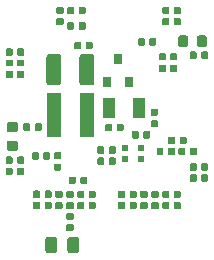
<source format=gbp>
G04 #@! TF.GenerationSoftware,KiCad,Pcbnew,(5.1.5-0-10_14)*
G04 #@! TF.CreationDate,2020-04-16T01:51:47+09:00*
G04 #@! TF.ProjectId,imxrt1020-breakout,696d7872-7431-4303-9230-2d627265616b,rev?*
G04 #@! TF.SameCoordinates,Original*
G04 #@! TF.FileFunction,Paste,Bot*
G04 #@! TF.FilePolarity,Positive*
%FSLAX46Y46*%
G04 Gerber Fmt 4.6, Leading zero omitted, Abs format (unit mm)*
G04 Created by KiCad (PCBNEW (5.1.5-0-10_14)) date 2020-04-16 01:51:47*
%MOMM*%
%LPD*%
G04 APERTURE LIST*
%ADD10R,1.003300X1.803400*%
%ADD11R,0.609600X0.609600*%
%ADD12C,0.100000*%
%ADD13R,1.200000X3.700000*%
%ADD14R,0.800000X0.900000*%
G04 APERTURE END LIST*
D10*
G04 #@! TO.C,Y2*
X146429050Y-97520000D03*
X148930950Y-97520000D03*
G04 #@! TD*
D11*
G04 #@! TO.C,Y1*
X147771500Y-101799999D03*
X147771500Y-100900001D03*
X149168500Y-100900001D03*
X149168500Y-101799999D03*
G04 #@! TD*
D12*
G04 #@! TO.C,C1*
G36*
X138527691Y-100251053D02*
G01*
X138548926Y-100254203D01*
X138569750Y-100259419D01*
X138589962Y-100266651D01*
X138609368Y-100275830D01*
X138627781Y-100286866D01*
X138645024Y-100299654D01*
X138660930Y-100314070D01*
X138675346Y-100329976D01*
X138688134Y-100347219D01*
X138699170Y-100365632D01*
X138708349Y-100385038D01*
X138715581Y-100405250D01*
X138720797Y-100426074D01*
X138723947Y-100447309D01*
X138725000Y-100468750D01*
X138725000Y-100906250D01*
X138723947Y-100927691D01*
X138720797Y-100948926D01*
X138715581Y-100969750D01*
X138708349Y-100989962D01*
X138699170Y-101009368D01*
X138688134Y-101027781D01*
X138675346Y-101045024D01*
X138660930Y-101060930D01*
X138645024Y-101075346D01*
X138627781Y-101088134D01*
X138609368Y-101099170D01*
X138589962Y-101108349D01*
X138569750Y-101115581D01*
X138548926Y-101120797D01*
X138527691Y-101123947D01*
X138506250Y-101125000D01*
X137993750Y-101125000D01*
X137972309Y-101123947D01*
X137951074Y-101120797D01*
X137930250Y-101115581D01*
X137910038Y-101108349D01*
X137890632Y-101099170D01*
X137872219Y-101088134D01*
X137854976Y-101075346D01*
X137839070Y-101060930D01*
X137824654Y-101045024D01*
X137811866Y-101027781D01*
X137800830Y-101009368D01*
X137791651Y-100989962D01*
X137784419Y-100969750D01*
X137779203Y-100948926D01*
X137776053Y-100927691D01*
X137775000Y-100906250D01*
X137775000Y-100468750D01*
X137776053Y-100447309D01*
X137779203Y-100426074D01*
X137784419Y-100405250D01*
X137791651Y-100385038D01*
X137800830Y-100365632D01*
X137811866Y-100347219D01*
X137824654Y-100329976D01*
X137839070Y-100314070D01*
X137854976Y-100299654D01*
X137872219Y-100286866D01*
X137890632Y-100275830D01*
X137910038Y-100266651D01*
X137930250Y-100259419D01*
X137951074Y-100254203D01*
X137972309Y-100251053D01*
X137993750Y-100250000D01*
X138506250Y-100250000D01*
X138527691Y-100251053D01*
G37*
G36*
X138527691Y-98676053D02*
G01*
X138548926Y-98679203D01*
X138569750Y-98684419D01*
X138589962Y-98691651D01*
X138609368Y-98700830D01*
X138627781Y-98711866D01*
X138645024Y-98724654D01*
X138660930Y-98739070D01*
X138675346Y-98754976D01*
X138688134Y-98772219D01*
X138699170Y-98790632D01*
X138708349Y-98810038D01*
X138715581Y-98830250D01*
X138720797Y-98851074D01*
X138723947Y-98872309D01*
X138725000Y-98893750D01*
X138725000Y-99331250D01*
X138723947Y-99352691D01*
X138720797Y-99373926D01*
X138715581Y-99394750D01*
X138708349Y-99414962D01*
X138699170Y-99434368D01*
X138688134Y-99452781D01*
X138675346Y-99470024D01*
X138660930Y-99485930D01*
X138645024Y-99500346D01*
X138627781Y-99513134D01*
X138609368Y-99524170D01*
X138589962Y-99533349D01*
X138569750Y-99540581D01*
X138548926Y-99545797D01*
X138527691Y-99548947D01*
X138506250Y-99550000D01*
X137993750Y-99550000D01*
X137972309Y-99548947D01*
X137951074Y-99545797D01*
X137930250Y-99540581D01*
X137910038Y-99533349D01*
X137890632Y-99524170D01*
X137872219Y-99513134D01*
X137854976Y-99500346D01*
X137839070Y-99485930D01*
X137824654Y-99470024D01*
X137811866Y-99452781D01*
X137800830Y-99434368D01*
X137791651Y-99414962D01*
X137784419Y-99394750D01*
X137779203Y-99373926D01*
X137776053Y-99352691D01*
X137775000Y-99331250D01*
X137775000Y-98893750D01*
X137776053Y-98872309D01*
X137779203Y-98851074D01*
X137784419Y-98830250D01*
X137791651Y-98810038D01*
X137800830Y-98790632D01*
X137811866Y-98772219D01*
X137824654Y-98754976D01*
X137839070Y-98739070D01*
X137854976Y-98724654D01*
X137872219Y-98711866D01*
X137890632Y-98700830D01*
X137910038Y-98691651D01*
X137930250Y-98684419D01*
X137951074Y-98679203D01*
X137972309Y-98676053D01*
X137993750Y-98675000D01*
X138506250Y-98675000D01*
X138527691Y-98676053D01*
G37*
G04 #@! TD*
G04 #@! TO.C,C4*
G36*
X138136958Y-102550710D02*
G01*
X138151276Y-102552834D01*
X138165317Y-102556351D01*
X138178946Y-102561228D01*
X138192031Y-102567417D01*
X138204447Y-102574858D01*
X138216073Y-102583481D01*
X138226798Y-102593202D01*
X138236519Y-102603927D01*
X138245142Y-102615553D01*
X138252583Y-102627969D01*
X138258772Y-102641054D01*
X138263649Y-102654683D01*
X138267166Y-102668724D01*
X138269290Y-102683042D01*
X138270000Y-102697500D01*
X138270000Y-103042500D01*
X138269290Y-103056958D01*
X138267166Y-103071276D01*
X138263649Y-103085317D01*
X138258772Y-103098946D01*
X138252583Y-103112031D01*
X138245142Y-103124447D01*
X138236519Y-103136073D01*
X138226798Y-103146798D01*
X138216073Y-103156519D01*
X138204447Y-103165142D01*
X138192031Y-103172583D01*
X138178946Y-103178772D01*
X138165317Y-103183649D01*
X138151276Y-103187166D01*
X138136958Y-103189290D01*
X138122500Y-103190000D01*
X137827500Y-103190000D01*
X137813042Y-103189290D01*
X137798724Y-103187166D01*
X137784683Y-103183649D01*
X137771054Y-103178772D01*
X137757969Y-103172583D01*
X137745553Y-103165142D01*
X137733927Y-103156519D01*
X137723202Y-103146798D01*
X137713481Y-103136073D01*
X137704858Y-103124447D01*
X137697417Y-103112031D01*
X137691228Y-103098946D01*
X137686351Y-103085317D01*
X137682834Y-103071276D01*
X137680710Y-103056958D01*
X137680000Y-103042500D01*
X137680000Y-102697500D01*
X137680710Y-102683042D01*
X137682834Y-102668724D01*
X137686351Y-102654683D01*
X137691228Y-102641054D01*
X137697417Y-102627969D01*
X137704858Y-102615553D01*
X137713481Y-102603927D01*
X137723202Y-102593202D01*
X137733927Y-102583481D01*
X137745553Y-102574858D01*
X137757969Y-102567417D01*
X137771054Y-102561228D01*
X137784683Y-102556351D01*
X137798724Y-102552834D01*
X137813042Y-102550710D01*
X137827500Y-102550000D01*
X138122500Y-102550000D01*
X138136958Y-102550710D01*
G37*
G36*
X139106958Y-102550710D02*
G01*
X139121276Y-102552834D01*
X139135317Y-102556351D01*
X139148946Y-102561228D01*
X139162031Y-102567417D01*
X139174447Y-102574858D01*
X139186073Y-102583481D01*
X139196798Y-102593202D01*
X139206519Y-102603927D01*
X139215142Y-102615553D01*
X139222583Y-102627969D01*
X139228772Y-102641054D01*
X139233649Y-102654683D01*
X139237166Y-102668724D01*
X139239290Y-102683042D01*
X139240000Y-102697500D01*
X139240000Y-103042500D01*
X139239290Y-103056958D01*
X139237166Y-103071276D01*
X139233649Y-103085317D01*
X139228772Y-103098946D01*
X139222583Y-103112031D01*
X139215142Y-103124447D01*
X139206519Y-103136073D01*
X139196798Y-103146798D01*
X139186073Y-103156519D01*
X139174447Y-103165142D01*
X139162031Y-103172583D01*
X139148946Y-103178772D01*
X139135317Y-103183649D01*
X139121276Y-103187166D01*
X139106958Y-103189290D01*
X139092500Y-103190000D01*
X138797500Y-103190000D01*
X138783042Y-103189290D01*
X138768724Y-103187166D01*
X138754683Y-103183649D01*
X138741054Y-103178772D01*
X138727969Y-103172583D01*
X138715553Y-103165142D01*
X138703927Y-103156519D01*
X138693202Y-103146798D01*
X138683481Y-103136073D01*
X138674858Y-103124447D01*
X138667417Y-103112031D01*
X138661228Y-103098946D01*
X138656351Y-103085317D01*
X138652834Y-103071276D01*
X138650710Y-103056958D01*
X138650000Y-103042500D01*
X138650000Y-102697500D01*
X138650710Y-102683042D01*
X138652834Y-102668724D01*
X138656351Y-102654683D01*
X138661228Y-102641054D01*
X138667417Y-102627969D01*
X138674858Y-102615553D01*
X138683481Y-102603927D01*
X138693202Y-102593202D01*
X138703927Y-102583481D01*
X138715553Y-102574858D01*
X138727969Y-102567417D01*
X138741054Y-102561228D01*
X138754683Y-102556351D01*
X138768724Y-102552834D01*
X138783042Y-102550710D01*
X138797500Y-102550000D01*
X139092500Y-102550000D01*
X139106958Y-102550710D01*
G37*
G04 #@! TD*
G04 #@! TO.C,C5*
G36*
X140456958Y-105430710D02*
G01*
X140471276Y-105432834D01*
X140485317Y-105436351D01*
X140498946Y-105441228D01*
X140512031Y-105447417D01*
X140524447Y-105454858D01*
X140536073Y-105463481D01*
X140546798Y-105473202D01*
X140556519Y-105483927D01*
X140565142Y-105495553D01*
X140572583Y-105507969D01*
X140578772Y-105521054D01*
X140583649Y-105534683D01*
X140587166Y-105548724D01*
X140589290Y-105563042D01*
X140590000Y-105577500D01*
X140590000Y-105922500D01*
X140589290Y-105936958D01*
X140587166Y-105951276D01*
X140583649Y-105965317D01*
X140578772Y-105978946D01*
X140572583Y-105992031D01*
X140565142Y-106004447D01*
X140556519Y-106016073D01*
X140546798Y-106026798D01*
X140536073Y-106036519D01*
X140524447Y-106045142D01*
X140512031Y-106052583D01*
X140498946Y-106058772D01*
X140485317Y-106063649D01*
X140471276Y-106067166D01*
X140456958Y-106069290D01*
X140442500Y-106070000D01*
X140147500Y-106070000D01*
X140133042Y-106069290D01*
X140118724Y-106067166D01*
X140104683Y-106063649D01*
X140091054Y-106058772D01*
X140077969Y-106052583D01*
X140065553Y-106045142D01*
X140053927Y-106036519D01*
X140043202Y-106026798D01*
X140033481Y-106016073D01*
X140024858Y-106004447D01*
X140017417Y-105992031D01*
X140011228Y-105978946D01*
X140006351Y-105965317D01*
X140002834Y-105951276D01*
X140000710Y-105936958D01*
X140000000Y-105922500D01*
X140000000Y-105577500D01*
X140000710Y-105563042D01*
X140002834Y-105548724D01*
X140006351Y-105534683D01*
X140011228Y-105521054D01*
X140017417Y-105507969D01*
X140024858Y-105495553D01*
X140033481Y-105483927D01*
X140043202Y-105473202D01*
X140053927Y-105463481D01*
X140065553Y-105454858D01*
X140077969Y-105447417D01*
X140091054Y-105441228D01*
X140104683Y-105436351D01*
X140118724Y-105432834D01*
X140133042Y-105430710D01*
X140147500Y-105430000D01*
X140442500Y-105430000D01*
X140456958Y-105430710D01*
G37*
G36*
X141426958Y-105430710D02*
G01*
X141441276Y-105432834D01*
X141455317Y-105436351D01*
X141468946Y-105441228D01*
X141482031Y-105447417D01*
X141494447Y-105454858D01*
X141506073Y-105463481D01*
X141516798Y-105473202D01*
X141526519Y-105483927D01*
X141535142Y-105495553D01*
X141542583Y-105507969D01*
X141548772Y-105521054D01*
X141553649Y-105534683D01*
X141557166Y-105548724D01*
X141559290Y-105563042D01*
X141560000Y-105577500D01*
X141560000Y-105922500D01*
X141559290Y-105936958D01*
X141557166Y-105951276D01*
X141553649Y-105965317D01*
X141548772Y-105978946D01*
X141542583Y-105992031D01*
X141535142Y-106004447D01*
X141526519Y-106016073D01*
X141516798Y-106026798D01*
X141506073Y-106036519D01*
X141494447Y-106045142D01*
X141482031Y-106052583D01*
X141468946Y-106058772D01*
X141455317Y-106063649D01*
X141441276Y-106067166D01*
X141426958Y-106069290D01*
X141412500Y-106070000D01*
X141117500Y-106070000D01*
X141103042Y-106069290D01*
X141088724Y-106067166D01*
X141074683Y-106063649D01*
X141061054Y-106058772D01*
X141047969Y-106052583D01*
X141035553Y-106045142D01*
X141023927Y-106036519D01*
X141013202Y-106026798D01*
X141003481Y-106016073D01*
X140994858Y-106004447D01*
X140987417Y-105992031D01*
X140981228Y-105978946D01*
X140976351Y-105965317D01*
X140972834Y-105951276D01*
X140970710Y-105936958D01*
X140970000Y-105922500D01*
X140970000Y-105577500D01*
X140970710Y-105563042D01*
X140972834Y-105548724D01*
X140976351Y-105534683D01*
X140981228Y-105521054D01*
X140987417Y-105507969D01*
X140994858Y-105495553D01*
X141003481Y-105483927D01*
X141013202Y-105473202D01*
X141023927Y-105463481D01*
X141035553Y-105454858D01*
X141047969Y-105447417D01*
X141061054Y-105441228D01*
X141074683Y-105436351D01*
X141088724Y-105432834D01*
X141103042Y-105430710D01*
X141117500Y-105430000D01*
X141412500Y-105430000D01*
X141426958Y-105430710D01*
G37*
G04 #@! TD*
G04 #@! TO.C,C8*
G36*
X153716958Y-103110710D02*
G01*
X153731276Y-103112834D01*
X153745317Y-103116351D01*
X153758946Y-103121228D01*
X153772031Y-103127417D01*
X153784447Y-103134858D01*
X153796073Y-103143481D01*
X153806798Y-103153202D01*
X153816519Y-103163927D01*
X153825142Y-103175553D01*
X153832583Y-103187969D01*
X153838772Y-103201054D01*
X153843649Y-103214683D01*
X153847166Y-103228724D01*
X153849290Y-103243042D01*
X153850000Y-103257500D01*
X153850000Y-103602500D01*
X153849290Y-103616958D01*
X153847166Y-103631276D01*
X153843649Y-103645317D01*
X153838772Y-103658946D01*
X153832583Y-103672031D01*
X153825142Y-103684447D01*
X153816519Y-103696073D01*
X153806798Y-103706798D01*
X153796073Y-103716519D01*
X153784447Y-103725142D01*
X153772031Y-103732583D01*
X153758946Y-103738772D01*
X153745317Y-103743649D01*
X153731276Y-103747166D01*
X153716958Y-103749290D01*
X153702500Y-103750000D01*
X153407500Y-103750000D01*
X153393042Y-103749290D01*
X153378724Y-103747166D01*
X153364683Y-103743649D01*
X153351054Y-103738772D01*
X153337969Y-103732583D01*
X153325553Y-103725142D01*
X153313927Y-103716519D01*
X153303202Y-103706798D01*
X153293481Y-103696073D01*
X153284858Y-103684447D01*
X153277417Y-103672031D01*
X153271228Y-103658946D01*
X153266351Y-103645317D01*
X153262834Y-103631276D01*
X153260710Y-103616958D01*
X153260000Y-103602500D01*
X153260000Y-103257500D01*
X153260710Y-103243042D01*
X153262834Y-103228724D01*
X153266351Y-103214683D01*
X153271228Y-103201054D01*
X153277417Y-103187969D01*
X153284858Y-103175553D01*
X153293481Y-103163927D01*
X153303202Y-103153202D01*
X153313927Y-103143481D01*
X153325553Y-103134858D01*
X153337969Y-103127417D01*
X153351054Y-103121228D01*
X153364683Y-103116351D01*
X153378724Y-103112834D01*
X153393042Y-103110710D01*
X153407500Y-103110000D01*
X153702500Y-103110000D01*
X153716958Y-103110710D01*
G37*
G36*
X154686958Y-103110710D02*
G01*
X154701276Y-103112834D01*
X154715317Y-103116351D01*
X154728946Y-103121228D01*
X154742031Y-103127417D01*
X154754447Y-103134858D01*
X154766073Y-103143481D01*
X154776798Y-103153202D01*
X154786519Y-103163927D01*
X154795142Y-103175553D01*
X154802583Y-103187969D01*
X154808772Y-103201054D01*
X154813649Y-103214683D01*
X154817166Y-103228724D01*
X154819290Y-103243042D01*
X154820000Y-103257500D01*
X154820000Y-103602500D01*
X154819290Y-103616958D01*
X154817166Y-103631276D01*
X154813649Y-103645317D01*
X154808772Y-103658946D01*
X154802583Y-103672031D01*
X154795142Y-103684447D01*
X154786519Y-103696073D01*
X154776798Y-103706798D01*
X154766073Y-103716519D01*
X154754447Y-103725142D01*
X154742031Y-103732583D01*
X154728946Y-103738772D01*
X154715317Y-103743649D01*
X154701276Y-103747166D01*
X154686958Y-103749290D01*
X154672500Y-103750000D01*
X154377500Y-103750000D01*
X154363042Y-103749290D01*
X154348724Y-103747166D01*
X154334683Y-103743649D01*
X154321054Y-103738772D01*
X154307969Y-103732583D01*
X154295553Y-103725142D01*
X154283927Y-103716519D01*
X154273202Y-103706798D01*
X154263481Y-103696073D01*
X154254858Y-103684447D01*
X154247417Y-103672031D01*
X154241228Y-103658946D01*
X154236351Y-103645317D01*
X154232834Y-103631276D01*
X154230710Y-103616958D01*
X154230000Y-103602500D01*
X154230000Y-103257500D01*
X154230710Y-103243042D01*
X154232834Y-103228724D01*
X154236351Y-103214683D01*
X154241228Y-103201054D01*
X154247417Y-103187969D01*
X154254858Y-103175553D01*
X154263481Y-103163927D01*
X154273202Y-103153202D01*
X154283927Y-103143481D01*
X154295553Y-103134858D01*
X154307969Y-103127417D01*
X154321054Y-103121228D01*
X154334683Y-103116351D01*
X154348724Y-103112834D01*
X154363042Y-103110710D01*
X154377500Y-103110000D01*
X154672500Y-103110000D01*
X154686958Y-103110710D01*
G37*
G04 #@! TD*
G04 #@! TO.C,C10*
G36*
X150506958Y-105480710D02*
G01*
X150521276Y-105482834D01*
X150535317Y-105486351D01*
X150548946Y-105491228D01*
X150562031Y-105497417D01*
X150574447Y-105504858D01*
X150586073Y-105513481D01*
X150596798Y-105523202D01*
X150606519Y-105533927D01*
X150615142Y-105545553D01*
X150622583Y-105557969D01*
X150628772Y-105571054D01*
X150633649Y-105584683D01*
X150637166Y-105598724D01*
X150639290Y-105613042D01*
X150640000Y-105627500D01*
X150640000Y-105922500D01*
X150639290Y-105936958D01*
X150637166Y-105951276D01*
X150633649Y-105965317D01*
X150628772Y-105978946D01*
X150622583Y-105992031D01*
X150615142Y-106004447D01*
X150606519Y-106016073D01*
X150596798Y-106026798D01*
X150586073Y-106036519D01*
X150574447Y-106045142D01*
X150562031Y-106052583D01*
X150548946Y-106058772D01*
X150535317Y-106063649D01*
X150521276Y-106067166D01*
X150506958Y-106069290D01*
X150492500Y-106070000D01*
X150147500Y-106070000D01*
X150133042Y-106069290D01*
X150118724Y-106067166D01*
X150104683Y-106063649D01*
X150091054Y-106058772D01*
X150077969Y-106052583D01*
X150065553Y-106045142D01*
X150053927Y-106036519D01*
X150043202Y-106026798D01*
X150033481Y-106016073D01*
X150024858Y-106004447D01*
X150017417Y-105992031D01*
X150011228Y-105978946D01*
X150006351Y-105965317D01*
X150002834Y-105951276D01*
X150000710Y-105936958D01*
X150000000Y-105922500D01*
X150000000Y-105627500D01*
X150000710Y-105613042D01*
X150002834Y-105598724D01*
X150006351Y-105584683D01*
X150011228Y-105571054D01*
X150017417Y-105557969D01*
X150024858Y-105545553D01*
X150033481Y-105533927D01*
X150043202Y-105523202D01*
X150053927Y-105513481D01*
X150065553Y-105504858D01*
X150077969Y-105497417D01*
X150091054Y-105491228D01*
X150104683Y-105486351D01*
X150118724Y-105482834D01*
X150133042Y-105480710D01*
X150147500Y-105480000D01*
X150492500Y-105480000D01*
X150506958Y-105480710D01*
G37*
G36*
X150506958Y-104510710D02*
G01*
X150521276Y-104512834D01*
X150535317Y-104516351D01*
X150548946Y-104521228D01*
X150562031Y-104527417D01*
X150574447Y-104534858D01*
X150586073Y-104543481D01*
X150596798Y-104553202D01*
X150606519Y-104563927D01*
X150615142Y-104575553D01*
X150622583Y-104587969D01*
X150628772Y-104601054D01*
X150633649Y-104614683D01*
X150637166Y-104628724D01*
X150639290Y-104643042D01*
X150640000Y-104657500D01*
X150640000Y-104952500D01*
X150639290Y-104966958D01*
X150637166Y-104981276D01*
X150633649Y-104995317D01*
X150628772Y-105008946D01*
X150622583Y-105022031D01*
X150615142Y-105034447D01*
X150606519Y-105046073D01*
X150596798Y-105056798D01*
X150586073Y-105066519D01*
X150574447Y-105075142D01*
X150562031Y-105082583D01*
X150548946Y-105088772D01*
X150535317Y-105093649D01*
X150521276Y-105097166D01*
X150506958Y-105099290D01*
X150492500Y-105100000D01*
X150147500Y-105100000D01*
X150133042Y-105099290D01*
X150118724Y-105097166D01*
X150104683Y-105093649D01*
X150091054Y-105088772D01*
X150077969Y-105082583D01*
X150065553Y-105075142D01*
X150053927Y-105066519D01*
X150043202Y-105056798D01*
X150033481Y-105046073D01*
X150024858Y-105034447D01*
X150017417Y-105022031D01*
X150011228Y-105008946D01*
X150006351Y-104995317D01*
X150002834Y-104981276D01*
X150000710Y-104966958D01*
X150000000Y-104952500D01*
X150000000Y-104657500D01*
X150000710Y-104643042D01*
X150002834Y-104628724D01*
X150006351Y-104614683D01*
X150011228Y-104601054D01*
X150017417Y-104587969D01*
X150024858Y-104575553D01*
X150033481Y-104563927D01*
X150043202Y-104553202D01*
X150053927Y-104543481D01*
X150065553Y-104534858D01*
X150077969Y-104527417D01*
X150091054Y-104521228D01*
X150104683Y-104516351D01*
X150118724Y-104512834D01*
X150133042Y-104510710D01*
X150147500Y-104510000D01*
X150492500Y-104510000D01*
X150506958Y-104510710D01*
G37*
G04 #@! TD*
G04 #@! TO.C,C11*
G36*
X143486958Y-103300710D02*
G01*
X143501276Y-103302834D01*
X143515317Y-103306351D01*
X143528946Y-103311228D01*
X143542031Y-103317417D01*
X143554447Y-103324858D01*
X143566073Y-103333481D01*
X143576798Y-103343202D01*
X143586519Y-103353927D01*
X143595142Y-103365553D01*
X143602583Y-103377969D01*
X143608772Y-103391054D01*
X143613649Y-103404683D01*
X143617166Y-103418724D01*
X143619290Y-103433042D01*
X143620000Y-103447500D01*
X143620000Y-103792500D01*
X143619290Y-103806958D01*
X143617166Y-103821276D01*
X143613649Y-103835317D01*
X143608772Y-103848946D01*
X143602583Y-103862031D01*
X143595142Y-103874447D01*
X143586519Y-103886073D01*
X143576798Y-103896798D01*
X143566073Y-103906519D01*
X143554447Y-103915142D01*
X143542031Y-103922583D01*
X143528946Y-103928772D01*
X143515317Y-103933649D01*
X143501276Y-103937166D01*
X143486958Y-103939290D01*
X143472500Y-103940000D01*
X143177500Y-103940000D01*
X143163042Y-103939290D01*
X143148724Y-103937166D01*
X143134683Y-103933649D01*
X143121054Y-103928772D01*
X143107969Y-103922583D01*
X143095553Y-103915142D01*
X143083927Y-103906519D01*
X143073202Y-103896798D01*
X143063481Y-103886073D01*
X143054858Y-103874447D01*
X143047417Y-103862031D01*
X143041228Y-103848946D01*
X143036351Y-103835317D01*
X143032834Y-103821276D01*
X143030710Y-103806958D01*
X143030000Y-103792500D01*
X143030000Y-103447500D01*
X143030710Y-103433042D01*
X143032834Y-103418724D01*
X143036351Y-103404683D01*
X143041228Y-103391054D01*
X143047417Y-103377969D01*
X143054858Y-103365553D01*
X143063481Y-103353927D01*
X143073202Y-103343202D01*
X143083927Y-103333481D01*
X143095553Y-103324858D01*
X143107969Y-103317417D01*
X143121054Y-103311228D01*
X143134683Y-103306351D01*
X143148724Y-103302834D01*
X143163042Y-103300710D01*
X143177500Y-103300000D01*
X143472500Y-103300000D01*
X143486958Y-103300710D01*
G37*
G36*
X144456958Y-103300710D02*
G01*
X144471276Y-103302834D01*
X144485317Y-103306351D01*
X144498946Y-103311228D01*
X144512031Y-103317417D01*
X144524447Y-103324858D01*
X144536073Y-103333481D01*
X144546798Y-103343202D01*
X144556519Y-103353927D01*
X144565142Y-103365553D01*
X144572583Y-103377969D01*
X144578772Y-103391054D01*
X144583649Y-103404683D01*
X144587166Y-103418724D01*
X144589290Y-103433042D01*
X144590000Y-103447500D01*
X144590000Y-103792500D01*
X144589290Y-103806958D01*
X144587166Y-103821276D01*
X144583649Y-103835317D01*
X144578772Y-103848946D01*
X144572583Y-103862031D01*
X144565142Y-103874447D01*
X144556519Y-103886073D01*
X144546798Y-103896798D01*
X144536073Y-103906519D01*
X144524447Y-103915142D01*
X144512031Y-103922583D01*
X144498946Y-103928772D01*
X144485317Y-103933649D01*
X144471276Y-103937166D01*
X144456958Y-103939290D01*
X144442500Y-103940000D01*
X144147500Y-103940000D01*
X144133042Y-103939290D01*
X144118724Y-103937166D01*
X144104683Y-103933649D01*
X144091054Y-103928772D01*
X144077969Y-103922583D01*
X144065553Y-103915142D01*
X144053927Y-103906519D01*
X144043202Y-103896798D01*
X144033481Y-103886073D01*
X144024858Y-103874447D01*
X144017417Y-103862031D01*
X144011228Y-103848946D01*
X144006351Y-103835317D01*
X144002834Y-103821276D01*
X144000710Y-103806958D01*
X144000000Y-103792500D01*
X144000000Y-103447500D01*
X144000710Y-103433042D01*
X144002834Y-103418724D01*
X144006351Y-103404683D01*
X144011228Y-103391054D01*
X144017417Y-103377969D01*
X144024858Y-103365553D01*
X144033481Y-103353927D01*
X144043202Y-103343202D01*
X144053927Y-103333481D01*
X144065553Y-103324858D01*
X144077969Y-103317417D01*
X144091054Y-103311228D01*
X144104683Y-103306351D01*
X144118724Y-103302834D01*
X144133042Y-103300710D01*
X144147500Y-103300000D01*
X144442500Y-103300000D01*
X144456958Y-103300710D01*
G37*
G04 #@! TD*
G04 #@! TO.C,C13*
G36*
X142366958Y-104510710D02*
G01*
X142381276Y-104512834D01*
X142395317Y-104516351D01*
X142408946Y-104521228D01*
X142422031Y-104527417D01*
X142434447Y-104534858D01*
X142446073Y-104543481D01*
X142456798Y-104553202D01*
X142466519Y-104563927D01*
X142475142Y-104575553D01*
X142482583Y-104587969D01*
X142488772Y-104601054D01*
X142493649Y-104614683D01*
X142497166Y-104628724D01*
X142499290Y-104643042D01*
X142500000Y-104657500D01*
X142500000Y-104952500D01*
X142499290Y-104966958D01*
X142497166Y-104981276D01*
X142493649Y-104995317D01*
X142488772Y-105008946D01*
X142482583Y-105022031D01*
X142475142Y-105034447D01*
X142466519Y-105046073D01*
X142456798Y-105056798D01*
X142446073Y-105066519D01*
X142434447Y-105075142D01*
X142422031Y-105082583D01*
X142408946Y-105088772D01*
X142395317Y-105093649D01*
X142381276Y-105097166D01*
X142366958Y-105099290D01*
X142352500Y-105100000D01*
X142007500Y-105100000D01*
X141993042Y-105099290D01*
X141978724Y-105097166D01*
X141964683Y-105093649D01*
X141951054Y-105088772D01*
X141937969Y-105082583D01*
X141925553Y-105075142D01*
X141913927Y-105066519D01*
X141903202Y-105056798D01*
X141893481Y-105046073D01*
X141884858Y-105034447D01*
X141877417Y-105022031D01*
X141871228Y-105008946D01*
X141866351Y-104995317D01*
X141862834Y-104981276D01*
X141860710Y-104966958D01*
X141860000Y-104952500D01*
X141860000Y-104657500D01*
X141860710Y-104643042D01*
X141862834Y-104628724D01*
X141866351Y-104614683D01*
X141871228Y-104601054D01*
X141877417Y-104587969D01*
X141884858Y-104575553D01*
X141893481Y-104563927D01*
X141903202Y-104553202D01*
X141913927Y-104543481D01*
X141925553Y-104534858D01*
X141937969Y-104527417D01*
X141951054Y-104521228D01*
X141964683Y-104516351D01*
X141978724Y-104512834D01*
X141993042Y-104510710D01*
X142007500Y-104510000D01*
X142352500Y-104510000D01*
X142366958Y-104510710D01*
G37*
G36*
X142366958Y-105480710D02*
G01*
X142381276Y-105482834D01*
X142395317Y-105486351D01*
X142408946Y-105491228D01*
X142422031Y-105497417D01*
X142434447Y-105504858D01*
X142446073Y-105513481D01*
X142456798Y-105523202D01*
X142466519Y-105533927D01*
X142475142Y-105545553D01*
X142482583Y-105557969D01*
X142488772Y-105571054D01*
X142493649Y-105584683D01*
X142497166Y-105598724D01*
X142499290Y-105613042D01*
X142500000Y-105627500D01*
X142500000Y-105922500D01*
X142499290Y-105936958D01*
X142497166Y-105951276D01*
X142493649Y-105965317D01*
X142488772Y-105978946D01*
X142482583Y-105992031D01*
X142475142Y-106004447D01*
X142466519Y-106016073D01*
X142456798Y-106026798D01*
X142446073Y-106036519D01*
X142434447Y-106045142D01*
X142422031Y-106052583D01*
X142408946Y-106058772D01*
X142395317Y-106063649D01*
X142381276Y-106067166D01*
X142366958Y-106069290D01*
X142352500Y-106070000D01*
X142007500Y-106070000D01*
X141993042Y-106069290D01*
X141978724Y-106067166D01*
X141964683Y-106063649D01*
X141951054Y-106058772D01*
X141937969Y-106052583D01*
X141925553Y-106045142D01*
X141913927Y-106036519D01*
X141903202Y-106026798D01*
X141893481Y-106016073D01*
X141884858Y-106004447D01*
X141877417Y-105992031D01*
X141871228Y-105978946D01*
X141866351Y-105965317D01*
X141862834Y-105951276D01*
X141860710Y-105936958D01*
X141860000Y-105922500D01*
X141860000Y-105627500D01*
X141860710Y-105613042D01*
X141862834Y-105598724D01*
X141866351Y-105584683D01*
X141871228Y-105571054D01*
X141877417Y-105557969D01*
X141884858Y-105545553D01*
X141893481Y-105533927D01*
X141903202Y-105523202D01*
X141913927Y-105513481D01*
X141925553Y-105504858D01*
X141937969Y-105497417D01*
X141951054Y-105491228D01*
X141964683Y-105486351D01*
X141978724Y-105482834D01*
X141993042Y-105480710D01*
X142007500Y-105480000D01*
X142352500Y-105480000D01*
X142366958Y-105480710D01*
G37*
G04 #@! TD*
G04 #@! TO.C,C14*
G36*
X152942691Y-91356053D02*
G01*
X152963926Y-91359203D01*
X152984750Y-91364419D01*
X153004962Y-91371651D01*
X153024368Y-91380830D01*
X153042781Y-91391866D01*
X153060024Y-91404654D01*
X153075930Y-91419070D01*
X153090346Y-91434976D01*
X153103134Y-91452219D01*
X153114170Y-91470632D01*
X153123349Y-91490038D01*
X153130581Y-91510250D01*
X153135797Y-91531074D01*
X153138947Y-91552309D01*
X153140000Y-91573750D01*
X153140000Y-92086250D01*
X153138947Y-92107691D01*
X153135797Y-92128926D01*
X153130581Y-92149750D01*
X153123349Y-92169962D01*
X153114170Y-92189368D01*
X153103134Y-92207781D01*
X153090346Y-92225024D01*
X153075930Y-92240930D01*
X153060024Y-92255346D01*
X153042781Y-92268134D01*
X153024368Y-92279170D01*
X153004962Y-92288349D01*
X152984750Y-92295581D01*
X152963926Y-92300797D01*
X152942691Y-92303947D01*
X152921250Y-92305000D01*
X152483750Y-92305000D01*
X152462309Y-92303947D01*
X152441074Y-92300797D01*
X152420250Y-92295581D01*
X152400038Y-92288349D01*
X152380632Y-92279170D01*
X152362219Y-92268134D01*
X152344976Y-92255346D01*
X152329070Y-92240930D01*
X152314654Y-92225024D01*
X152301866Y-92207781D01*
X152290830Y-92189368D01*
X152281651Y-92169962D01*
X152274419Y-92149750D01*
X152269203Y-92128926D01*
X152266053Y-92107691D01*
X152265000Y-92086250D01*
X152265000Y-91573750D01*
X152266053Y-91552309D01*
X152269203Y-91531074D01*
X152274419Y-91510250D01*
X152281651Y-91490038D01*
X152290830Y-91470632D01*
X152301866Y-91452219D01*
X152314654Y-91434976D01*
X152329070Y-91419070D01*
X152344976Y-91404654D01*
X152362219Y-91391866D01*
X152380632Y-91380830D01*
X152400038Y-91371651D01*
X152420250Y-91364419D01*
X152441074Y-91359203D01*
X152462309Y-91356053D01*
X152483750Y-91355000D01*
X152921250Y-91355000D01*
X152942691Y-91356053D01*
G37*
G36*
X154517691Y-91356053D02*
G01*
X154538926Y-91359203D01*
X154559750Y-91364419D01*
X154579962Y-91371651D01*
X154599368Y-91380830D01*
X154617781Y-91391866D01*
X154635024Y-91404654D01*
X154650930Y-91419070D01*
X154665346Y-91434976D01*
X154678134Y-91452219D01*
X154689170Y-91470632D01*
X154698349Y-91490038D01*
X154705581Y-91510250D01*
X154710797Y-91531074D01*
X154713947Y-91552309D01*
X154715000Y-91573750D01*
X154715000Y-92086250D01*
X154713947Y-92107691D01*
X154710797Y-92128926D01*
X154705581Y-92149750D01*
X154698349Y-92169962D01*
X154689170Y-92189368D01*
X154678134Y-92207781D01*
X154665346Y-92225024D01*
X154650930Y-92240930D01*
X154635024Y-92255346D01*
X154617781Y-92268134D01*
X154599368Y-92279170D01*
X154579962Y-92288349D01*
X154559750Y-92295581D01*
X154538926Y-92300797D01*
X154517691Y-92303947D01*
X154496250Y-92305000D01*
X154058750Y-92305000D01*
X154037309Y-92303947D01*
X154016074Y-92300797D01*
X153995250Y-92295581D01*
X153975038Y-92288349D01*
X153955632Y-92279170D01*
X153937219Y-92268134D01*
X153919976Y-92255346D01*
X153904070Y-92240930D01*
X153889654Y-92225024D01*
X153876866Y-92207781D01*
X153865830Y-92189368D01*
X153856651Y-92169962D01*
X153849419Y-92149750D01*
X153844203Y-92128926D01*
X153841053Y-92107691D01*
X153840000Y-92086250D01*
X153840000Y-91573750D01*
X153841053Y-91552309D01*
X153844203Y-91531074D01*
X153849419Y-91510250D01*
X153856651Y-91490038D01*
X153865830Y-91470632D01*
X153876866Y-91452219D01*
X153889654Y-91434976D01*
X153904070Y-91419070D01*
X153919976Y-91404654D01*
X153937219Y-91391866D01*
X153955632Y-91380830D01*
X153975038Y-91371651D01*
X153995250Y-91364419D01*
X154016074Y-91359203D01*
X154037309Y-91356053D01*
X154058750Y-91355000D01*
X154496250Y-91355000D01*
X154517691Y-91356053D01*
G37*
G04 #@! TD*
G04 #@! TO.C,C15*
G36*
X139626958Y-98790710D02*
G01*
X139641276Y-98792834D01*
X139655317Y-98796351D01*
X139668946Y-98801228D01*
X139682031Y-98807417D01*
X139694447Y-98814858D01*
X139706073Y-98823481D01*
X139716798Y-98833202D01*
X139726519Y-98843927D01*
X139735142Y-98855553D01*
X139742583Y-98867969D01*
X139748772Y-98881054D01*
X139753649Y-98894683D01*
X139757166Y-98908724D01*
X139759290Y-98923042D01*
X139760000Y-98937500D01*
X139760000Y-99282500D01*
X139759290Y-99296958D01*
X139757166Y-99311276D01*
X139753649Y-99325317D01*
X139748772Y-99338946D01*
X139742583Y-99352031D01*
X139735142Y-99364447D01*
X139726519Y-99376073D01*
X139716798Y-99386798D01*
X139706073Y-99396519D01*
X139694447Y-99405142D01*
X139682031Y-99412583D01*
X139668946Y-99418772D01*
X139655317Y-99423649D01*
X139641276Y-99427166D01*
X139626958Y-99429290D01*
X139612500Y-99430000D01*
X139317500Y-99430000D01*
X139303042Y-99429290D01*
X139288724Y-99427166D01*
X139274683Y-99423649D01*
X139261054Y-99418772D01*
X139247969Y-99412583D01*
X139235553Y-99405142D01*
X139223927Y-99396519D01*
X139213202Y-99386798D01*
X139203481Y-99376073D01*
X139194858Y-99364447D01*
X139187417Y-99352031D01*
X139181228Y-99338946D01*
X139176351Y-99325317D01*
X139172834Y-99311276D01*
X139170710Y-99296958D01*
X139170000Y-99282500D01*
X139170000Y-98937500D01*
X139170710Y-98923042D01*
X139172834Y-98908724D01*
X139176351Y-98894683D01*
X139181228Y-98881054D01*
X139187417Y-98867969D01*
X139194858Y-98855553D01*
X139203481Y-98843927D01*
X139213202Y-98833202D01*
X139223927Y-98823481D01*
X139235553Y-98814858D01*
X139247969Y-98807417D01*
X139261054Y-98801228D01*
X139274683Y-98796351D01*
X139288724Y-98792834D01*
X139303042Y-98790710D01*
X139317500Y-98790000D01*
X139612500Y-98790000D01*
X139626958Y-98790710D01*
G37*
G36*
X140596958Y-98790710D02*
G01*
X140611276Y-98792834D01*
X140625317Y-98796351D01*
X140638946Y-98801228D01*
X140652031Y-98807417D01*
X140664447Y-98814858D01*
X140676073Y-98823481D01*
X140686798Y-98833202D01*
X140696519Y-98843927D01*
X140705142Y-98855553D01*
X140712583Y-98867969D01*
X140718772Y-98881054D01*
X140723649Y-98894683D01*
X140727166Y-98908724D01*
X140729290Y-98923042D01*
X140730000Y-98937500D01*
X140730000Y-99282500D01*
X140729290Y-99296958D01*
X140727166Y-99311276D01*
X140723649Y-99325317D01*
X140718772Y-99338946D01*
X140712583Y-99352031D01*
X140705142Y-99364447D01*
X140696519Y-99376073D01*
X140686798Y-99386798D01*
X140676073Y-99396519D01*
X140664447Y-99405142D01*
X140652031Y-99412583D01*
X140638946Y-99418772D01*
X140625317Y-99423649D01*
X140611276Y-99427166D01*
X140596958Y-99429290D01*
X140582500Y-99430000D01*
X140287500Y-99430000D01*
X140273042Y-99429290D01*
X140258724Y-99427166D01*
X140244683Y-99423649D01*
X140231054Y-99418772D01*
X140217969Y-99412583D01*
X140205553Y-99405142D01*
X140193927Y-99396519D01*
X140183202Y-99386798D01*
X140173481Y-99376073D01*
X140164858Y-99364447D01*
X140157417Y-99352031D01*
X140151228Y-99338946D01*
X140146351Y-99325317D01*
X140142834Y-99311276D01*
X140140710Y-99296958D01*
X140140000Y-99282500D01*
X140140000Y-98937500D01*
X140140710Y-98923042D01*
X140142834Y-98908724D01*
X140146351Y-98894683D01*
X140151228Y-98881054D01*
X140157417Y-98867969D01*
X140164858Y-98855553D01*
X140173481Y-98843927D01*
X140183202Y-98833202D01*
X140193927Y-98823481D01*
X140205553Y-98814858D01*
X140217969Y-98807417D01*
X140231054Y-98801228D01*
X140244683Y-98796351D01*
X140258724Y-98792834D01*
X140273042Y-98790710D01*
X140287500Y-98790000D01*
X140582500Y-98790000D01*
X140596958Y-98790710D01*
G37*
G04 #@! TD*
G04 #@! TO.C,C16*
G36*
X142266958Y-102200710D02*
G01*
X142281276Y-102202834D01*
X142295317Y-102206351D01*
X142308946Y-102211228D01*
X142322031Y-102217417D01*
X142334447Y-102224858D01*
X142346073Y-102233481D01*
X142356798Y-102243202D01*
X142366519Y-102253927D01*
X142375142Y-102265553D01*
X142382583Y-102277969D01*
X142388772Y-102291054D01*
X142393649Y-102304683D01*
X142397166Y-102318724D01*
X142399290Y-102333042D01*
X142400000Y-102347500D01*
X142400000Y-102642500D01*
X142399290Y-102656958D01*
X142397166Y-102671276D01*
X142393649Y-102685317D01*
X142388772Y-102698946D01*
X142382583Y-102712031D01*
X142375142Y-102724447D01*
X142366519Y-102736073D01*
X142356798Y-102746798D01*
X142346073Y-102756519D01*
X142334447Y-102765142D01*
X142322031Y-102772583D01*
X142308946Y-102778772D01*
X142295317Y-102783649D01*
X142281276Y-102787166D01*
X142266958Y-102789290D01*
X142252500Y-102790000D01*
X141907500Y-102790000D01*
X141893042Y-102789290D01*
X141878724Y-102787166D01*
X141864683Y-102783649D01*
X141851054Y-102778772D01*
X141837969Y-102772583D01*
X141825553Y-102765142D01*
X141813927Y-102756519D01*
X141803202Y-102746798D01*
X141793481Y-102736073D01*
X141784858Y-102724447D01*
X141777417Y-102712031D01*
X141771228Y-102698946D01*
X141766351Y-102685317D01*
X141762834Y-102671276D01*
X141760710Y-102656958D01*
X141760000Y-102642500D01*
X141760000Y-102347500D01*
X141760710Y-102333042D01*
X141762834Y-102318724D01*
X141766351Y-102304683D01*
X141771228Y-102291054D01*
X141777417Y-102277969D01*
X141784858Y-102265553D01*
X141793481Y-102253927D01*
X141803202Y-102243202D01*
X141813927Y-102233481D01*
X141825553Y-102224858D01*
X141837969Y-102217417D01*
X141851054Y-102211228D01*
X141864683Y-102206351D01*
X141878724Y-102202834D01*
X141893042Y-102200710D01*
X141907500Y-102200000D01*
X142252500Y-102200000D01*
X142266958Y-102200710D01*
G37*
G36*
X142266958Y-101230710D02*
G01*
X142281276Y-101232834D01*
X142295317Y-101236351D01*
X142308946Y-101241228D01*
X142322031Y-101247417D01*
X142334447Y-101254858D01*
X142346073Y-101263481D01*
X142356798Y-101273202D01*
X142366519Y-101283927D01*
X142375142Y-101295553D01*
X142382583Y-101307969D01*
X142388772Y-101321054D01*
X142393649Y-101334683D01*
X142397166Y-101348724D01*
X142399290Y-101363042D01*
X142400000Y-101377500D01*
X142400000Y-101672500D01*
X142399290Y-101686958D01*
X142397166Y-101701276D01*
X142393649Y-101715317D01*
X142388772Y-101728946D01*
X142382583Y-101742031D01*
X142375142Y-101754447D01*
X142366519Y-101766073D01*
X142356798Y-101776798D01*
X142346073Y-101786519D01*
X142334447Y-101795142D01*
X142322031Y-101802583D01*
X142308946Y-101808772D01*
X142295317Y-101813649D01*
X142281276Y-101817166D01*
X142266958Y-101819290D01*
X142252500Y-101820000D01*
X141907500Y-101820000D01*
X141893042Y-101819290D01*
X141878724Y-101817166D01*
X141864683Y-101813649D01*
X141851054Y-101808772D01*
X141837969Y-101802583D01*
X141825553Y-101795142D01*
X141813927Y-101786519D01*
X141803202Y-101776798D01*
X141793481Y-101766073D01*
X141784858Y-101754447D01*
X141777417Y-101742031D01*
X141771228Y-101728946D01*
X141766351Y-101715317D01*
X141762834Y-101701276D01*
X141760710Y-101686958D01*
X141760000Y-101672500D01*
X141760000Y-101377500D01*
X141760710Y-101363042D01*
X141762834Y-101348724D01*
X141766351Y-101334683D01*
X141771228Y-101321054D01*
X141777417Y-101307969D01*
X141784858Y-101295553D01*
X141793481Y-101283927D01*
X141803202Y-101273202D01*
X141813927Y-101263481D01*
X141825553Y-101254858D01*
X141837969Y-101247417D01*
X141851054Y-101241228D01*
X141864683Y-101236351D01*
X141878724Y-101232834D01*
X141893042Y-101230710D01*
X141907500Y-101230000D01*
X142252500Y-101230000D01*
X142266958Y-101230710D01*
G37*
G04 #@! TD*
G04 #@! TO.C,C17*
G36*
X154686958Y-92710710D02*
G01*
X154701276Y-92712834D01*
X154715317Y-92716351D01*
X154728946Y-92721228D01*
X154742031Y-92727417D01*
X154754447Y-92734858D01*
X154766073Y-92743481D01*
X154776798Y-92753202D01*
X154786519Y-92763927D01*
X154795142Y-92775553D01*
X154802583Y-92787969D01*
X154808772Y-92801054D01*
X154813649Y-92814683D01*
X154817166Y-92828724D01*
X154819290Y-92843042D01*
X154820000Y-92857500D01*
X154820000Y-93202500D01*
X154819290Y-93216958D01*
X154817166Y-93231276D01*
X154813649Y-93245317D01*
X154808772Y-93258946D01*
X154802583Y-93272031D01*
X154795142Y-93284447D01*
X154786519Y-93296073D01*
X154776798Y-93306798D01*
X154766073Y-93316519D01*
X154754447Y-93325142D01*
X154742031Y-93332583D01*
X154728946Y-93338772D01*
X154715317Y-93343649D01*
X154701276Y-93347166D01*
X154686958Y-93349290D01*
X154672500Y-93350000D01*
X154377500Y-93350000D01*
X154363042Y-93349290D01*
X154348724Y-93347166D01*
X154334683Y-93343649D01*
X154321054Y-93338772D01*
X154307969Y-93332583D01*
X154295553Y-93325142D01*
X154283927Y-93316519D01*
X154273202Y-93306798D01*
X154263481Y-93296073D01*
X154254858Y-93284447D01*
X154247417Y-93272031D01*
X154241228Y-93258946D01*
X154236351Y-93245317D01*
X154232834Y-93231276D01*
X154230710Y-93216958D01*
X154230000Y-93202500D01*
X154230000Y-92857500D01*
X154230710Y-92843042D01*
X154232834Y-92828724D01*
X154236351Y-92814683D01*
X154241228Y-92801054D01*
X154247417Y-92787969D01*
X154254858Y-92775553D01*
X154263481Y-92763927D01*
X154273202Y-92753202D01*
X154283927Y-92743481D01*
X154295553Y-92734858D01*
X154307969Y-92727417D01*
X154321054Y-92721228D01*
X154334683Y-92716351D01*
X154348724Y-92712834D01*
X154363042Y-92710710D01*
X154377500Y-92710000D01*
X154672500Y-92710000D01*
X154686958Y-92710710D01*
G37*
G36*
X153716958Y-92710710D02*
G01*
X153731276Y-92712834D01*
X153745317Y-92716351D01*
X153758946Y-92721228D01*
X153772031Y-92727417D01*
X153784447Y-92734858D01*
X153796073Y-92743481D01*
X153806798Y-92753202D01*
X153816519Y-92763927D01*
X153825142Y-92775553D01*
X153832583Y-92787969D01*
X153838772Y-92801054D01*
X153843649Y-92814683D01*
X153847166Y-92828724D01*
X153849290Y-92843042D01*
X153850000Y-92857500D01*
X153850000Y-93202500D01*
X153849290Y-93216958D01*
X153847166Y-93231276D01*
X153843649Y-93245317D01*
X153838772Y-93258946D01*
X153832583Y-93272031D01*
X153825142Y-93284447D01*
X153816519Y-93296073D01*
X153806798Y-93306798D01*
X153796073Y-93316519D01*
X153784447Y-93325142D01*
X153772031Y-93332583D01*
X153758946Y-93338772D01*
X153745317Y-93343649D01*
X153731276Y-93347166D01*
X153716958Y-93349290D01*
X153702500Y-93350000D01*
X153407500Y-93350000D01*
X153393042Y-93349290D01*
X153378724Y-93347166D01*
X153364683Y-93343649D01*
X153351054Y-93338772D01*
X153337969Y-93332583D01*
X153325553Y-93325142D01*
X153313927Y-93316519D01*
X153303202Y-93306798D01*
X153293481Y-93296073D01*
X153284858Y-93284447D01*
X153277417Y-93272031D01*
X153271228Y-93258946D01*
X153266351Y-93245317D01*
X153262834Y-93231276D01*
X153260710Y-93216958D01*
X153260000Y-93202500D01*
X153260000Y-92857500D01*
X153260710Y-92843042D01*
X153262834Y-92828724D01*
X153266351Y-92814683D01*
X153271228Y-92801054D01*
X153277417Y-92787969D01*
X153284858Y-92775553D01*
X153293481Y-92763927D01*
X153303202Y-92753202D01*
X153313927Y-92743481D01*
X153325553Y-92734858D01*
X153337969Y-92727417D01*
X153351054Y-92721228D01*
X153364683Y-92716351D01*
X153378724Y-92712834D01*
X153393042Y-92710710D01*
X153407500Y-92710000D01*
X153702500Y-92710000D01*
X153716958Y-92710710D01*
G37*
G04 #@! TD*
G04 #@! TO.C,C18*
G36*
X150296958Y-91580710D02*
G01*
X150311276Y-91582834D01*
X150325317Y-91586351D01*
X150338946Y-91591228D01*
X150352031Y-91597417D01*
X150364447Y-91604858D01*
X150376073Y-91613481D01*
X150386798Y-91623202D01*
X150396519Y-91633927D01*
X150405142Y-91645553D01*
X150412583Y-91657969D01*
X150418772Y-91671054D01*
X150423649Y-91684683D01*
X150427166Y-91698724D01*
X150429290Y-91713042D01*
X150430000Y-91727500D01*
X150430000Y-92072500D01*
X150429290Y-92086958D01*
X150427166Y-92101276D01*
X150423649Y-92115317D01*
X150418772Y-92128946D01*
X150412583Y-92142031D01*
X150405142Y-92154447D01*
X150396519Y-92166073D01*
X150386798Y-92176798D01*
X150376073Y-92186519D01*
X150364447Y-92195142D01*
X150352031Y-92202583D01*
X150338946Y-92208772D01*
X150325317Y-92213649D01*
X150311276Y-92217166D01*
X150296958Y-92219290D01*
X150282500Y-92220000D01*
X149987500Y-92220000D01*
X149973042Y-92219290D01*
X149958724Y-92217166D01*
X149944683Y-92213649D01*
X149931054Y-92208772D01*
X149917969Y-92202583D01*
X149905553Y-92195142D01*
X149893927Y-92186519D01*
X149883202Y-92176798D01*
X149873481Y-92166073D01*
X149864858Y-92154447D01*
X149857417Y-92142031D01*
X149851228Y-92128946D01*
X149846351Y-92115317D01*
X149842834Y-92101276D01*
X149840710Y-92086958D01*
X149840000Y-92072500D01*
X149840000Y-91727500D01*
X149840710Y-91713042D01*
X149842834Y-91698724D01*
X149846351Y-91684683D01*
X149851228Y-91671054D01*
X149857417Y-91657969D01*
X149864858Y-91645553D01*
X149873481Y-91633927D01*
X149883202Y-91623202D01*
X149893927Y-91613481D01*
X149905553Y-91604858D01*
X149917969Y-91597417D01*
X149931054Y-91591228D01*
X149944683Y-91586351D01*
X149958724Y-91582834D01*
X149973042Y-91580710D01*
X149987500Y-91580000D01*
X150282500Y-91580000D01*
X150296958Y-91580710D01*
G37*
G36*
X149326958Y-91580710D02*
G01*
X149341276Y-91582834D01*
X149355317Y-91586351D01*
X149368946Y-91591228D01*
X149382031Y-91597417D01*
X149394447Y-91604858D01*
X149406073Y-91613481D01*
X149416798Y-91623202D01*
X149426519Y-91633927D01*
X149435142Y-91645553D01*
X149442583Y-91657969D01*
X149448772Y-91671054D01*
X149453649Y-91684683D01*
X149457166Y-91698724D01*
X149459290Y-91713042D01*
X149460000Y-91727500D01*
X149460000Y-92072500D01*
X149459290Y-92086958D01*
X149457166Y-92101276D01*
X149453649Y-92115317D01*
X149448772Y-92128946D01*
X149442583Y-92142031D01*
X149435142Y-92154447D01*
X149426519Y-92166073D01*
X149416798Y-92176798D01*
X149406073Y-92186519D01*
X149394447Y-92195142D01*
X149382031Y-92202583D01*
X149368946Y-92208772D01*
X149355317Y-92213649D01*
X149341276Y-92217166D01*
X149326958Y-92219290D01*
X149312500Y-92220000D01*
X149017500Y-92220000D01*
X149003042Y-92219290D01*
X148988724Y-92217166D01*
X148974683Y-92213649D01*
X148961054Y-92208772D01*
X148947969Y-92202583D01*
X148935553Y-92195142D01*
X148923927Y-92186519D01*
X148913202Y-92176798D01*
X148903481Y-92166073D01*
X148894858Y-92154447D01*
X148887417Y-92142031D01*
X148881228Y-92128946D01*
X148876351Y-92115317D01*
X148872834Y-92101276D01*
X148870710Y-92086958D01*
X148870000Y-92072500D01*
X148870000Y-91727500D01*
X148870710Y-91713042D01*
X148872834Y-91698724D01*
X148876351Y-91684683D01*
X148881228Y-91671054D01*
X148887417Y-91657969D01*
X148894858Y-91645553D01*
X148903481Y-91633927D01*
X148913202Y-91623202D01*
X148923927Y-91613481D01*
X148935553Y-91604858D01*
X148947969Y-91597417D01*
X148961054Y-91591228D01*
X148974683Y-91586351D01*
X148988724Y-91582834D01*
X149003042Y-91580710D01*
X149017500Y-91580000D01*
X149312500Y-91580000D01*
X149326958Y-91580710D01*
G37*
G04 #@! TD*
G04 #@! TO.C,C19*
G36*
X143936958Y-91890710D02*
G01*
X143951276Y-91892834D01*
X143965317Y-91896351D01*
X143978946Y-91901228D01*
X143992031Y-91907417D01*
X144004447Y-91914858D01*
X144016073Y-91923481D01*
X144026798Y-91933202D01*
X144036519Y-91943927D01*
X144045142Y-91955553D01*
X144052583Y-91967969D01*
X144058772Y-91981054D01*
X144063649Y-91994683D01*
X144067166Y-92008724D01*
X144069290Y-92023042D01*
X144070000Y-92037500D01*
X144070000Y-92382500D01*
X144069290Y-92396958D01*
X144067166Y-92411276D01*
X144063649Y-92425317D01*
X144058772Y-92438946D01*
X144052583Y-92452031D01*
X144045142Y-92464447D01*
X144036519Y-92476073D01*
X144026798Y-92486798D01*
X144016073Y-92496519D01*
X144004447Y-92505142D01*
X143992031Y-92512583D01*
X143978946Y-92518772D01*
X143965317Y-92523649D01*
X143951276Y-92527166D01*
X143936958Y-92529290D01*
X143922500Y-92530000D01*
X143627500Y-92530000D01*
X143613042Y-92529290D01*
X143598724Y-92527166D01*
X143584683Y-92523649D01*
X143571054Y-92518772D01*
X143557969Y-92512583D01*
X143545553Y-92505142D01*
X143533927Y-92496519D01*
X143523202Y-92486798D01*
X143513481Y-92476073D01*
X143504858Y-92464447D01*
X143497417Y-92452031D01*
X143491228Y-92438946D01*
X143486351Y-92425317D01*
X143482834Y-92411276D01*
X143480710Y-92396958D01*
X143480000Y-92382500D01*
X143480000Y-92037500D01*
X143480710Y-92023042D01*
X143482834Y-92008724D01*
X143486351Y-91994683D01*
X143491228Y-91981054D01*
X143497417Y-91967969D01*
X143504858Y-91955553D01*
X143513481Y-91943927D01*
X143523202Y-91933202D01*
X143533927Y-91923481D01*
X143545553Y-91914858D01*
X143557969Y-91907417D01*
X143571054Y-91901228D01*
X143584683Y-91896351D01*
X143598724Y-91892834D01*
X143613042Y-91890710D01*
X143627500Y-91890000D01*
X143922500Y-91890000D01*
X143936958Y-91890710D01*
G37*
G36*
X144906958Y-91890710D02*
G01*
X144921276Y-91892834D01*
X144935317Y-91896351D01*
X144948946Y-91901228D01*
X144962031Y-91907417D01*
X144974447Y-91914858D01*
X144986073Y-91923481D01*
X144996798Y-91933202D01*
X145006519Y-91943927D01*
X145015142Y-91955553D01*
X145022583Y-91967969D01*
X145028772Y-91981054D01*
X145033649Y-91994683D01*
X145037166Y-92008724D01*
X145039290Y-92023042D01*
X145040000Y-92037500D01*
X145040000Y-92382500D01*
X145039290Y-92396958D01*
X145037166Y-92411276D01*
X145033649Y-92425317D01*
X145028772Y-92438946D01*
X145022583Y-92452031D01*
X145015142Y-92464447D01*
X145006519Y-92476073D01*
X144996798Y-92486798D01*
X144986073Y-92496519D01*
X144974447Y-92505142D01*
X144962031Y-92512583D01*
X144948946Y-92518772D01*
X144935317Y-92523649D01*
X144921276Y-92527166D01*
X144906958Y-92529290D01*
X144892500Y-92530000D01*
X144597500Y-92530000D01*
X144583042Y-92529290D01*
X144568724Y-92527166D01*
X144554683Y-92523649D01*
X144541054Y-92518772D01*
X144527969Y-92512583D01*
X144515553Y-92505142D01*
X144503927Y-92496519D01*
X144493202Y-92486798D01*
X144483481Y-92476073D01*
X144474858Y-92464447D01*
X144467417Y-92452031D01*
X144461228Y-92438946D01*
X144456351Y-92425317D01*
X144452834Y-92411276D01*
X144450710Y-92396958D01*
X144450000Y-92382500D01*
X144450000Y-92037500D01*
X144450710Y-92023042D01*
X144452834Y-92008724D01*
X144456351Y-91994683D01*
X144461228Y-91981054D01*
X144467417Y-91967969D01*
X144474858Y-91955553D01*
X144483481Y-91943927D01*
X144493202Y-91933202D01*
X144503927Y-91923481D01*
X144515553Y-91914858D01*
X144527969Y-91907417D01*
X144541054Y-91901228D01*
X144554683Y-91896351D01*
X144568724Y-91892834D01*
X144583042Y-91890710D01*
X144597500Y-91890000D01*
X144892500Y-91890000D01*
X144906958Y-91890710D01*
G37*
G04 #@! TD*
G04 #@! TO.C,C21*
G36*
X151396958Y-104490710D02*
G01*
X151411276Y-104492834D01*
X151425317Y-104496351D01*
X151438946Y-104501228D01*
X151452031Y-104507417D01*
X151464447Y-104514858D01*
X151476073Y-104523481D01*
X151486798Y-104533202D01*
X151496519Y-104543927D01*
X151505142Y-104555553D01*
X151512583Y-104567969D01*
X151518772Y-104581054D01*
X151523649Y-104594683D01*
X151527166Y-104608724D01*
X151529290Y-104623042D01*
X151530000Y-104637500D01*
X151530000Y-104982500D01*
X151529290Y-104996958D01*
X151527166Y-105011276D01*
X151523649Y-105025317D01*
X151518772Y-105038946D01*
X151512583Y-105052031D01*
X151505142Y-105064447D01*
X151496519Y-105076073D01*
X151486798Y-105086798D01*
X151476073Y-105096519D01*
X151464447Y-105105142D01*
X151452031Y-105112583D01*
X151438946Y-105118772D01*
X151425317Y-105123649D01*
X151411276Y-105127166D01*
X151396958Y-105129290D01*
X151382500Y-105130000D01*
X151087500Y-105130000D01*
X151073042Y-105129290D01*
X151058724Y-105127166D01*
X151044683Y-105123649D01*
X151031054Y-105118772D01*
X151017969Y-105112583D01*
X151005553Y-105105142D01*
X150993927Y-105096519D01*
X150983202Y-105086798D01*
X150973481Y-105076073D01*
X150964858Y-105064447D01*
X150957417Y-105052031D01*
X150951228Y-105038946D01*
X150946351Y-105025317D01*
X150942834Y-105011276D01*
X150940710Y-104996958D01*
X150940000Y-104982500D01*
X150940000Y-104637500D01*
X150940710Y-104623042D01*
X150942834Y-104608724D01*
X150946351Y-104594683D01*
X150951228Y-104581054D01*
X150957417Y-104567969D01*
X150964858Y-104555553D01*
X150973481Y-104543927D01*
X150983202Y-104533202D01*
X150993927Y-104523481D01*
X151005553Y-104514858D01*
X151017969Y-104507417D01*
X151031054Y-104501228D01*
X151044683Y-104496351D01*
X151058724Y-104492834D01*
X151073042Y-104490710D01*
X151087500Y-104490000D01*
X151382500Y-104490000D01*
X151396958Y-104490710D01*
G37*
G36*
X152366958Y-104490710D02*
G01*
X152381276Y-104492834D01*
X152395317Y-104496351D01*
X152408946Y-104501228D01*
X152422031Y-104507417D01*
X152434447Y-104514858D01*
X152446073Y-104523481D01*
X152456798Y-104533202D01*
X152466519Y-104543927D01*
X152475142Y-104555553D01*
X152482583Y-104567969D01*
X152488772Y-104581054D01*
X152493649Y-104594683D01*
X152497166Y-104608724D01*
X152499290Y-104623042D01*
X152500000Y-104637500D01*
X152500000Y-104982500D01*
X152499290Y-104996958D01*
X152497166Y-105011276D01*
X152493649Y-105025317D01*
X152488772Y-105038946D01*
X152482583Y-105052031D01*
X152475142Y-105064447D01*
X152466519Y-105076073D01*
X152456798Y-105086798D01*
X152446073Y-105096519D01*
X152434447Y-105105142D01*
X152422031Y-105112583D01*
X152408946Y-105118772D01*
X152395317Y-105123649D01*
X152381276Y-105127166D01*
X152366958Y-105129290D01*
X152352500Y-105130000D01*
X152057500Y-105130000D01*
X152043042Y-105129290D01*
X152028724Y-105127166D01*
X152014683Y-105123649D01*
X152001054Y-105118772D01*
X151987969Y-105112583D01*
X151975553Y-105105142D01*
X151963927Y-105096519D01*
X151953202Y-105086798D01*
X151943481Y-105076073D01*
X151934858Y-105064447D01*
X151927417Y-105052031D01*
X151921228Y-105038946D01*
X151916351Y-105025317D01*
X151912834Y-105011276D01*
X151910710Y-104996958D01*
X151910000Y-104982500D01*
X151910000Y-104637500D01*
X151910710Y-104623042D01*
X151912834Y-104608724D01*
X151916351Y-104594683D01*
X151921228Y-104581054D01*
X151927417Y-104567969D01*
X151934858Y-104555553D01*
X151943481Y-104543927D01*
X151953202Y-104533202D01*
X151963927Y-104523481D01*
X151975553Y-104514858D01*
X151987969Y-104507417D01*
X152001054Y-104501228D01*
X152014683Y-104496351D01*
X152028724Y-104492834D01*
X152043042Y-104490710D01*
X152057500Y-104490000D01*
X152352500Y-104490000D01*
X152366958Y-104490710D01*
G37*
G04 #@! TD*
G04 #@! TO.C,C23*
G36*
X148626958Y-104490710D02*
G01*
X148641276Y-104492834D01*
X148655317Y-104496351D01*
X148668946Y-104501228D01*
X148682031Y-104507417D01*
X148694447Y-104514858D01*
X148706073Y-104523481D01*
X148716798Y-104533202D01*
X148726519Y-104543927D01*
X148735142Y-104555553D01*
X148742583Y-104567969D01*
X148748772Y-104581054D01*
X148753649Y-104594683D01*
X148757166Y-104608724D01*
X148759290Y-104623042D01*
X148760000Y-104637500D01*
X148760000Y-104982500D01*
X148759290Y-104996958D01*
X148757166Y-105011276D01*
X148753649Y-105025317D01*
X148748772Y-105038946D01*
X148742583Y-105052031D01*
X148735142Y-105064447D01*
X148726519Y-105076073D01*
X148716798Y-105086798D01*
X148706073Y-105096519D01*
X148694447Y-105105142D01*
X148682031Y-105112583D01*
X148668946Y-105118772D01*
X148655317Y-105123649D01*
X148641276Y-105127166D01*
X148626958Y-105129290D01*
X148612500Y-105130000D01*
X148317500Y-105130000D01*
X148303042Y-105129290D01*
X148288724Y-105127166D01*
X148274683Y-105123649D01*
X148261054Y-105118772D01*
X148247969Y-105112583D01*
X148235553Y-105105142D01*
X148223927Y-105096519D01*
X148213202Y-105086798D01*
X148203481Y-105076073D01*
X148194858Y-105064447D01*
X148187417Y-105052031D01*
X148181228Y-105038946D01*
X148176351Y-105025317D01*
X148172834Y-105011276D01*
X148170710Y-104996958D01*
X148170000Y-104982500D01*
X148170000Y-104637500D01*
X148170710Y-104623042D01*
X148172834Y-104608724D01*
X148176351Y-104594683D01*
X148181228Y-104581054D01*
X148187417Y-104567969D01*
X148194858Y-104555553D01*
X148203481Y-104543927D01*
X148213202Y-104533202D01*
X148223927Y-104523481D01*
X148235553Y-104514858D01*
X148247969Y-104507417D01*
X148261054Y-104501228D01*
X148274683Y-104496351D01*
X148288724Y-104492834D01*
X148303042Y-104490710D01*
X148317500Y-104490000D01*
X148612500Y-104490000D01*
X148626958Y-104490710D01*
G37*
G36*
X147656958Y-104490710D02*
G01*
X147671276Y-104492834D01*
X147685317Y-104496351D01*
X147698946Y-104501228D01*
X147712031Y-104507417D01*
X147724447Y-104514858D01*
X147736073Y-104523481D01*
X147746798Y-104533202D01*
X147756519Y-104543927D01*
X147765142Y-104555553D01*
X147772583Y-104567969D01*
X147778772Y-104581054D01*
X147783649Y-104594683D01*
X147787166Y-104608724D01*
X147789290Y-104623042D01*
X147790000Y-104637500D01*
X147790000Y-104982500D01*
X147789290Y-104996958D01*
X147787166Y-105011276D01*
X147783649Y-105025317D01*
X147778772Y-105038946D01*
X147772583Y-105052031D01*
X147765142Y-105064447D01*
X147756519Y-105076073D01*
X147746798Y-105086798D01*
X147736073Y-105096519D01*
X147724447Y-105105142D01*
X147712031Y-105112583D01*
X147698946Y-105118772D01*
X147685317Y-105123649D01*
X147671276Y-105127166D01*
X147656958Y-105129290D01*
X147642500Y-105130000D01*
X147347500Y-105130000D01*
X147333042Y-105129290D01*
X147318724Y-105127166D01*
X147304683Y-105123649D01*
X147291054Y-105118772D01*
X147277969Y-105112583D01*
X147265553Y-105105142D01*
X147253927Y-105096519D01*
X147243202Y-105086798D01*
X147233481Y-105076073D01*
X147224858Y-105064447D01*
X147217417Y-105052031D01*
X147211228Y-105038946D01*
X147206351Y-105025317D01*
X147202834Y-105011276D01*
X147200710Y-104996958D01*
X147200000Y-104982500D01*
X147200000Y-104637500D01*
X147200710Y-104623042D01*
X147202834Y-104608724D01*
X147206351Y-104594683D01*
X147211228Y-104581054D01*
X147217417Y-104567969D01*
X147224858Y-104555553D01*
X147233481Y-104543927D01*
X147243202Y-104533202D01*
X147253927Y-104523481D01*
X147265553Y-104514858D01*
X147277969Y-104507417D01*
X147291054Y-104501228D01*
X147304683Y-104496351D01*
X147318724Y-104492834D01*
X147333042Y-104490710D01*
X147347500Y-104490000D01*
X147642500Y-104490000D01*
X147656958Y-104490710D01*
G37*
G04 #@! TD*
G04 #@! TO.C,C25*
G36*
X144196958Y-104490710D02*
G01*
X144211276Y-104492834D01*
X144225317Y-104496351D01*
X144238946Y-104501228D01*
X144252031Y-104507417D01*
X144264447Y-104514858D01*
X144276073Y-104523481D01*
X144286798Y-104533202D01*
X144296519Y-104543927D01*
X144305142Y-104555553D01*
X144312583Y-104567969D01*
X144318772Y-104581054D01*
X144323649Y-104594683D01*
X144327166Y-104608724D01*
X144329290Y-104623042D01*
X144330000Y-104637500D01*
X144330000Y-104982500D01*
X144329290Y-104996958D01*
X144327166Y-105011276D01*
X144323649Y-105025317D01*
X144318772Y-105038946D01*
X144312583Y-105052031D01*
X144305142Y-105064447D01*
X144296519Y-105076073D01*
X144286798Y-105086798D01*
X144276073Y-105096519D01*
X144264447Y-105105142D01*
X144252031Y-105112583D01*
X144238946Y-105118772D01*
X144225317Y-105123649D01*
X144211276Y-105127166D01*
X144196958Y-105129290D01*
X144182500Y-105130000D01*
X143887500Y-105130000D01*
X143873042Y-105129290D01*
X143858724Y-105127166D01*
X143844683Y-105123649D01*
X143831054Y-105118772D01*
X143817969Y-105112583D01*
X143805553Y-105105142D01*
X143793927Y-105096519D01*
X143783202Y-105086798D01*
X143773481Y-105076073D01*
X143764858Y-105064447D01*
X143757417Y-105052031D01*
X143751228Y-105038946D01*
X143746351Y-105025317D01*
X143742834Y-105011276D01*
X143740710Y-104996958D01*
X143740000Y-104982500D01*
X143740000Y-104637500D01*
X143740710Y-104623042D01*
X143742834Y-104608724D01*
X143746351Y-104594683D01*
X143751228Y-104581054D01*
X143757417Y-104567969D01*
X143764858Y-104555553D01*
X143773481Y-104543927D01*
X143783202Y-104533202D01*
X143793927Y-104523481D01*
X143805553Y-104514858D01*
X143817969Y-104507417D01*
X143831054Y-104501228D01*
X143844683Y-104496351D01*
X143858724Y-104492834D01*
X143873042Y-104490710D01*
X143887500Y-104490000D01*
X144182500Y-104490000D01*
X144196958Y-104490710D01*
G37*
G36*
X145166958Y-104490710D02*
G01*
X145181276Y-104492834D01*
X145195317Y-104496351D01*
X145208946Y-104501228D01*
X145222031Y-104507417D01*
X145234447Y-104514858D01*
X145246073Y-104523481D01*
X145256798Y-104533202D01*
X145266519Y-104543927D01*
X145275142Y-104555553D01*
X145282583Y-104567969D01*
X145288772Y-104581054D01*
X145293649Y-104594683D01*
X145297166Y-104608724D01*
X145299290Y-104623042D01*
X145300000Y-104637500D01*
X145300000Y-104982500D01*
X145299290Y-104996958D01*
X145297166Y-105011276D01*
X145293649Y-105025317D01*
X145288772Y-105038946D01*
X145282583Y-105052031D01*
X145275142Y-105064447D01*
X145266519Y-105076073D01*
X145256798Y-105086798D01*
X145246073Y-105096519D01*
X145234447Y-105105142D01*
X145222031Y-105112583D01*
X145208946Y-105118772D01*
X145195317Y-105123649D01*
X145181276Y-105127166D01*
X145166958Y-105129290D01*
X145152500Y-105130000D01*
X144857500Y-105130000D01*
X144843042Y-105129290D01*
X144828724Y-105127166D01*
X144814683Y-105123649D01*
X144801054Y-105118772D01*
X144787969Y-105112583D01*
X144775553Y-105105142D01*
X144763927Y-105096519D01*
X144753202Y-105086798D01*
X144743481Y-105076073D01*
X144734858Y-105064447D01*
X144727417Y-105052031D01*
X144721228Y-105038946D01*
X144716351Y-105025317D01*
X144712834Y-105011276D01*
X144710710Y-104996958D01*
X144710000Y-104982500D01*
X144710000Y-104637500D01*
X144710710Y-104623042D01*
X144712834Y-104608724D01*
X144716351Y-104594683D01*
X144721228Y-104581054D01*
X144727417Y-104567969D01*
X144734858Y-104555553D01*
X144743481Y-104543927D01*
X144753202Y-104533202D01*
X144763927Y-104523481D01*
X144775553Y-104514858D01*
X144787969Y-104507417D01*
X144801054Y-104501228D01*
X144814683Y-104496351D01*
X144828724Y-104492834D01*
X144843042Y-104490710D01*
X144857500Y-104490000D01*
X145152500Y-104490000D01*
X145166958Y-104490710D01*
G37*
G04 #@! TD*
G04 #@! TO.C,C2*
G36*
X140346958Y-101230710D02*
G01*
X140361276Y-101232834D01*
X140375317Y-101236351D01*
X140388946Y-101241228D01*
X140402031Y-101247417D01*
X140414447Y-101254858D01*
X140426073Y-101263481D01*
X140436798Y-101273202D01*
X140446519Y-101283927D01*
X140455142Y-101295553D01*
X140462583Y-101307969D01*
X140468772Y-101321054D01*
X140473649Y-101334683D01*
X140477166Y-101348724D01*
X140479290Y-101363042D01*
X140480000Y-101377500D01*
X140480000Y-101722500D01*
X140479290Y-101736958D01*
X140477166Y-101751276D01*
X140473649Y-101765317D01*
X140468772Y-101778946D01*
X140462583Y-101792031D01*
X140455142Y-101804447D01*
X140446519Y-101816073D01*
X140436798Y-101826798D01*
X140426073Y-101836519D01*
X140414447Y-101845142D01*
X140402031Y-101852583D01*
X140388946Y-101858772D01*
X140375317Y-101863649D01*
X140361276Y-101867166D01*
X140346958Y-101869290D01*
X140332500Y-101870000D01*
X140037500Y-101870000D01*
X140023042Y-101869290D01*
X140008724Y-101867166D01*
X139994683Y-101863649D01*
X139981054Y-101858772D01*
X139967969Y-101852583D01*
X139955553Y-101845142D01*
X139943927Y-101836519D01*
X139933202Y-101826798D01*
X139923481Y-101816073D01*
X139914858Y-101804447D01*
X139907417Y-101792031D01*
X139901228Y-101778946D01*
X139896351Y-101765317D01*
X139892834Y-101751276D01*
X139890710Y-101736958D01*
X139890000Y-101722500D01*
X139890000Y-101377500D01*
X139890710Y-101363042D01*
X139892834Y-101348724D01*
X139896351Y-101334683D01*
X139901228Y-101321054D01*
X139907417Y-101307969D01*
X139914858Y-101295553D01*
X139923481Y-101283927D01*
X139933202Y-101273202D01*
X139943927Y-101263481D01*
X139955553Y-101254858D01*
X139967969Y-101247417D01*
X139981054Y-101241228D01*
X139994683Y-101236351D01*
X140008724Y-101232834D01*
X140023042Y-101230710D01*
X140037500Y-101230000D01*
X140332500Y-101230000D01*
X140346958Y-101230710D01*
G37*
G36*
X141316958Y-101230710D02*
G01*
X141331276Y-101232834D01*
X141345317Y-101236351D01*
X141358946Y-101241228D01*
X141372031Y-101247417D01*
X141384447Y-101254858D01*
X141396073Y-101263481D01*
X141406798Y-101273202D01*
X141416519Y-101283927D01*
X141425142Y-101295553D01*
X141432583Y-101307969D01*
X141438772Y-101321054D01*
X141443649Y-101334683D01*
X141447166Y-101348724D01*
X141449290Y-101363042D01*
X141450000Y-101377500D01*
X141450000Y-101722500D01*
X141449290Y-101736958D01*
X141447166Y-101751276D01*
X141443649Y-101765317D01*
X141438772Y-101778946D01*
X141432583Y-101792031D01*
X141425142Y-101804447D01*
X141416519Y-101816073D01*
X141406798Y-101826798D01*
X141396073Y-101836519D01*
X141384447Y-101845142D01*
X141372031Y-101852583D01*
X141358946Y-101858772D01*
X141345317Y-101863649D01*
X141331276Y-101867166D01*
X141316958Y-101869290D01*
X141302500Y-101870000D01*
X141007500Y-101870000D01*
X140993042Y-101869290D01*
X140978724Y-101867166D01*
X140964683Y-101863649D01*
X140951054Y-101858772D01*
X140937969Y-101852583D01*
X140925553Y-101845142D01*
X140913927Y-101836519D01*
X140903202Y-101826798D01*
X140893481Y-101816073D01*
X140884858Y-101804447D01*
X140877417Y-101792031D01*
X140871228Y-101778946D01*
X140866351Y-101765317D01*
X140862834Y-101751276D01*
X140860710Y-101736958D01*
X140860000Y-101722500D01*
X140860000Y-101377500D01*
X140860710Y-101363042D01*
X140862834Y-101348724D01*
X140866351Y-101334683D01*
X140871228Y-101321054D01*
X140877417Y-101307969D01*
X140884858Y-101295553D01*
X140893481Y-101283927D01*
X140903202Y-101273202D01*
X140913927Y-101263481D01*
X140925553Y-101254858D01*
X140937969Y-101247417D01*
X140951054Y-101241228D01*
X140964683Y-101236351D01*
X140978724Y-101232834D01*
X140993042Y-101230710D01*
X141007500Y-101230000D01*
X141302500Y-101230000D01*
X141316958Y-101230710D01*
G37*
G04 #@! TD*
G04 #@! TO.C,C3*
G36*
X138136958Y-101600710D02*
G01*
X138151276Y-101602834D01*
X138165317Y-101606351D01*
X138178946Y-101611228D01*
X138192031Y-101617417D01*
X138204447Y-101624858D01*
X138216073Y-101633481D01*
X138226798Y-101643202D01*
X138236519Y-101653927D01*
X138245142Y-101665553D01*
X138252583Y-101677969D01*
X138258772Y-101691054D01*
X138263649Y-101704683D01*
X138267166Y-101718724D01*
X138269290Y-101733042D01*
X138270000Y-101747500D01*
X138270000Y-102092500D01*
X138269290Y-102106958D01*
X138267166Y-102121276D01*
X138263649Y-102135317D01*
X138258772Y-102148946D01*
X138252583Y-102162031D01*
X138245142Y-102174447D01*
X138236519Y-102186073D01*
X138226798Y-102196798D01*
X138216073Y-102206519D01*
X138204447Y-102215142D01*
X138192031Y-102222583D01*
X138178946Y-102228772D01*
X138165317Y-102233649D01*
X138151276Y-102237166D01*
X138136958Y-102239290D01*
X138122500Y-102240000D01*
X137827500Y-102240000D01*
X137813042Y-102239290D01*
X137798724Y-102237166D01*
X137784683Y-102233649D01*
X137771054Y-102228772D01*
X137757969Y-102222583D01*
X137745553Y-102215142D01*
X137733927Y-102206519D01*
X137723202Y-102196798D01*
X137713481Y-102186073D01*
X137704858Y-102174447D01*
X137697417Y-102162031D01*
X137691228Y-102148946D01*
X137686351Y-102135317D01*
X137682834Y-102121276D01*
X137680710Y-102106958D01*
X137680000Y-102092500D01*
X137680000Y-101747500D01*
X137680710Y-101733042D01*
X137682834Y-101718724D01*
X137686351Y-101704683D01*
X137691228Y-101691054D01*
X137697417Y-101677969D01*
X137704858Y-101665553D01*
X137713481Y-101653927D01*
X137723202Y-101643202D01*
X137733927Y-101633481D01*
X137745553Y-101624858D01*
X137757969Y-101617417D01*
X137771054Y-101611228D01*
X137784683Y-101606351D01*
X137798724Y-101602834D01*
X137813042Y-101600710D01*
X137827500Y-101600000D01*
X138122500Y-101600000D01*
X138136958Y-101600710D01*
G37*
G36*
X139106958Y-101600710D02*
G01*
X139121276Y-101602834D01*
X139135317Y-101606351D01*
X139148946Y-101611228D01*
X139162031Y-101617417D01*
X139174447Y-101624858D01*
X139186073Y-101633481D01*
X139196798Y-101643202D01*
X139206519Y-101653927D01*
X139215142Y-101665553D01*
X139222583Y-101677969D01*
X139228772Y-101691054D01*
X139233649Y-101704683D01*
X139237166Y-101718724D01*
X139239290Y-101733042D01*
X139240000Y-101747500D01*
X139240000Y-102092500D01*
X139239290Y-102106958D01*
X139237166Y-102121276D01*
X139233649Y-102135317D01*
X139228772Y-102148946D01*
X139222583Y-102162031D01*
X139215142Y-102174447D01*
X139206519Y-102186073D01*
X139196798Y-102196798D01*
X139186073Y-102206519D01*
X139174447Y-102215142D01*
X139162031Y-102222583D01*
X139148946Y-102228772D01*
X139135317Y-102233649D01*
X139121276Y-102237166D01*
X139106958Y-102239290D01*
X139092500Y-102240000D01*
X138797500Y-102240000D01*
X138783042Y-102239290D01*
X138768724Y-102237166D01*
X138754683Y-102233649D01*
X138741054Y-102228772D01*
X138727969Y-102222583D01*
X138715553Y-102215142D01*
X138703927Y-102206519D01*
X138693202Y-102196798D01*
X138683481Y-102186073D01*
X138674858Y-102174447D01*
X138667417Y-102162031D01*
X138661228Y-102148946D01*
X138656351Y-102135317D01*
X138652834Y-102121276D01*
X138650710Y-102106958D01*
X138650000Y-102092500D01*
X138650000Y-101747500D01*
X138650710Y-101733042D01*
X138652834Y-101718724D01*
X138656351Y-101704683D01*
X138661228Y-101691054D01*
X138667417Y-101677969D01*
X138674858Y-101665553D01*
X138683481Y-101653927D01*
X138693202Y-101643202D01*
X138703927Y-101633481D01*
X138715553Y-101624858D01*
X138727969Y-101617417D01*
X138741054Y-101611228D01*
X138754683Y-101606351D01*
X138768724Y-101602834D01*
X138783042Y-101600710D01*
X138797500Y-101600000D01*
X139092500Y-101600000D01*
X139106958Y-101600710D01*
G37*
G04 #@! TD*
G04 #@! TO.C,C7*
G36*
X153716958Y-102170710D02*
G01*
X153731276Y-102172834D01*
X153745317Y-102176351D01*
X153758946Y-102181228D01*
X153772031Y-102187417D01*
X153784447Y-102194858D01*
X153796073Y-102203481D01*
X153806798Y-102213202D01*
X153816519Y-102223927D01*
X153825142Y-102235553D01*
X153832583Y-102247969D01*
X153838772Y-102261054D01*
X153843649Y-102274683D01*
X153847166Y-102288724D01*
X153849290Y-102303042D01*
X153850000Y-102317500D01*
X153850000Y-102662500D01*
X153849290Y-102676958D01*
X153847166Y-102691276D01*
X153843649Y-102705317D01*
X153838772Y-102718946D01*
X153832583Y-102732031D01*
X153825142Y-102744447D01*
X153816519Y-102756073D01*
X153806798Y-102766798D01*
X153796073Y-102776519D01*
X153784447Y-102785142D01*
X153772031Y-102792583D01*
X153758946Y-102798772D01*
X153745317Y-102803649D01*
X153731276Y-102807166D01*
X153716958Y-102809290D01*
X153702500Y-102810000D01*
X153407500Y-102810000D01*
X153393042Y-102809290D01*
X153378724Y-102807166D01*
X153364683Y-102803649D01*
X153351054Y-102798772D01*
X153337969Y-102792583D01*
X153325553Y-102785142D01*
X153313927Y-102776519D01*
X153303202Y-102766798D01*
X153293481Y-102756073D01*
X153284858Y-102744447D01*
X153277417Y-102732031D01*
X153271228Y-102718946D01*
X153266351Y-102705317D01*
X153262834Y-102691276D01*
X153260710Y-102676958D01*
X153260000Y-102662500D01*
X153260000Y-102317500D01*
X153260710Y-102303042D01*
X153262834Y-102288724D01*
X153266351Y-102274683D01*
X153271228Y-102261054D01*
X153277417Y-102247969D01*
X153284858Y-102235553D01*
X153293481Y-102223927D01*
X153303202Y-102213202D01*
X153313927Y-102203481D01*
X153325553Y-102194858D01*
X153337969Y-102187417D01*
X153351054Y-102181228D01*
X153364683Y-102176351D01*
X153378724Y-102172834D01*
X153393042Y-102170710D01*
X153407500Y-102170000D01*
X153702500Y-102170000D01*
X153716958Y-102170710D01*
G37*
G36*
X154686958Y-102170710D02*
G01*
X154701276Y-102172834D01*
X154715317Y-102176351D01*
X154728946Y-102181228D01*
X154742031Y-102187417D01*
X154754447Y-102194858D01*
X154766073Y-102203481D01*
X154776798Y-102213202D01*
X154786519Y-102223927D01*
X154795142Y-102235553D01*
X154802583Y-102247969D01*
X154808772Y-102261054D01*
X154813649Y-102274683D01*
X154817166Y-102288724D01*
X154819290Y-102303042D01*
X154820000Y-102317500D01*
X154820000Y-102662500D01*
X154819290Y-102676958D01*
X154817166Y-102691276D01*
X154813649Y-102705317D01*
X154808772Y-102718946D01*
X154802583Y-102732031D01*
X154795142Y-102744447D01*
X154786519Y-102756073D01*
X154776798Y-102766798D01*
X154766073Y-102776519D01*
X154754447Y-102785142D01*
X154742031Y-102792583D01*
X154728946Y-102798772D01*
X154715317Y-102803649D01*
X154701276Y-102807166D01*
X154686958Y-102809290D01*
X154672500Y-102810000D01*
X154377500Y-102810000D01*
X154363042Y-102809290D01*
X154348724Y-102807166D01*
X154334683Y-102803649D01*
X154321054Y-102798772D01*
X154307969Y-102792583D01*
X154295553Y-102785142D01*
X154283927Y-102776519D01*
X154273202Y-102766798D01*
X154263481Y-102756073D01*
X154254858Y-102744447D01*
X154247417Y-102732031D01*
X154241228Y-102718946D01*
X154236351Y-102705317D01*
X154232834Y-102691276D01*
X154230710Y-102676958D01*
X154230000Y-102662500D01*
X154230000Y-102317500D01*
X154230710Y-102303042D01*
X154232834Y-102288724D01*
X154236351Y-102274683D01*
X154241228Y-102261054D01*
X154247417Y-102247969D01*
X154254858Y-102235553D01*
X154263481Y-102223927D01*
X154273202Y-102213202D01*
X154283927Y-102203481D01*
X154295553Y-102194858D01*
X154307969Y-102187417D01*
X154321054Y-102181228D01*
X154334683Y-102176351D01*
X154348724Y-102172834D01*
X154363042Y-102170710D01*
X154377500Y-102170000D01*
X154672500Y-102170000D01*
X154686958Y-102170710D01*
G37*
G04 #@! TD*
G04 #@! TO.C,C9*
G36*
X149566958Y-105480710D02*
G01*
X149581276Y-105482834D01*
X149595317Y-105486351D01*
X149608946Y-105491228D01*
X149622031Y-105497417D01*
X149634447Y-105504858D01*
X149646073Y-105513481D01*
X149656798Y-105523202D01*
X149666519Y-105533927D01*
X149675142Y-105545553D01*
X149682583Y-105557969D01*
X149688772Y-105571054D01*
X149693649Y-105584683D01*
X149697166Y-105598724D01*
X149699290Y-105613042D01*
X149700000Y-105627500D01*
X149700000Y-105922500D01*
X149699290Y-105936958D01*
X149697166Y-105951276D01*
X149693649Y-105965317D01*
X149688772Y-105978946D01*
X149682583Y-105992031D01*
X149675142Y-106004447D01*
X149666519Y-106016073D01*
X149656798Y-106026798D01*
X149646073Y-106036519D01*
X149634447Y-106045142D01*
X149622031Y-106052583D01*
X149608946Y-106058772D01*
X149595317Y-106063649D01*
X149581276Y-106067166D01*
X149566958Y-106069290D01*
X149552500Y-106070000D01*
X149207500Y-106070000D01*
X149193042Y-106069290D01*
X149178724Y-106067166D01*
X149164683Y-106063649D01*
X149151054Y-106058772D01*
X149137969Y-106052583D01*
X149125553Y-106045142D01*
X149113927Y-106036519D01*
X149103202Y-106026798D01*
X149093481Y-106016073D01*
X149084858Y-106004447D01*
X149077417Y-105992031D01*
X149071228Y-105978946D01*
X149066351Y-105965317D01*
X149062834Y-105951276D01*
X149060710Y-105936958D01*
X149060000Y-105922500D01*
X149060000Y-105627500D01*
X149060710Y-105613042D01*
X149062834Y-105598724D01*
X149066351Y-105584683D01*
X149071228Y-105571054D01*
X149077417Y-105557969D01*
X149084858Y-105545553D01*
X149093481Y-105533927D01*
X149103202Y-105523202D01*
X149113927Y-105513481D01*
X149125553Y-105504858D01*
X149137969Y-105497417D01*
X149151054Y-105491228D01*
X149164683Y-105486351D01*
X149178724Y-105482834D01*
X149193042Y-105480710D01*
X149207500Y-105480000D01*
X149552500Y-105480000D01*
X149566958Y-105480710D01*
G37*
G36*
X149566958Y-104510710D02*
G01*
X149581276Y-104512834D01*
X149595317Y-104516351D01*
X149608946Y-104521228D01*
X149622031Y-104527417D01*
X149634447Y-104534858D01*
X149646073Y-104543481D01*
X149656798Y-104553202D01*
X149666519Y-104563927D01*
X149675142Y-104575553D01*
X149682583Y-104587969D01*
X149688772Y-104601054D01*
X149693649Y-104614683D01*
X149697166Y-104628724D01*
X149699290Y-104643042D01*
X149700000Y-104657500D01*
X149700000Y-104952500D01*
X149699290Y-104966958D01*
X149697166Y-104981276D01*
X149693649Y-104995317D01*
X149688772Y-105008946D01*
X149682583Y-105022031D01*
X149675142Y-105034447D01*
X149666519Y-105046073D01*
X149656798Y-105056798D01*
X149646073Y-105066519D01*
X149634447Y-105075142D01*
X149622031Y-105082583D01*
X149608946Y-105088772D01*
X149595317Y-105093649D01*
X149581276Y-105097166D01*
X149566958Y-105099290D01*
X149552500Y-105100000D01*
X149207500Y-105100000D01*
X149193042Y-105099290D01*
X149178724Y-105097166D01*
X149164683Y-105093649D01*
X149151054Y-105088772D01*
X149137969Y-105082583D01*
X149125553Y-105075142D01*
X149113927Y-105066519D01*
X149103202Y-105056798D01*
X149093481Y-105046073D01*
X149084858Y-105034447D01*
X149077417Y-105022031D01*
X149071228Y-105008946D01*
X149066351Y-104995317D01*
X149062834Y-104981276D01*
X149060710Y-104966958D01*
X149060000Y-104952500D01*
X149060000Y-104657500D01*
X149060710Y-104643042D01*
X149062834Y-104628724D01*
X149066351Y-104614683D01*
X149071228Y-104601054D01*
X149077417Y-104587969D01*
X149084858Y-104575553D01*
X149093481Y-104563927D01*
X149103202Y-104553202D01*
X149113927Y-104543481D01*
X149125553Y-104534858D01*
X149137969Y-104527417D01*
X149151054Y-104521228D01*
X149164683Y-104516351D01*
X149178724Y-104512834D01*
X149193042Y-104510710D01*
X149207500Y-104510000D01*
X149552500Y-104510000D01*
X149566958Y-104510710D01*
G37*
G04 #@! TD*
G04 #@! TO.C,C12*
G36*
X143306958Y-104510710D02*
G01*
X143321276Y-104512834D01*
X143335317Y-104516351D01*
X143348946Y-104521228D01*
X143362031Y-104527417D01*
X143374447Y-104534858D01*
X143386073Y-104543481D01*
X143396798Y-104553202D01*
X143406519Y-104563927D01*
X143415142Y-104575553D01*
X143422583Y-104587969D01*
X143428772Y-104601054D01*
X143433649Y-104614683D01*
X143437166Y-104628724D01*
X143439290Y-104643042D01*
X143440000Y-104657500D01*
X143440000Y-104952500D01*
X143439290Y-104966958D01*
X143437166Y-104981276D01*
X143433649Y-104995317D01*
X143428772Y-105008946D01*
X143422583Y-105022031D01*
X143415142Y-105034447D01*
X143406519Y-105046073D01*
X143396798Y-105056798D01*
X143386073Y-105066519D01*
X143374447Y-105075142D01*
X143362031Y-105082583D01*
X143348946Y-105088772D01*
X143335317Y-105093649D01*
X143321276Y-105097166D01*
X143306958Y-105099290D01*
X143292500Y-105100000D01*
X142947500Y-105100000D01*
X142933042Y-105099290D01*
X142918724Y-105097166D01*
X142904683Y-105093649D01*
X142891054Y-105088772D01*
X142877969Y-105082583D01*
X142865553Y-105075142D01*
X142853927Y-105066519D01*
X142843202Y-105056798D01*
X142833481Y-105046073D01*
X142824858Y-105034447D01*
X142817417Y-105022031D01*
X142811228Y-105008946D01*
X142806351Y-104995317D01*
X142802834Y-104981276D01*
X142800710Y-104966958D01*
X142800000Y-104952500D01*
X142800000Y-104657500D01*
X142800710Y-104643042D01*
X142802834Y-104628724D01*
X142806351Y-104614683D01*
X142811228Y-104601054D01*
X142817417Y-104587969D01*
X142824858Y-104575553D01*
X142833481Y-104563927D01*
X142843202Y-104553202D01*
X142853927Y-104543481D01*
X142865553Y-104534858D01*
X142877969Y-104527417D01*
X142891054Y-104521228D01*
X142904683Y-104516351D01*
X142918724Y-104512834D01*
X142933042Y-104510710D01*
X142947500Y-104510000D01*
X143292500Y-104510000D01*
X143306958Y-104510710D01*
G37*
G36*
X143306958Y-105480710D02*
G01*
X143321276Y-105482834D01*
X143335317Y-105486351D01*
X143348946Y-105491228D01*
X143362031Y-105497417D01*
X143374447Y-105504858D01*
X143386073Y-105513481D01*
X143396798Y-105523202D01*
X143406519Y-105533927D01*
X143415142Y-105545553D01*
X143422583Y-105557969D01*
X143428772Y-105571054D01*
X143433649Y-105584683D01*
X143437166Y-105598724D01*
X143439290Y-105613042D01*
X143440000Y-105627500D01*
X143440000Y-105922500D01*
X143439290Y-105936958D01*
X143437166Y-105951276D01*
X143433649Y-105965317D01*
X143428772Y-105978946D01*
X143422583Y-105992031D01*
X143415142Y-106004447D01*
X143406519Y-106016073D01*
X143396798Y-106026798D01*
X143386073Y-106036519D01*
X143374447Y-106045142D01*
X143362031Y-106052583D01*
X143348946Y-106058772D01*
X143335317Y-106063649D01*
X143321276Y-106067166D01*
X143306958Y-106069290D01*
X143292500Y-106070000D01*
X142947500Y-106070000D01*
X142933042Y-106069290D01*
X142918724Y-106067166D01*
X142904683Y-106063649D01*
X142891054Y-106058772D01*
X142877969Y-106052583D01*
X142865553Y-106045142D01*
X142853927Y-106036519D01*
X142843202Y-106026798D01*
X142833481Y-106016073D01*
X142824858Y-106004447D01*
X142817417Y-105992031D01*
X142811228Y-105978946D01*
X142806351Y-105965317D01*
X142802834Y-105951276D01*
X142800710Y-105936958D01*
X142800000Y-105922500D01*
X142800000Y-105627500D01*
X142800710Y-105613042D01*
X142802834Y-105598724D01*
X142806351Y-105584683D01*
X142811228Y-105571054D01*
X142817417Y-105557969D01*
X142824858Y-105545553D01*
X142833481Y-105533927D01*
X142843202Y-105523202D01*
X142853927Y-105513481D01*
X142865553Y-105504858D01*
X142877969Y-105497417D01*
X142891054Y-105491228D01*
X142904683Y-105486351D01*
X142918724Y-105482834D01*
X142933042Y-105480710D01*
X142947500Y-105480000D01*
X143292500Y-105480000D01*
X143306958Y-105480710D01*
G37*
G04 #@! TD*
G04 #@! TO.C,C20*
G36*
X152366958Y-105430710D02*
G01*
X152381276Y-105432834D01*
X152395317Y-105436351D01*
X152408946Y-105441228D01*
X152422031Y-105447417D01*
X152434447Y-105454858D01*
X152446073Y-105463481D01*
X152456798Y-105473202D01*
X152466519Y-105483927D01*
X152475142Y-105495553D01*
X152482583Y-105507969D01*
X152488772Y-105521054D01*
X152493649Y-105534683D01*
X152497166Y-105548724D01*
X152499290Y-105563042D01*
X152500000Y-105577500D01*
X152500000Y-105922500D01*
X152499290Y-105936958D01*
X152497166Y-105951276D01*
X152493649Y-105965317D01*
X152488772Y-105978946D01*
X152482583Y-105992031D01*
X152475142Y-106004447D01*
X152466519Y-106016073D01*
X152456798Y-106026798D01*
X152446073Y-106036519D01*
X152434447Y-106045142D01*
X152422031Y-106052583D01*
X152408946Y-106058772D01*
X152395317Y-106063649D01*
X152381276Y-106067166D01*
X152366958Y-106069290D01*
X152352500Y-106070000D01*
X152057500Y-106070000D01*
X152043042Y-106069290D01*
X152028724Y-106067166D01*
X152014683Y-106063649D01*
X152001054Y-106058772D01*
X151987969Y-106052583D01*
X151975553Y-106045142D01*
X151963927Y-106036519D01*
X151953202Y-106026798D01*
X151943481Y-106016073D01*
X151934858Y-106004447D01*
X151927417Y-105992031D01*
X151921228Y-105978946D01*
X151916351Y-105965317D01*
X151912834Y-105951276D01*
X151910710Y-105936958D01*
X151910000Y-105922500D01*
X151910000Y-105577500D01*
X151910710Y-105563042D01*
X151912834Y-105548724D01*
X151916351Y-105534683D01*
X151921228Y-105521054D01*
X151927417Y-105507969D01*
X151934858Y-105495553D01*
X151943481Y-105483927D01*
X151953202Y-105473202D01*
X151963927Y-105463481D01*
X151975553Y-105454858D01*
X151987969Y-105447417D01*
X152001054Y-105441228D01*
X152014683Y-105436351D01*
X152028724Y-105432834D01*
X152043042Y-105430710D01*
X152057500Y-105430000D01*
X152352500Y-105430000D01*
X152366958Y-105430710D01*
G37*
G36*
X151396958Y-105430710D02*
G01*
X151411276Y-105432834D01*
X151425317Y-105436351D01*
X151438946Y-105441228D01*
X151452031Y-105447417D01*
X151464447Y-105454858D01*
X151476073Y-105463481D01*
X151486798Y-105473202D01*
X151496519Y-105483927D01*
X151505142Y-105495553D01*
X151512583Y-105507969D01*
X151518772Y-105521054D01*
X151523649Y-105534683D01*
X151527166Y-105548724D01*
X151529290Y-105563042D01*
X151530000Y-105577500D01*
X151530000Y-105922500D01*
X151529290Y-105936958D01*
X151527166Y-105951276D01*
X151523649Y-105965317D01*
X151518772Y-105978946D01*
X151512583Y-105992031D01*
X151505142Y-106004447D01*
X151496519Y-106016073D01*
X151486798Y-106026798D01*
X151476073Y-106036519D01*
X151464447Y-106045142D01*
X151452031Y-106052583D01*
X151438946Y-106058772D01*
X151425317Y-106063649D01*
X151411276Y-106067166D01*
X151396958Y-106069290D01*
X151382500Y-106070000D01*
X151087500Y-106070000D01*
X151073042Y-106069290D01*
X151058724Y-106067166D01*
X151044683Y-106063649D01*
X151031054Y-106058772D01*
X151017969Y-106052583D01*
X151005553Y-106045142D01*
X150993927Y-106036519D01*
X150983202Y-106026798D01*
X150973481Y-106016073D01*
X150964858Y-106004447D01*
X150957417Y-105992031D01*
X150951228Y-105978946D01*
X150946351Y-105965317D01*
X150942834Y-105951276D01*
X150940710Y-105936958D01*
X150940000Y-105922500D01*
X150940000Y-105577500D01*
X150940710Y-105563042D01*
X150942834Y-105548724D01*
X150946351Y-105534683D01*
X150951228Y-105521054D01*
X150957417Y-105507969D01*
X150964858Y-105495553D01*
X150973481Y-105483927D01*
X150983202Y-105473202D01*
X150993927Y-105463481D01*
X151005553Y-105454858D01*
X151017969Y-105447417D01*
X151031054Y-105441228D01*
X151044683Y-105436351D01*
X151058724Y-105432834D01*
X151073042Y-105430710D01*
X151087500Y-105430000D01*
X151382500Y-105430000D01*
X151396958Y-105430710D01*
G37*
G04 #@! TD*
G04 #@! TO.C,C22*
G36*
X147656958Y-105430710D02*
G01*
X147671276Y-105432834D01*
X147685317Y-105436351D01*
X147698946Y-105441228D01*
X147712031Y-105447417D01*
X147724447Y-105454858D01*
X147736073Y-105463481D01*
X147746798Y-105473202D01*
X147756519Y-105483927D01*
X147765142Y-105495553D01*
X147772583Y-105507969D01*
X147778772Y-105521054D01*
X147783649Y-105534683D01*
X147787166Y-105548724D01*
X147789290Y-105563042D01*
X147790000Y-105577500D01*
X147790000Y-105922500D01*
X147789290Y-105936958D01*
X147787166Y-105951276D01*
X147783649Y-105965317D01*
X147778772Y-105978946D01*
X147772583Y-105992031D01*
X147765142Y-106004447D01*
X147756519Y-106016073D01*
X147746798Y-106026798D01*
X147736073Y-106036519D01*
X147724447Y-106045142D01*
X147712031Y-106052583D01*
X147698946Y-106058772D01*
X147685317Y-106063649D01*
X147671276Y-106067166D01*
X147656958Y-106069290D01*
X147642500Y-106070000D01*
X147347500Y-106070000D01*
X147333042Y-106069290D01*
X147318724Y-106067166D01*
X147304683Y-106063649D01*
X147291054Y-106058772D01*
X147277969Y-106052583D01*
X147265553Y-106045142D01*
X147253927Y-106036519D01*
X147243202Y-106026798D01*
X147233481Y-106016073D01*
X147224858Y-106004447D01*
X147217417Y-105992031D01*
X147211228Y-105978946D01*
X147206351Y-105965317D01*
X147202834Y-105951276D01*
X147200710Y-105936958D01*
X147200000Y-105922500D01*
X147200000Y-105577500D01*
X147200710Y-105563042D01*
X147202834Y-105548724D01*
X147206351Y-105534683D01*
X147211228Y-105521054D01*
X147217417Y-105507969D01*
X147224858Y-105495553D01*
X147233481Y-105483927D01*
X147243202Y-105473202D01*
X147253927Y-105463481D01*
X147265553Y-105454858D01*
X147277969Y-105447417D01*
X147291054Y-105441228D01*
X147304683Y-105436351D01*
X147318724Y-105432834D01*
X147333042Y-105430710D01*
X147347500Y-105430000D01*
X147642500Y-105430000D01*
X147656958Y-105430710D01*
G37*
G36*
X148626958Y-105430710D02*
G01*
X148641276Y-105432834D01*
X148655317Y-105436351D01*
X148668946Y-105441228D01*
X148682031Y-105447417D01*
X148694447Y-105454858D01*
X148706073Y-105463481D01*
X148716798Y-105473202D01*
X148726519Y-105483927D01*
X148735142Y-105495553D01*
X148742583Y-105507969D01*
X148748772Y-105521054D01*
X148753649Y-105534683D01*
X148757166Y-105548724D01*
X148759290Y-105563042D01*
X148760000Y-105577500D01*
X148760000Y-105922500D01*
X148759290Y-105936958D01*
X148757166Y-105951276D01*
X148753649Y-105965317D01*
X148748772Y-105978946D01*
X148742583Y-105992031D01*
X148735142Y-106004447D01*
X148726519Y-106016073D01*
X148716798Y-106026798D01*
X148706073Y-106036519D01*
X148694447Y-106045142D01*
X148682031Y-106052583D01*
X148668946Y-106058772D01*
X148655317Y-106063649D01*
X148641276Y-106067166D01*
X148626958Y-106069290D01*
X148612500Y-106070000D01*
X148317500Y-106070000D01*
X148303042Y-106069290D01*
X148288724Y-106067166D01*
X148274683Y-106063649D01*
X148261054Y-106058772D01*
X148247969Y-106052583D01*
X148235553Y-106045142D01*
X148223927Y-106036519D01*
X148213202Y-106026798D01*
X148203481Y-106016073D01*
X148194858Y-106004447D01*
X148187417Y-105992031D01*
X148181228Y-105978946D01*
X148176351Y-105965317D01*
X148172834Y-105951276D01*
X148170710Y-105936958D01*
X148170000Y-105922500D01*
X148170000Y-105577500D01*
X148170710Y-105563042D01*
X148172834Y-105548724D01*
X148176351Y-105534683D01*
X148181228Y-105521054D01*
X148187417Y-105507969D01*
X148194858Y-105495553D01*
X148203481Y-105483927D01*
X148213202Y-105473202D01*
X148223927Y-105463481D01*
X148235553Y-105454858D01*
X148247969Y-105447417D01*
X148261054Y-105441228D01*
X148274683Y-105436351D01*
X148288724Y-105432834D01*
X148303042Y-105430710D01*
X148317500Y-105430000D01*
X148612500Y-105430000D01*
X148626958Y-105430710D01*
G37*
G04 #@! TD*
G04 #@! TO.C,C24*
G36*
X145166958Y-105430710D02*
G01*
X145181276Y-105432834D01*
X145195317Y-105436351D01*
X145208946Y-105441228D01*
X145222031Y-105447417D01*
X145234447Y-105454858D01*
X145246073Y-105463481D01*
X145256798Y-105473202D01*
X145266519Y-105483927D01*
X145275142Y-105495553D01*
X145282583Y-105507969D01*
X145288772Y-105521054D01*
X145293649Y-105534683D01*
X145297166Y-105548724D01*
X145299290Y-105563042D01*
X145300000Y-105577500D01*
X145300000Y-105922500D01*
X145299290Y-105936958D01*
X145297166Y-105951276D01*
X145293649Y-105965317D01*
X145288772Y-105978946D01*
X145282583Y-105992031D01*
X145275142Y-106004447D01*
X145266519Y-106016073D01*
X145256798Y-106026798D01*
X145246073Y-106036519D01*
X145234447Y-106045142D01*
X145222031Y-106052583D01*
X145208946Y-106058772D01*
X145195317Y-106063649D01*
X145181276Y-106067166D01*
X145166958Y-106069290D01*
X145152500Y-106070000D01*
X144857500Y-106070000D01*
X144843042Y-106069290D01*
X144828724Y-106067166D01*
X144814683Y-106063649D01*
X144801054Y-106058772D01*
X144787969Y-106052583D01*
X144775553Y-106045142D01*
X144763927Y-106036519D01*
X144753202Y-106026798D01*
X144743481Y-106016073D01*
X144734858Y-106004447D01*
X144727417Y-105992031D01*
X144721228Y-105978946D01*
X144716351Y-105965317D01*
X144712834Y-105951276D01*
X144710710Y-105936958D01*
X144710000Y-105922500D01*
X144710000Y-105577500D01*
X144710710Y-105563042D01*
X144712834Y-105548724D01*
X144716351Y-105534683D01*
X144721228Y-105521054D01*
X144727417Y-105507969D01*
X144734858Y-105495553D01*
X144743481Y-105483927D01*
X144753202Y-105473202D01*
X144763927Y-105463481D01*
X144775553Y-105454858D01*
X144787969Y-105447417D01*
X144801054Y-105441228D01*
X144814683Y-105436351D01*
X144828724Y-105432834D01*
X144843042Y-105430710D01*
X144857500Y-105430000D01*
X145152500Y-105430000D01*
X145166958Y-105430710D01*
G37*
G36*
X144196958Y-105430710D02*
G01*
X144211276Y-105432834D01*
X144225317Y-105436351D01*
X144238946Y-105441228D01*
X144252031Y-105447417D01*
X144264447Y-105454858D01*
X144276073Y-105463481D01*
X144286798Y-105473202D01*
X144296519Y-105483927D01*
X144305142Y-105495553D01*
X144312583Y-105507969D01*
X144318772Y-105521054D01*
X144323649Y-105534683D01*
X144327166Y-105548724D01*
X144329290Y-105563042D01*
X144330000Y-105577500D01*
X144330000Y-105922500D01*
X144329290Y-105936958D01*
X144327166Y-105951276D01*
X144323649Y-105965317D01*
X144318772Y-105978946D01*
X144312583Y-105992031D01*
X144305142Y-106004447D01*
X144296519Y-106016073D01*
X144286798Y-106026798D01*
X144276073Y-106036519D01*
X144264447Y-106045142D01*
X144252031Y-106052583D01*
X144238946Y-106058772D01*
X144225317Y-106063649D01*
X144211276Y-106067166D01*
X144196958Y-106069290D01*
X144182500Y-106070000D01*
X143887500Y-106070000D01*
X143873042Y-106069290D01*
X143858724Y-106067166D01*
X143844683Y-106063649D01*
X143831054Y-106058772D01*
X143817969Y-106052583D01*
X143805553Y-106045142D01*
X143793927Y-106036519D01*
X143783202Y-106026798D01*
X143773481Y-106016073D01*
X143764858Y-106004447D01*
X143757417Y-105992031D01*
X143751228Y-105978946D01*
X143746351Y-105965317D01*
X143742834Y-105951276D01*
X143740710Y-105936958D01*
X143740000Y-105922500D01*
X143740000Y-105577500D01*
X143740710Y-105563042D01*
X143742834Y-105548724D01*
X143746351Y-105534683D01*
X143751228Y-105521054D01*
X143757417Y-105507969D01*
X143764858Y-105495553D01*
X143773481Y-105483927D01*
X143783202Y-105473202D01*
X143793927Y-105463481D01*
X143805553Y-105454858D01*
X143817969Y-105447417D01*
X143831054Y-105441228D01*
X143844683Y-105436351D01*
X143858724Y-105432834D01*
X143873042Y-105430710D01*
X143887500Y-105430000D01*
X144182500Y-105430000D01*
X144196958Y-105430710D01*
G37*
G04 #@! TD*
G04 #@! TO.C,R1*
G36*
X140456958Y-104480710D02*
G01*
X140471276Y-104482834D01*
X140485317Y-104486351D01*
X140498946Y-104491228D01*
X140512031Y-104497417D01*
X140524447Y-104504858D01*
X140536073Y-104513481D01*
X140546798Y-104523202D01*
X140556519Y-104533927D01*
X140565142Y-104545553D01*
X140572583Y-104557969D01*
X140578772Y-104571054D01*
X140583649Y-104584683D01*
X140587166Y-104598724D01*
X140589290Y-104613042D01*
X140590000Y-104627500D01*
X140590000Y-104972500D01*
X140589290Y-104986958D01*
X140587166Y-105001276D01*
X140583649Y-105015317D01*
X140578772Y-105028946D01*
X140572583Y-105042031D01*
X140565142Y-105054447D01*
X140556519Y-105066073D01*
X140546798Y-105076798D01*
X140536073Y-105086519D01*
X140524447Y-105095142D01*
X140512031Y-105102583D01*
X140498946Y-105108772D01*
X140485317Y-105113649D01*
X140471276Y-105117166D01*
X140456958Y-105119290D01*
X140442500Y-105120000D01*
X140147500Y-105120000D01*
X140133042Y-105119290D01*
X140118724Y-105117166D01*
X140104683Y-105113649D01*
X140091054Y-105108772D01*
X140077969Y-105102583D01*
X140065553Y-105095142D01*
X140053927Y-105086519D01*
X140043202Y-105076798D01*
X140033481Y-105066073D01*
X140024858Y-105054447D01*
X140017417Y-105042031D01*
X140011228Y-105028946D01*
X140006351Y-105015317D01*
X140002834Y-105001276D01*
X140000710Y-104986958D01*
X140000000Y-104972500D01*
X140000000Y-104627500D01*
X140000710Y-104613042D01*
X140002834Y-104598724D01*
X140006351Y-104584683D01*
X140011228Y-104571054D01*
X140017417Y-104557969D01*
X140024858Y-104545553D01*
X140033481Y-104533927D01*
X140043202Y-104523202D01*
X140053927Y-104513481D01*
X140065553Y-104504858D01*
X140077969Y-104497417D01*
X140091054Y-104491228D01*
X140104683Y-104486351D01*
X140118724Y-104482834D01*
X140133042Y-104480710D01*
X140147500Y-104480000D01*
X140442500Y-104480000D01*
X140456958Y-104480710D01*
G37*
G36*
X141426958Y-104480710D02*
G01*
X141441276Y-104482834D01*
X141455317Y-104486351D01*
X141468946Y-104491228D01*
X141482031Y-104497417D01*
X141494447Y-104504858D01*
X141506073Y-104513481D01*
X141516798Y-104523202D01*
X141526519Y-104533927D01*
X141535142Y-104545553D01*
X141542583Y-104557969D01*
X141548772Y-104571054D01*
X141553649Y-104584683D01*
X141557166Y-104598724D01*
X141559290Y-104613042D01*
X141560000Y-104627500D01*
X141560000Y-104972500D01*
X141559290Y-104986958D01*
X141557166Y-105001276D01*
X141553649Y-105015317D01*
X141548772Y-105028946D01*
X141542583Y-105042031D01*
X141535142Y-105054447D01*
X141526519Y-105066073D01*
X141516798Y-105076798D01*
X141506073Y-105086519D01*
X141494447Y-105095142D01*
X141482031Y-105102583D01*
X141468946Y-105108772D01*
X141455317Y-105113649D01*
X141441276Y-105117166D01*
X141426958Y-105119290D01*
X141412500Y-105120000D01*
X141117500Y-105120000D01*
X141103042Y-105119290D01*
X141088724Y-105117166D01*
X141074683Y-105113649D01*
X141061054Y-105108772D01*
X141047969Y-105102583D01*
X141035553Y-105095142D01*
X141023927Y-105086519D01*
X141013202Y-105076798D01*
X141003481Y-105066073D01*
X140994858Y-105054447D01*
X140987417Y-105042031D01*
X140981228Y-105028946D01*
X140976351Y-105015317D01*
X140972834Y-105001276D01*
X140970710Y-104986958D01*
X140970000Y-104972500D01*
X140970000Y-104627500D01*
X140970710Y-104613042D01*
X140972834Y-104598724D01*
X140976351Y-104584683D01*
X140981228Y-104571054D01*
X140987417Y-104557969D01*
X140994858Y-104545553D01*
X141003481Y-104533927D01*
X141013202Y-104523202D01*
X141023927Y-104513481D01*
X141035553Y-104504858D01*
X141047969Y-104497417D01*
X141061054Y-104491228D01*
X141074683Y-104486351D01*
X141088724Y-104482834D01*
X141103042Y-104480710D01*
X141117500Y-104480000D01*
X141412500Y-104480000D01*
X141426958Y-104480710D01*
G37*
G04 #@! TD*
G04 #@! TO.C,R2*
G36*
X139106958Y-92450710D02*
G01*
X139121276Y-92452834D01*
X139135317Y-92456351D01*
X139148946Y-92461228D01*
X139162031Y-92467417D01*
X139174447Y-92474858D01*
X139186073Y-92483481D01*
X139196798Y-92493202D01*
X139206519Y-92503927D01*
X139215142Y-92515553D01*
X139222583Y-92527969D01*
X139228772Y-92541054D01*
X139233649Y-92554683D01*
X139237166Y-92568724D01*
X139239290Y-92583042D01*
X139240000Y-92597500D01*
X139240000Y-92942500D01*
X139239290Y-92956958D01*
X139237166Y-92971276D01*
X139233649Y-92985317D01*
X139228772Y-92998946D01*
X139222583Y-93012031D01*
X139215142Y-93024447D01*
X139206519Y-93036073D01*
X139196798Y-93046798D01*
X139186073Y-93056519D01*
X139174447Y-93065142D01*
X139162031Y-93072583D01*
X139148946Y-93078772D01*
X139135317Y-93083649D01*
X139121276Y-93087166D01*
X139106958Y-93089290D01*
X139092500Y-93090000D01*
X138797500Y-93090000D01*
X138783042Y-93089290D01*
X138768724Y-93087166D01*
X138754683Y-93083649D01*
X138741054Y-93078772D01*
X138727969Y-93072583D01*
X138715553Y-93065142D01*
X138703927Y-93056519D01*
X138693202Y-93046798D01*
X138683481Y-93036073D01*
X138674858Y-93024447D01*
X138667417Y-93012031D01*
X138661228Y-92998946D01*
X138656351Y-92985317D01*
X138652834Y-92971276D01*
X138650710Y-92956958D01*
X138650000Y-92942500D01*
X138650000Y-92597500D01*
X138650710Y-92583042D01*
X138652834Y-92568724D01*
X138656351Y-92554683D01*
X138661228Y-92541054D01*
X138667417Y-92527969D01*
X138674858Y-92515553D01*
X138683481Y-92503927D01*
X138693202Y-92493202D01*
X138703927Y-92483481D01*
X138715553Y-92474858D01*
X138727969Y-92467417D01*
X138741054Y-92461228D01*
X138754683Y-92456351D01*
X138768724Y-92452834D01*
X138783042Y-92450710D01*
X138797500Y-92450000D01*
X139092500Y-92450000D01*
X139106958Y-92450710D01*
G37*
G36*
X138136958Y-92450710D02*
G01*
X138151276Y-92452834D01*
X138165317Y-92456351D01*
X138178946Y-92461228D01*
X138192031Y-92467417D01*
X138204447Y-92474858D01*
X138216073Y-92483481D01*
X138226798Y-92493202D01*
X138236519Y-92503927D01*
X138245142Y-92515553D01*
X138252583Y-92527969D01*
X138258772Y-92541054D01*
X138263649Y-92554683D01*
X138267166Y-92568724D01*
X138269290Y-92583042D01*
X138270000Y-92597500D01*
X138270000Y-92942500D01*
X138269290Y-92956958D01*
X138267166Y-92971276D01*
X138263649Y-92985317D01*
X138258772Y-92998946D01*
X138252583Y-93012031D01*
X138245142Y-93024447D01*
X138236519Y-93036073D01*
X138226798Y-93046798D01*
X138216073Y-93056519D01*
X138204447Y-93065142D01*
X138192031Y-93072583D01*
X138178946Y-93078772D01*
X138165317Y-93083649D01*
X138151276Y-93087166D01*
X138136958Y-93089290D01*
X138122500Y-93090000D01*
X137827500Y-93090000D01*
X137813042Y-93089290D01*
X137798724Y-93087166D01*
X137784683Y-93083649D01*
X137771054Y-93078772D01*
X137757969Y-93072583D01*
X137745553Y-93065142D01*
X137733927Y-93056519D01*
X137723202Y-93046798D01*
X137713481Y-93036073D01*
X137704858Y-93024447D01*
X137697417Y-93012031D01*
X137691228Y-92998946D01*
X137686351Y-92985317D01*
X137682834Y-92971276D01*
X137680710Y-92956958D01*
X137680000Y-92942500D01*
X137680000Y-92597500D01*
X137680710Y-92583042D01*
X137682834Y-92568724D01*
X137686351Y-92554683D01*
X137691228Y-92541054D01*
X137697417Y-92527969D01*
X137704858Y-92515553D01*
X137713481Y-92503927D01*
X137723202Y-92493202D01*
X137733927Y-92483481D01*
X137745553Y-92474858D01*
X137757969Y-92467417D01*
X137771054Y-92461228D01*
X137784683Y-92456351D01*
X137798724Y-92452834D01*
X137813042Y-92450710D01*
X137827500Y-92450000D01*
X138122500Y-92450000D01*
X138136958Y-92450710D01*
G37*
G04 #@! TD*
G04 #@! TO.C,R3*
G36*
X138186958Y-93390710D02*
G01*
X138201276Y-93392834D01*
X138215317Y-93396351D01*
X138228946Y-93401228D01*
X138242031Y-93407417D01*
X138254447Y-93414858D01*
X138266073Y-93423481D01*
X138276798Y-93433202D01*
X138286519Y-93443927D01*
X138295142Y-93455553D01*
X138302583Y-93467969D01*
X138308772Y-93481054D01*
X138313649Y-93494683D01*
X138317166Y-93508724D01*
X138319290Y-93523042D01*
X138320000Y-93537500D01*
X138320000Y-93832500D01*
X138319290Y-93846958D01*
X138317166Y-93861276D01*
X138313649Y-93875317D01*
X138308772Y-93888946D01*
X138302583Y-93902031D01*
X138295142Y-93914447D01*
X138286519Y-93926073D01*
X138276798Y-93936798D01*
X138266073Y-93946519D01*
X138254447Y-93955142D01*
X138242031Y-93962583D01*
X138228946Y-93968772D01*
X138215317Y-93973649D01*
X138201276Y-93977166D01*
X138186958Y-93979290D01*
X138172500Y-93980000D01*
X137827500Y-93980000D01*
X137813042Y-93979290D01*
X137798724Y-93977166D01*
X137784683Y-93973649D01*
X137771054Y-93968772D01*
X137757969Y-93962583D01*
X137745553Y-93955142D01*
X137733927Y-93946519D01*
X137723202Y-93936798D01*
X137713481Y-93926073D01*
X137704858Y-93914447D01*
X137697417Y-93902031D01*
X137691228Y-93888946D01*
X137686351Y-93875317D01*
X137682834Y-93861276D01*
X137680710Y-93846958D01*
X137680000Y-93832500D01*
X137680000Y-93537500D01*
X137680710Y-93523042D01*
X137682834Y-93508724D01*
X137686351Y-93494683D01*
X137691228Y-93481054D01*
X137697417Y-93467969D01*
X137704858Y-93455553D01*
X137713481Y-93443927D01*
X137723202Y-93433202D01*
X137733927Y-93423481D01*
X137745553Y-93414858D01*
X137757969Y-93407417D01*
X137771054Y-93401228D01*
X137784683Y-93396351D01*
X137798724Y-93392834D01*
X137813042Y-93390710D01*
X137827500Y-93390000D01*
X138172500Y-93390000D01*
X138186958Y-93390710D01*
G37*
G36*
X138186958Y-94360710D02*
G01*
X138201276Y-94362834D01*
X138215317Y-94366351D01*
X138228946Y-94371228D01*
X138242031Y-94377417D01*
X138254447Y-94384858D01*
X138266073Y-94393481D01*
X138276798Y-94403202D01*
X138286519Y-94413927D01*
X138295142Y-94425553D01*
X138302583Y-94437969D01*
X138308772Y-94451054D01*
X138313649Y-94464683D01*
X138317166Y-94478724D01*
X138319290Y-94493042D01*
X138320000Y-94507500D01*
X138320000Y-94802500D01*
X138319290Y-94816958D01*
X138317166Y-94831276D01*
X138313649Y-94845317D01*
X138308772Y-94858946D01*
X138302583Y-94872031D01*
X138295142Y-94884447D01*
X138286519Y-94896073D01*
X138276798Y-94906798D01*
X138266073Y-94916519D01*
X138254447Y-94925142D01*
X138242031Y-94932583D01*
X138228946Y-94938772D01*
X138215317Y-94943649D01*
X138201276Y-94947166D01*
X138186958Y-94949290D01*
X138172500Y-94950000D01*
X137827500Y-94950000D01*
X137813042Y-94949290D01*
X137798724Y-94947166D01*
X137784683Y-94943649D01*
X137771054Y-94938772D01*
X137757969Y-94932583D01*
X137745553Y-94925142D01*
X137733927Y-94916519D01*
X137723202Y-94906798D01*
X137713481Y-94896073D01*
X137704858Y-94884447D01*
X137697417Y-94872031D01*
X137691228Y-94858946D01*
X137686351Y-94845317D01*
X137682834Y-94831276D01*
X137680710Y-94816958D01*
X137680000Y-94802500D01*
X137680000Y-94507500D01*
X137680710Y-94493042D01*
X137682834Y-94478724D01*
X137686351Y-94464683D01*
X137691228Y-94451054D01*
X137697417Y-94437969D01*
X137704858Y-94425553D01*
X137713481Y-94413927D01*
X137723202Y-94403202D01*
X137733927Y-94393481D01*
X137745553Y-94384858D01*
X137757969Y-94377417D01*
X137771054Y-94371228D01*
X137784683Y-94366351D01*
X137798724Y-94362834D01*
X137813042Y-94360710D01*
X137827500Y-94360000D01*
X138172500Y-94360000D01*
X138186958Y-94360710D01*
G37*
G04 #@! TD*
G04 #@! TO.C,R4*
G36*
X142456958Y-88930710D02*
G01*
X142471276Y-88932834D01*
X142485317Y-88936351D01*
X142498946Y-88941228D01*
X142512031Y-88947417D01*
X142524447Y-88954858D01*
X142536073Y-88963481D01*
X142546798Y-88973202D01*
X142556519Y-88983927D01*
X142565142Y-88995553D01*
X142572583Y-89007969D01*
X142578772Y-89021054D01*
X142583649Y-89034683D01*
X142587166Y-89048724D01*
X142589290Y-89063042D01*
X142590000Y-89077500D01*
X142590000Y-89372500D01*
X142589290Y-89386958D01*
X142587166Y-89401276D01*
X142583649Y-89415317D01*
X142578772Y-89428946D01*
X142572583Y-89442031D01*
X142565142Y-89454447D01*
X142556519Y-89466073D01*
X142546798Y-89476798D01*
X142536073Y-89486519D01*
X142524447Y-89495142D01*
X142512031Y-89502583D01*
X142498946Y-89508772D01*
X142485317Y-89513649D01*
X142471276Y-89517166D01*
X142456958Y-89519290D01*
X142442500Y-89520000D01*
X142097500Y-89520000D01*
X142083042Y-89519290D01*
X142068724Y-89517166D01*
X142054683Y-89513649D01*
X142041054Y-89508772D01*
X142027969Y-89502583D01*
X142015553Y-89495142D01*
X142003927Y-89486519D01*
X141993202Y-89476798D01*
X141983481Y-89466073D01*
X141974858Y-89454447D01*
X141967417Y-89442031D01*
X141961228Y-89428946D01*
X141956351Y-89415317D01*
X141952834Y-89401276D01*
X141950710Y-89386958D01*
X141950000Y-89372500D01*
X141950000Y-89077500D01*
X141950710Y-89063042D01*
X141952834Y-89048724D01*
X141956351Y-89034683D01*
X141961228Y-89021054D01*
X141967417Y-89007969D01*
X141974858Y-88995553D01*
X141983481Y-88983927D01*
X141993202Y-88973202D01*
X142003927Y-88963481D01*
X142015553Y-88954858D01*
X142027969Y-88947417D01*
X142041054Y-88941228D01*
X142054683Y-88936351D01*
X142068724Y-88932834D01*
X142083042Y-88930710D01*
X142097500Y-88930000D01*
X142442500Y-88930000D01*
X142456958Y-88930710D01*
G37*
G36*
X142456958Y-89900710D02*
G01*
X142471276Y-89902834D01*
X142485317Y-89906351D01*
X142498946Y-89911228D01*
X142512031Y-89917417D01*
X142524447Y-89924858D01*
X142536073Y-89933481D01*
X142546798Y-89943202D01*
X142556519Y-89953927D01*
X142565142Y-89965553D01*
X142572583Y-89977969D01*
X142578772Y-89991054D01*
X142583649Y-90004683D01*
X142587166Y-90018724D01*
X142589290Y-90033042D01*
X142590000Y-90047500D01*
X142590000Y-90342500D01*
X142589290Y-90356958D01*
X142587166Y-90371276D01*
X142583649Y-90385317D01*
X142578772Y-90398946D01*
X142572583Y-90412031D01*
X142565142Y-90424447D01*
X142556519Y-90436073D01*
X142546798Y-90446798D01*
X142536073Y-90456519D01*
X142524447Y-90465142D01*
X142512031Y-90472583D01*
X142498946Y-90478772D01*
X142485317Y-90483649D01*
X142471276Y-90487166D01*
X142456958Y-90489290D01*
X142442500Y-90490000D01*
X142097500Y-90490000D01*
X142083042Y-90489290D01*
X142068724Y-90487166D01*
X142054683Y-90483649D01*
X142041054Y-90478772D01*
X142027969Y-90472583D01*
X142015553Y-90465142D01*
X142003927Y-90456519D01*
X141993202Y-90446798D01*
X141983481Y-90436073D01*
X141974858Y-90424447D01*
X141967417Y-90412031D01*
X141961228Y-90398946D01*
X141956351Y-90385317D01*
X141952834Y-90371276D01*
X141950710Y-90356958D01*
X141950000Y-90342500D01*
X141950000Y-90047500D01*
X141950710Y-90033042D01*
X141952834Y-90018724D01*
X141956351Y-90004683D01*
X141961228Y-89991054D01*
X141967417Y-89977969D01*
X141974858Y-89965553D01*
X141983481Y-89953927D01*
X141993202Y-89943202D01*
X142003927Y-89933481D01*
X142015553Y-89924858D01*
X142027969Y-89917417D01*
X142041054Y-89911228D01*
X142054683Y-89906351D01*
X142068724Y-89902834D01*
X142083042Y-89900710D01*
X142097500Y-89900000D01*
X142442500Y-89900000D01*
X142456958Y-89900710D01*
G37*
G04 #@! TD*
D13*
G04 #@! TO.C,L1*
X144550000Y-98100000D03*
X141750000Y-98100000D03*
G04 #@! TD*
D12*
G04 #@! TO.C,C6*
G36*
X144949504Y-92936204D02*
G01*
X144973773Y-92939804D01*
X144997571Y-92945765D01*
X145020671Y-92954030D01*
X145042849Y-92964520D01*
X145063893Y-92977133D01*
X145083598Y-92991747D01*
X145101777Y-93008223D01*
X145118253Y-93026402D01*
X145132867Y-93046107D01*
X145145480Y-93067151D01*
X145155970Y-93089329D01*
X145164235Y-93112429D01*
X145170196Y-93136227D01*
X145173796Y-93160496D01*
X145175000Y-93185000D01*
X145175000Y-95335000D01*
X145173796Y-95359504D01*
X145170196Y-95383773D01*
X145164235Y-95407571D01*
X145155970Y-95430671D01*
X145145480Y-95452849D01*
X145132867Y-95473893D01*
X145118253Y-95493598D01*
X145101777Y-95511777D01*
X145083598Y-95528253D01*
X145063893Y-95542867D01*
X145042849Y-95555480D01*
X145020671Y-95565970D01*
X144997571Y-95574235D01*
X144973773Y-95580196D01*
X144949504Y-95583796D01*
X144925000Y-95585000D01*
X144175000Y-95585000D01*
X144150496Y-95583796D01*
X144126227Y-95580196D01*
X144102429Y-95574235D01*
X144079329Y-95565970D01*
X144057151Y-95555480D01*
X144036107Y-95542867D01*
X144016402Y-95528253D01*
X143998223Y-95511777D01*
X143981747Y-95493598D01*
X143967133Y-95473893D01*
X143954520Y-95452849D01*
X143944030Y-95430671D01*
X143935765Y-95407571D01*
X143929804Y-95383773D01*
X143926204Y-95359504D01*
X143925000Y-95335000D01*
X143925000Y-93185000D01*
X143926204Y-93160496D01*
X143929804Y-93136227D01*
X143935765Y-93112429D01*
X143944030Y-93089329D01*
X143954520Y-93067151D01*
X143967133Y-93046107D01*
X143981747Y-93026402D01*
X143998223Y-93008223D01*
X144016402Y-92991747D01*
X144036107Y-92977133D01*
X144057151Y-92964520D01*
X144079329Y-92954030D01*
X144102429Y-92945765D01*
X144126227Y-92939804D01*
X144150496Y-92936204D01*
X144175000Y-92935000D01*
X144925000Y-92935000D01*
X144949504Y-92936204D01*
G37*
G36*
X142149504Y-92936204D02*
G01*
X142173773Y-92939804D01*
X142197571Y-92945765D01*
X142220671Y-92954030D01*
X142242849Y-92964520D01*
X142263893Y-92977133D01*
X142283598Y-92991747D01*
X142301777Y-93008223D01*
X142318253Y-93026402D01*
X142332867Y-93046107D01*
X142345480Y-93067151D01*
X142355970Y-93089329D01*
X142364235Y-93112429D01*
X142370196Y-93136227D01*
X142373796Y-93160496D01*
X142375000Y-93185000D01*
X142375000Y-95335000D01*
X142373796Y-95359504D01*
X142370196Y-95383773D01*
X142364235Y-95407571D01*
X142355970Y-95430671D01*
X142345480Y-95452849D01*
X142332867Y-95473893D01*
X142318253Y-95493598D01*
X142301777Y-95511777D01*
X142283598Y-95528253D01*
X142263893Y-95542867D01*
X142242849Y-95555480D01*
X142220671Y-95565970D01*
X142197571Y-95574235D01*
X142173773Y-95580196D01*
X142149504Y-95583796D01*
X142125000Y-95585000D01*
X141375000Y-95585000D01*
X141350496Y-95583796D01*
X141326227Y-95580196D01*
X141302429Y-95574235D01*
X141279329Y-95565970D01*
X141257151Y-95555480D01*
X141236107Y-95542867D01*
X141216402Y-95528253D01*
X141198223Y-95511777D01*
X141181747Y-95493598D01*
X141167133Y-95473893D01*
X141154520Y-95452849D01*
X141144030Y-95430671D01*
X141135765Y-95407571D01*
X141129804Y-95383773D01*
X141126204Y-95359504D01*
X141125000Y-95335000D01*
X141125000Y-93185000D01*
X141126204Y-93160496D01*
X141129804Y-93136227D01*
X141135765Y-93112429D01*
X141144030Y-93089329D01*
X141154520Y-93067151D01*
X141167133Y-93046107D01*
X141181747Y-93026402D01*
X141198223Y-93008223D01*
X141216402Y-92991747D01*
X141236107Y-92977133D01*
X141257151Y-92964520D01*
X141279329Y-92954030D01*
X141302429Y-92945765D01*
X141326227Y-92939804D01*
X141350496Y-92936204D01*
X141375000Y-92935000D01*
X142125000Y-92935000D01*
X142149504Y-92936204D01*
G37*
G04 #@! TD*
G04 #@! TO.C,C26*
G36*
X146866958Y-101680710D02*
G01*
X146881276Y-101682834D01*
X146895317Y-101686351D01*
X146908946Y-101691228D01*
X146922031Y-101697417D01*
X146934447Y-101704858D01*
X146946073Y-101713481D01*
X146956798Y-101723202D01*
X146966519Y-101733927D01*
X146975142Y-101745553D01*
X146982583Y-101757969D01*
X146988772Y-101771054D01*
X146993649Y-101784683D01*
X146997166Y-101798724D01*
X146999290Y-101813042D01*
X147000000Y-101827500D01*
X147000000Y-102172500D01*
X146999290Y-102186958D01*
X146997166Y-102201276D01*
X146993649Y-102215317D01*
X146988772Y-102228946D01*
X146982583Y-102242031D01*
X146975142Y-102254447D01*
X146966519Y-102266073D01*
X146956798Y-102276798D01*
X146946073Y-102286519D01*
X146934447Y-102295142D01*
X146922031Y-102302583D01*
X146908946Y-102308772D01*
X146895317Y-102313649D01*
X146881276Y-102317166D01*
X146866958Y-102319290D01*
X146852500Y-102320000D01*
X146557500Y-102320000D01*
X146543042Y-102319290D01*
X146528724Y-102317166D01*
X146514683Y-102313649D01*
X146501054Y-102308772D01*
X146487969Y-102302583D01*
X146475553Y-102295142D01*
X146463927Y-102286519D01*
X146453202Y-102276798D01*
X146443481Y-102266073D01*
X146434858Y-102254447D01*
X146427417Y-102242031D01*
X146421228Y-102228946D01*
X146416351Y-102215317D01*
X146412834Y-102201276D01*
X146410710Y-102186958D01*
X146410000Y-102172500D01*
X146410000Y-101827500D01*
X146410710Y-101813042D01*
X146412834Y-101798724D01*
X146416351Y-101784683D01*
X146421228Y-101771054D01*
X146427417Y-101757969D01*
X146434858Y-101745553D01*
X146443481Y-101733927D01*
X146453202Y-101723202D01*
X146463927Y-101713481D01*
X146475553Y-101704858D01*
X146487969Y-101697417D01*
X146501054Y-101691228D01*
X146514683Y-101686351D01*
X146528724Y-101682834D01*
X146543042Y-101680710D01*
X146557500Y-101680000D01*
X146852500Y-101680000D01*
X146866958Y-101680710D01*
G37*
G36*
X145896958Y-101680710D02*
G01*
X145911276Y-101682834D01*
X145925317Y-101686351D01*
X145938946Y-101691228D01*
X145952031Y-101697417D01*
X145964447Y-101704858D01*
X145976073Y-101713481D01*
X145986798Y-101723202D01*
X145996519Y-101733927D01*
X146005142Y-101745553D01*
X146012583Y-101757969D01*
X146018772Y-101771054D01*
X146023649Y-101784683D01*
X146027166Y-101798724D01*
X146029290Y-101813042D01*
X146030000Y-101827500D01*
X146030000Y-102172500D01*
X146029290Y-102186958D01*
X146027166Y-102201276D01*
X146023649Y-102215317D01*
X146018772Y-102228946D01*
X146012583Y-102242031D01*
X146005142Y-102254447D01*
X145996519Y-102266073D01*
X145986798Y-102276798D01*
X145976073Y-102286519D01*
X145964447Y-102295142D01*
X145952031Y-102302583D01*
X145938946Y-102308772D01*
X145925317Y-102313649D01*
X145911276Y-102317166D01*
X145896958Y-102319290D01*
X145882500Y-102320000D01*
X145587500Y-102320000D01*
X145573042Y-102319290D01*
X145558724Y-102317166D01*
X145544683Y-102313649D01*
X145531054Y-102308772D01*
X145517969Y-102302583D01*
X145505553Y-102295142D01*
X145493927Y-102286519D01*
X145483202Y-102276798D01*
X145473481Y-102266073D01*
X145464858Y-102254447D01*
X145457417Y-102242031D01*
X145451228Y-102228946D01*
X145446351Y-102215317D01*
X145442834Y-102201276D01*
X145440710Y-102186958D01*
X145440000Y-102172500D01*
X145440000Y-101827500D01*
X145440710Y-101813042D01*
X145442834Y-101798724D01*
X145446351Y-101784683D01*
X145451228Y-101771054D01*
X145457417Y-101757969D01*
X145464858Y-101745553D01*
X145473481Y-101733927D01*
X145483202Y-101723202D01*
X145493927Y-101713481D01*
X145505553Y-101704858D01*
X145517969Y-101697417D01*
X145531054Y-101691228D01*
X145544683Y-101686351D01*
X145558724Y-101682834D01*
X145573042Y-101680710D01*
X145587500Y-101680000D01*
X145882500Y-101680000D01*
X145896958Y-101680710D01*
G37*
G04 #@! TD*
G04 #@! TO.C,C27*
G36*
X151876958Y-100860710D02*
G01*
X151891276Y-100862834D01*
X151905317Y-100866351D01*
X151918946Y-100871228D01*
X151932031Y-100877417D01*
X151944447Y-100884858D01*
X151956073Y-100893481D01*
X151966798Y-100903202D01*
X151976519Y-100913927D01*
X151985142Y-100925553D01*
X151992583Y-100937969D01*
X151998772Y-100951054D01*
X152003649Y-100964683D01*
X152007166Y-100978724D01*
X152009290Y-100993042D01*
X152010000Y-101007500D01*
X152010000Y-101352500D01*
X152009290Y-101366958D01*
X152007166Y-101381276D01*
X152003649Y-101395317D01*
X151998772Y-101408946D01*
X151992583Y-101422031D01*
X151985142Y-101434447D01*
X151976519Y-101446073D01*
X151966798Y-101456798D01*
X151956073Y-101466519D01*
X151944447Y-101475142D01*
X151932031Y-101482583D01*
X151918946Y-101488772D01*
X151905317Y-101493649D01*
X151891276Y-101497166D01*
X151876958Y-101499290D01*
X151862500Y-101500000D01*
X151567500Y-101500000D01*
X151553042Y-101499290D01*
X151538724Y-101497166D01*
X151524683Y-101493649D01*
X151511054Y-101488772D01*
X151497969Y-101482583D01*
X151485553Y-101475142D01*
X151473927Y-101466519D01*
X151463202Y-101456798D01*
X151453481Y-101446073D01*
X151444858Y-101434447D01*
X151437417Y-101422031D01*
X151431228Y-101408946D01*
X151426351Y-101395317D01*
X151422834Y-101381276D01*
X151420710Y-101366958D01*
X151420000Y-101352500D01*
X151420000Y-101007500D01*
X151420710Y-100993042D01*
X151422834Y-100978724D01*
X151426351Y-100964683D01*
X151431228Y-100951054D01*
X151437417Y-100937969D01*
X151444858Y-100925553D01*
X151453481Y-100913927D01*
X151463202Y-100903202D01*
X151473927Y-100893481D01*
X151485553Y-100884858D01*
X151497969Y-100877417D01*
X151511054Y-100871228D01*
X151524683Y-100866351D01*
X151538724Y-100862834D01*
X151553042Y-100860710D01*
X151567500Y-100860000D01*
X151862500Y-100860000D01*
X151876958Y-100860710D01*
G37*
G36*
X150906958Y-100860710D02*
G01*
X150921276Y-100862834D01*
X150935317Y-100866351D01*
X150948946Y-100871228D01*
X150962031Y-100877417D01*
X150974447Y-100884858D01*
X150986073Y-100893481D01*
X150996798Y-100903202D01*
X151006519Y-100913927D01*
X151015142Y-100925553D01*
X151022583Y-100937969D01*
X151028772Y-100951054D01*
X151033649Y-100964683D01*
X151037166Y-100978724D01*
X151039290Y-100993042D01*
X151040000Y-101007500D01*
X151040000Y-101352500D01*
X151039290Y-101366958D01*
X151037166Y-101381276D01*
X151033649Y-101395317D01*
X151028772Y-101408946D01*
X151022583Y-101422031D01*
X151015142Y-101434447D01*
X151006519Y-101446073D01*
X150996798Y-101456798D01*
X150986073Y-101466519D01*
X150974447Y-101475142D01*
X150962031Y-101482583D01*
X150948946Y-101488772D01*
X150935317Y-101493649D01*
X150921276Y-101497166D01*
X150906958Y-101499290D01*
X150892500Y-101500000D01*
X150597500Y-101500000D01*
X150583042Y-101499290D01*
X150568724Y-101497166D01*
X150554683Y-101493649D01*
X150541054Y-101488772D01*
X150527969Y-101482583D01*
X150515553Y-101475142D01*
X150503927Y-101466519D01*
X150493202Y-101456798D01*
X150483481Y-101446073D01*
X150474858Y-101434447D01*
X150467417Y-101422031D01*
X150461228Y-101408946D01*
X150456351Y-101395317D01*
X150452834Y-101381276D01*
X150450710Y-101366958D01*
X150450000Y-101352500D01*
X150450000Y-101007500D01*
X150450710Y-100993042D01*
X150452834Y-100978724D01*
X150456351Y-100964683D01*
X150461228Y-100951054D01*
X150467417Y-100937969D01*
X150474858Y-100925553D01*
X150483481Y-100913927D01*
X150493202Y-100903202D01*
X150503927Y-100893481D01*
X150515553Y-100884858D01*
X150527969Y-100877417D01*
X150541054Y-100871228D01*
X150554683Y-100866351D01*
X150568724Y-100862834D01*
X150583042Y-100860710D01*
X150597500Y-100860000D01*
X150892500Y-100860000D01*
X150906958Y-100860710D01*
G37*
G04 #@! TD*
G04 #@! TO.C,R5*
G36*
X145896958Y-100740710D02*
G01*
X145911276Y-100742834D01*
X145925317Y-100746351D01*
X145938946Y-100751228D01*
X145952031Y-100757417D01*
X145964447Y-100764858D01*
X145976073Y-100773481D01*
X145986798Y-100783202D01*
X145996519Y-100793927D01*
X146005142Y-100805553D01*
X146012583Y-100817969D01*
X146018772Y-100831054D01*
X146023649Y-100844683D01*
X146027166Y-100858724D01*
X146029290Y-100873042D01*
X146030000Y-100887500D01*
X146030000Y-101232500D01*
X146029290Y-101246958D01*
X146027166Y-101261276D01*
X146023649Y-101275317D01*
X146018772Y-101288946D01*
X146012583Y-101302031D01*
X146005142Y-101314447D01*
X145996519Y-101326073D01*
X145986798Y-101336798D01*
X145976073Y-101346519D01*
X145964447Y-101355142D01*
X145952031Y-101362583D01*
X145938946Y-101368772D01*
X145925317Y-101373649D01*
X145911276Y-101377166D01*
X145896958Y-101379290D01*
X145882500Y-101380000D01*
X145587500Y-101380000D01*
X145573042Y-101379290D01*
X145558724Y-101377166D01*
X145544683Y-101373649D01*
X145531054Y-101368772D01*
X145517969Y-101362583D01*
X145505553Y-101355142D01*
X145493927Y-101346519D01*
X145483202Y-101336798D01*
X145473481Y-101326073D01*
X145464858Y-101314447D01*
X145457417Y-101302031D01*
X145451228Y-101288946D01*
X145446351Y-101275317D01*
X145442834Y-101261276D01*
X145440710Y-101246958D01*
X145440000Y-101232500D01*
X145440000Y-100887500D01*
X145440710Y-100873042D01*
X145442834Y-100858724D01*
X145446351Y-100844683D01*
X145451228Y-100831054D01*
X145457417Y-100817969D01*
X145464858Y-100805553D01*
X145473481Y-100793927D01*
X145483202Y-100783202D01*
X145493927Y-100773481D01*
X145505553Y-100764858D01*
X145517969Y-100757417D01*
X145531054Y-100751228D01*
X145544683Y-100746351D01*
X145558724Y-100742834D01*
X145573042Y-100740710D01*
X145587500Y-100740000D01*
X145882500Y-100740000D01*
X145896958Y-100740710D01*
G37*
G36*
X146866958Y-100740710D02*
G01*
X146881276Y-100742834D01*
X146895317Y-100746351D01*
X146908946Y-100751228D01*
X146922031Y-100757417D01*
X146934447Y-100764858D01*
X146946073Y-100773481D01*
X146956798Y-100783202D01*
X146966519Y-100793927D01*
X146975142Y-100805553D01*
X146982583Y-100817969D01*
X146988772Y-100831054D01*
X146993649Y-100844683D01*
X146997166Y-100858724D01*
X146999290Y-100873042D01*
X147000000Y-100887500D01*
X147000000Y-101232500D01*
X146999290Y-101246958D01*
X146997166Y-101261276D01*
X146993649Y-101275317D01*
X146988772Y-101288946D01*
X146982583Y-101302031D01*
X146975142Y-101314447D01*
X146966519Y-101326073D01*
X146956798Y-101336798D01*
X146946073Y-101346519D01*
X146934447Y-101355142D01*
X146922031Y-101362583D01*
X146908946Y-101368772D01*
X146895317Y-101373649D01*
X146881276Y-101377166D01*
X146866958Y-101379290D01*
X146852500Y-101380000D01*
X146557500Y-101380000D01*
X146543042Y-101379290D01*
X146528724Y-101377166D01*
X146514683Y-101373649D01*
X146501054Y-101368772D01*
X146487969Y-101362583D01*
X146475553Y-101355142D01*
X146463927Y-101346519D01*
X146453202Y-101336798D01*
X146443481Y-101326073D01*
X146434858Y-101314447D01*
X146427417Y-101302031D01*
X146421228Y-101288946D01*
X146416351Y-101275317D01*
X146412834Y-101261276D01*
X146410710Y-101246958D01*
X146410000Y-101232500D01*
X146410000Y-100887500D01*
X146410710Y-100873042D01*
X146412834Y-100858724D01*
X146416351Y-100844683D01*
X146421228Y-100831054D01*
X146427417Y-100817969D01*
X146434858Y-100805553D01*
X146443481Y-100793927D01*
X146453202Y-100783202D01*
X146463927Y-100773481D01*
X146475553Y-100764858D01*
X146487969Y-100757417D01*
X146501054Y-100751228D01*
X146514683Y-100746351D01*
X146528724Y-100742834D01*
X146543042Y-100740710D01*
X146557500Y-100740000D01*
X146852500Y-100740000D01*
X146866958Y-100740710D01*
G37*
G04 #@! TD*
G04 #@! TO.C,R6*
G36*
X149776958Y-99450710D02*
G01*
X149791276Y-99452834D01*
X149805317Y-99456351D01*
X149818946Y-99461228D01*
X149832031Y-99467417D01*
X149844447Y-99474858D01*
X149856073Y-99483481D01*
X149866798Y-99493202D01*
X149876519Y-99503927D01*
X149885142Y-99515553D01*
X149892583Y-99527969D01*
X149898772Y-99541054D01*
X149903649Y-99554683D01*
X149907166Y-99568724D01*
X149909290Y-99583042D01*
X149910000Y-99597500D01*
X149910000Y-99942500D01*
X149909290Y-99956958D01*
X149907166Y-99971276D01*
X149903649Y-99985317D01*
X149898772Y-99998946D01*
X149892583Y-100012031D01*
X149885142Y-100024447D01*
X149876519Y-100036073D01*
X149866798Y-100046798D01*
X149856073Y-100056519D01*
X149844447Y-100065142D01*
X149832031Y-100072583D01*
X149818946Y-100078772D01*
X149805317Y-100083649D01*
X149791276Y-100087166D01*
X149776958Y-100089290D01*
X149762500Y-100090000D01*
X149467500Y-100090000D01*
X149453042Y-100089290D01*
X149438724Y-100087166D01*
X149424683Y-100083649D01*
X149411054Y-100078772D01*
X149397969Y-100072583D01*
X149385553Y-100065142D01*
X149373927Y-100056519D01*
X149363202Y-100046798D01*
X149353481Y-100036073D01*
X149344858Y-100024447D01*
X149337417Y-100012031D01*
X149331228Y-99998946D01*
X149326351Y-99985317D01*
X149322834Y-99971276D01*
X149320710Y-99956958D01*
X149320000Y-99942500D01*
X149320000Y-99597500D01*
X149320710Y-99583042D01*
X149322834Y-99568724D01*
X149326351Y-99554683D01*
X149331228Y-99541054D01*
X149337417Y-99527969D01*
X149344858Y-99515553D01*
X149353481Y-99503927D01*
X149363202Y-99493202D01*
X149373927Y-99483481D01*
X149385553Y-99474858D01*
X149397969Y-99467417D01*
X149411054Y-99461228D01*
X149424683Y-99456351D01*
X149438724Y-99452834D01*
X149453042Y-99450710D01*
X149467500Y-99450000D01*
X149762500Y-99450000D01*
X149776958Y-99450710D01*
G37*
G36*
X148806958Y-99450710D02*
G01*
X148821276Y-99452834D01*
X148835317Y-99456351D01*
X148848946Y-99461228D01*
X148862031Y-99467417D01*
X148874447Y-99474858D01*
X148886073Y-99483481D01*
X148896798Y-99493202D01*
X148906519Y-99503927D01*
X148915142Y-99515553D01*
X148922583Y-99527969D01*
X148928772Y-99541054D01*
X148933649Y-99554683D01*
X148937166Y-99568724D01*
X148939290Y-99583042D01*
X148940000Y-99597500D01*
X148940000Y-99942500D01*
X148939290Y-99956958D01*
X148937166Y-99971276D01*
X148933649Y-99985317D01*
X148928772Y-99998946D01*
X148922583Y-100012031D01*
X148915142Y-100024447D01*
X148906519Y-100036073D01*
X148896798Y-100046798D01*
X148886073Y-100056519D01*
X148874447Y-100065142D01*
X148862031Y-100072583D01*
X148848946Y-100078772D01*
X148835317Y-100083649D01*
X148821276Y-100087166D01*
X148806958Y-100089290D01*
X148792500Y-100090000D01*
X148497500Y-100090000D01*
X148483042Y-100089290D01*
X148468724Y-100087166D01*
X148454683Y-100083649D01*
X148441054Y-100078772D01*
X148427969Y-100072583D01*
X148415553Y-100065142D01*
X148403927Y-100056519D01*
X148393202Y-100046798D01*
X148383481Y-100036073D01*
X148374858Y-100024447D01*
X148367417Y-100012031D01*
X148361228Y-99998946D01*
X148356351Y-99985317D01*
X148352834Y-99971276D01*
X148350710Y-99956958D01*
X148350000Y-99942500D01*
X148350000Y-99597500D01*
X148350710Y-99583042D01*
X148352834Y-99568724D01*
X148356351Y-99554683D01*
X148361228Y-99541054D01*
X148367417Y-99527969D01*
X148374858Y-99515553D01*
X148383481Y-99503927D01*
X148393202Y-99493202D01*
X148403927Y-99483481D01*
X148415553Y-99474858D01*
X148427969Y-99467417D01*
X148441054Y-99461228D01*
X148454683Y-99456351D01*
X148468724Y-99452834D01*
X148483042Y-99450710D01*
X148497500Y-99450000D01*
X148792500Y-99450000D01*
X148806958Y-99450710D01*
G37*
G04 #@! TD*
G04 #@! TO.C,C28*
G36*
X143346958Y-90230710D02*
G01*
X143361276Y-90232834D01*
X143375317Y-90236351D01*
X143388946Y-90241228D01*
X143402031Y-90247417D01*
X143414447Y-90254858D01*
X143426073Y-90263481D01*
X143436798Y-90273202D01*
X143446519Y-90283927D01*
X143455142Y-90295553D01*
X143462583Y-90307969D01*
X143468772Y-90321054D01*
X143473649Y-90334683D01*
X143477166Y-90348724D01*
X143479290Y-90363042D01*
X143480000Y-90377500D01*
X143480000Y-90722500D01*
X143479290Y-90736958D01*
X143477166Y-90751276D01*
X143473649Y-90765317D01*
X143468772Y-90778946D01*
X143462583Y-90792031D01*
X143455142Y-90804447D01*
X143446519Y-90816073D01*
X143436798Y-90826798D01*
X143426073Y-90836519D01*
X143414447Y-90845142D01*
X143402031Y-90852583D01*
X143388946Y-90858772D01*
X143375317Y-90863649D01*
X143361276Y-90867166D01*
X143346958Y-90869290D01*
X143332500Y-90870000D01*
X143037500Y-90870000D01*
X143023042Y-90869290D01*
X143008724Y-90867166D01*
X142994683Y-90863649D01*
X142981054Y-90858772D01*
X142967969Y-90852583D01*
X142955553Y-90845142D01*
X142943927Y-90836519D01*
X142933202Y-90826798D01*
X142923481Y-90816073D01*
X142914858Y-90804447D01*
X142907417Y-90792031D01*
X142901228Y-90778946D01*
X142896351Y-90765317D01*
X142892834Y-90751276D01*
X142890710Y-90736958D01*
X142890000Y-90722500D01*
X142890000Y-90377500D01*
X142890710Y-90363042D01*
X142892834Y-90348724D01*
X142896351Y-90334683D01*
X142901228Y-90321054D01*
X142907417Y-90307969D01*
X142914858Y-90295553D01*
X142923481Y-90283927D01*
X142933202Y-90273202D01*
X142943927Y-90263481D01*
X142955553Y-90254858D01*
X142967969Y-90247417D01*
X142981054Y-90241228D01*
X142994683Y-90236351D01*
X143008724Y-90232834D01*
X143023042Y-90230710D01*
X143037500Y-90230000D01*
X143332500Y-90230000D01*
X143346958Y-90230710D01*
G37*
G36*
X144316958Y-90230710D02*
G01*
X144331276Y-90232834D01*
X144345317Y-90236351D01*
X144358946Y-90241228D01*
X144372031Y-90247417D01*
X144384447Y-90254858D01*
X144396073Y-90263481D01*
X144406798Y-90273202D01*
X144416519Y-90283927D01*
X144425142Y-90295553D01*
X144432583Y-90307969D01*
X144438772Y-90321054D01*
X144443649Y-90334683D01*
X144447166Y-90348724D01*
X144449290Y-90363042D01*
X144450000Y-90377500D01*
X144450000Y-90722500D01*
X144449290Y-90736958D01*
X144447166Y-90751276D01*
X144443649Y-90765317D01*
X144438772Y-90778946D01*
X144432583Y-90792031D01*
X144425142Y-90804447D01*
X144416519Y-90816073D01*
X144406798Y-90826798D01*
X144396073Y-90836519D01*
X144384447Y-90845142D01*
X144372031Y-90852583D01*
X144358946Y-90858772D01*
X144345317Y-90863649D01*
X144331276Y-90867166D01*
X144316958Y-90869290D01*
X144302500Y-90870000D01*
X144007500Y-90870000D01*
X143993042Y-90869290D01*
X143978724Y-90867166D01*
X143964683Y-90863649D01*
X143951054Y-90858772D01*
X143937969Y-90852583D01*
X143925553Y-90845142D01*
X143913927Y-90836519D01*
X143903202Y-90826798D01*
X143893481Y-90816073D01*
X143884858Y-90804447D01*
X143877417Y-90792031D01*
X143871228Y-90778946D01*
X143866351Y-90765317D01*
X143862834Y-90751276D01*
X143860710Y-90736958D01*
X143860000Y-90722500D01*
X143860000Y-90377500D01*
X143860710Y-90363042D01*
X143862834Y-90348724D01*
X143866351Y-90334683D01*
X143871228Y-90321054D01*
X143877417Y-90307969D01*
X143884858Y-90295553D01*
X143893481Y-90283927D01*
X143903202Y-90273202D01*
X143913927Y-90263481D01*
X143925553Y-90254858D01*
X143937969Y-90247417D01*
X143951054Y-90241228D01*
X143964683Y-90236351D01*
X143978724Y-90232834D01*
X143993042Y-90230710D01*
X144007500Y-90230000D01*
X144302500Y-90230000D01*
X144316958Y-90230710D01*
G37*
G04 #@! TD*
G04 #@! TO.C,C29*
G36*
X152766958Y-100860710D02*
G01*
X152781276Y-100862834D01*
X152795317Y-100866351D01*
X152808946Y-100871228D01*
X152822031Y-100877417D01*
X152834447Y-100884858D01*
X152846073Y-100893481D01*
X152856798Y-100903202D01*
X152866519Y-100913927D01*
X152875142Y-100925553D01*
X152882583Y-100937969D01*
X152888772Y-100951054D01*
X152893649Y-100964683D01*
X152897166Y-100978724D01*
X152899290Y-100993042D01*
X152900000Y-101007500D01*
X152900000Y-101352500D01*
X152899290Y-101366958D01*
X152897166Y-101381276D01*
X152893649Y-101395317D01*
X152888772Y-101408946D01*
X152882583Y-101422031D01*
X152875142Y-101434447D01*
X152866519Y-101446073D01*
X152856798Y-101456798D01*
X152846073Y-101466519D01*
X152834447Y-101475142D01*
X152822031Y-101482583D01*
X152808946Y-101488772D01*
X152795317Y-101493649D01*
X152781276Y-101497166D01*
X152766958Y-101499290D01*
X152752500Y-101500000D01*
X152457500Y-101500000D01*
X152443042Y-101499290D01*
X152428724Y-101497166D01*
X152414683Y-101493649D01*
X152401054Y-101488772D01*
X152387969Y-101482583D01*
X152375553Y-101475142D01*
X152363927Y-101466519D01*
X152353202Y-101456798D01*
X152343481Y-101446073D01*
X152334858Y-101434447D01*
X152327417Y-101422031D01*
X152321228Y-101408946D01*
X152316351Y-101395317D01*
X152312834Y-101381276D01*
X152310710Y-101366958D01*
X152310000Y-101352500D01*
X152310000Y-101007500D01*
X152310710Y-100993042D01*
X152312834Y-100978724D01*
X152316351Y-100964683D01*
X152321228Y-100951054D01*
X152327417Y-100937969D01*
X152334858Y-100925553D01*
X152343481Y-100913927D01*
X152353202Y-100903202D01*
X152363927Y-100893481D01*
X152375553Y-100884858D01*
X152387969Y-100877417D01*
X152401054Y-100871228D01*
X152414683Y-100866351D01*
X152428724Y-100862834D01*
X152443042Y-100860710D01*
X152457500Y-100860000D01*
X152752500Y-100860000D01*
X152766958Y-100860710D01*
G37*
G36*
X153736958Y-100860710D02*
G01*
X153751276Y-100862834D01*
X153765317Y-100866351D01*
X153778946Y-100871228D01*
X153792031Y-100877417D01*
X153804447Y-100884858D01*
X153816073Y-100893481D01*
X153826798Y-100903202D01*
X153836519Y-100913927D01*
X153845142Y-100925553D01*
X153852583Y-100937969D01*
X153858772Y-100951054D01*
X153863649Y-100964683D01*
X153867166Y-100978724D01*
X153869290Y-100993042D01*
X153870000Y-101007500D01*
X153870000Y-101352500D01*
X153869290Y-101366958D01*
X153867166Y-101381276D01*
X153863649Y-101395317D01*
X153858772Y-101408946D01*
X153852583Y-101422031D01*
X153845142Y-101434447D01*
X153836519Y-101446073D01*
X153826798Y-101456798D01*
X153816073Y-101466519D01*
X153804447Y-101475142D01*
X153792031Y-101482583D01*
X153778946Y-101488772D01*
X153765317Y-101493649D01*
X153751276Y-101497166D01*
X153736958Y-101499290D01*
X153722500Y-101500000D01*
X153427500Y-101500000D01*
X153413042Y-101499290D01*
X153398724Y-101497166D01*
X153384683Y-101493649D01*
X153371054Y-101488772D01*
X153357969Y-101482583D01*
X153345553Y-101475142D01*
X153333927Y-101466519D01*
X153323202Y-101456798D01*
X153313481Y-101446073D01*
X153304858Y-101434447D01*
X153297417Y-101422031D01*
X153291228Y-101408946D01*
X153286351Y-101395317D01*
X153282834Y-101381276D01*
X153280710Y-101366958D01*
X153280000Y-101352500D01*
X153280000Y-101007500D01*
X153280710Y-100993042D01*
X153282834Y-100978724D01*
X153286351Y-100964683D01*
X153291228Y-100951054D01*
X153297417Y-100937969D01*
X153304858Y-100925553D01*
X153313481Y-100913927D01*
X153323202Y-100903202D01*
X153333927Y-100893481D01*
X153345553Y-100884858D01*
X153357969Y-100877417D01*
X153371054Y-100871228D01*
X153384683Y-100866351D01*
X153398724Y-100862834D01*
X153413042Y-100860710D01*
X153427500Y-100860000D01*
X153722500Y-100860000D01*
X153736958Y-100860710D01*
G37*
G04 #@! TD*
G04 #@! TO.C,C30*
G36*
X151126958Y-92880710D02*
G01*
X151141276Y-92882834D01*
X151155317Y-92886351D01*
X151168946Y-92891228D01*
X151182031Y-92897417D01*
X151194447Y-92904858D01*
X151206073Y-92913481D01*
X151216798Y-92923202D01*
X151226519Y-92933927D01*
X151235142Y-92945553D01*
X151242583Y-92957969D01*
X151248772Y-92971054D01*
X151253649Y-92984683D01*
X151257166Y-92998724D01*
X151259290Y-93013042D01*
X151260000Y-93027500D01*
X151260000Y-93322500D01*
X151259290Y-93336958D01*
X151257166Y-93351276D01*
X151253649Y-93365317D01*
X151248772Y-93378946D01*
X151242583Y-93392031D01*
X151235142Y-93404447D01*
X151226519Y-93416073D01*
X151216798Y-93426798D01*
X151206073Y-93436519D01*
X151194447Y-93445142D01*
X151182031Y-93452583D01*
X151168946Y-93458772D01*
X151155317Y-93463649D01*
X151141276Y-93467166D01*
X151126958Y-93469290D01*
X151112500Y-93470000D01*
X150767500Y-93470000D01*
X150753042Y-93469290D01*
X150738724Y-93467166D01*
X150724683Y-93463649D01*
X150711054Y-93458772D01*
X150697969Y-93452583D01*
X150685553Y-93445142D01*
X150673927Y-93436519D01*
X150663202Y-93426798D01*
X150653481Y-93416073D01*
X150644858Y-93404447D01*
X150637417Y-93392031D01*
X150631228Y-93378946D01*
X150626351Y-93365317D01*
X150622834Y-93351276D01*
X150620710Y-93336958D01*
X150620000Y-93322500D01*
X150620000Y-93027500D01*
X150620710Y-93013042D01*
X150622834Y-92998724D01*
X150626351Y-92984683D01*
X150631228Y-92971054D01*
X150637417Y-92957969D01*
X150644858Y-92945553D01*
X150653481Y-92933927D01*
X150663202Y-92923202D01*
X150673927Y-92913481D01*
X150685553Y-92904858D01*
X150697969Y-92897417D01*
X150711054Y-92891228D01*
X150724683Y-92886351D01*
X150738724Y-92882834D01*
X150753042Y-92880710D01*
X150767500Y-92880000D01*
X151112500Y-92880000D01*
X151126958Y-92880710D01*
G37*
G36*
X151126958Y-93850710D02*
G01*
X151141276Y-93852834D01*
X151155317Y-93856351D01*
X151168946Y-93861228D01*
X151182031Y-93867417D01*
X151194447Y-93874858D01*
X151206073Y-93883481D01*
X151216798Y-93893202D01*
X151226519Y-93903927D01*
X151235142Y-93915553D01*
X151242583Y-93927969D01*
X151248772Y-93941054D01*
X151253649Y-93954683D01*
X151257166Y-93968724D01*
X151259290Y-93983042D01*
X151260000Y-93997500D01*
X151260000Y-94292500D01*
X151259290Y-94306958D01*
X151257166Y-94321276D01*
X151253649Y-94335317D01*
X151248772Y-94348946D01*
X151242583Y-94362031D01*
X151235142Y-94374447D01*
X151226519Y-94386073D01*
X151216798Y-94396798D01*
X151206073Y-94406519D01*
X151194447Y-94415142D01*
X151182031Y-94422583D01*
X151168946Y-94428772D01*
X151155317Y-94433649D01*
X151141276Y-94437166D01*
X151126958Y-94439290D01*
X151112500Y-94440000D01*
X150767500Y-94440000D01*
X150753042Y-94439290D01*
X150738724Y-94437166D01*
X150724683Y-94433649D01*
X150711054Y-94428772D01*
X150697969Y-94422583D01*
X150685553Y-94415142D01*
X150673927Y-94406519D01*
X150663202Y-94396798D01*
X150653481Y-94386073D01*
X150644858Y-94374447D01*
X150637417Y-94362031D01*
X150631228Y-94348946D01*
X150626351Y-94335317D01*
X150622834Y-94321276D01*
X150620710Y-94306958D01*
X150620000Y-94292500D01*
X150620000Y-93997500D01*
X150620710Y-93983042D01*
X150622834Y-93968724D01*
X150626351Y-93954683D01*
X150631228Y-93941054D01*
X150637417Y-93927969D01*
X150644858Y-93915553D01*
X150653481Y-93903927D01*
X150663202Y-93893202D01*
X150673927Y-93883481D01*
X150685553Y-93874858D01*
X150697969Y-93867417D01*
X150711054Y-93861228D01*
X150724683Y-93856351D01*
X150738724Y-93852834D01*
X150753042Y-93850710D01*
X150767500Y-93850000D01*
X151112500Y-93850000D01*
X151126958Y-93850710D01*
G37*
G04 #@! TD*
G04 #@! TO.C,C31*
G36*
X152366958Y-88930710D02*
G01*
X152381276Y-88932834D01*
X152395317Y-88936351D01*
X152408946Y-88941228D01*
X152422031Y-88947417D01*
X152434447Y-88954858D01*
X152446073Y-88963481D01*
X152456798Y-88973202D01*
X152466519Y-88983927D01*
X152475142Y-88995553D01*
X152482583Y-89007969D01*
X152488772Y-89021054D01*
X152493649Y-89034683D01*
X152497166Y-89048724D01*
X152499290Y-89063042D01*
X152500000Y-89077500D01*
X152500000Y-89422500D01*
X152499290Y-89436958D01*
X152497166Y-89451276D01*
X152493649Y-89465317D01*
X152488772Y-89478946D01*
X152482583Y-89492031D01*
X152475142Y-89504447D01*
X152466519Y-89516073D01*
X152456798Y-89526798D01*
X152446073Y-89536519D01*
X152434447Y-89545142D01*
X152422031Y-89552583D01*
X152408946Y-89558772D01*
X152395317Y-89563649D01*
X152381276Y-89567166D01*
X152366958Y-89569290D01*
X152352500Y-89570000D01*
X152057500Y-89570000D01*
X152043042Y-89569290D01*
X152028724Y-89567166D01*
X152014683Y-89563649D01*
X152001054Y-89558772D01*
X151987969Y-89552583D01*
X151975553Y-89545142D01*
X151963927Y-89536519D01*
X151953202Y-89526798D01*
X151943481Y-89516073D01*
X151934858Y-89504447D01*
X151927417Y-89492031D01*
X151921228Y-89478946D01*
X151916351Y-89465317D01*
X151912834Y-89451276D01*
X151910710Y-89436958D01*
X151910000Y-89422500D01*
X151910000Y-89077500D01*
X151910710Y-89063042D01*
X151912834Y-89048724D01*
X151916351Y-89034683D01*
X151921228Y-89021054D01*
X151927417Y-89007969D01*
X151934858Y-88995553D01*
X151943481Y-88983927D01*
X151953202Y-88973202D01*
X151963927Y-88963481D01*
X151975553Y-88954858D01*
X151987969Y-88947417D01*
X152001054Y-88941228D01*
X152014683Y-88936351D01*
X152028724Y-88932834D01*
X152043042Y-88930710D01*
X152057500Y-88930000D01*
X152352500Y-88930000D01*
X152366958Y-88930710D01*
G37*
G36*
X151396958Y-88930710D02*
G01*
X151411276Y-88932834D01*
X151425317Y-88936351D01*
X151438946Y-88941228D01*
X151452031Y-88947417D01*
X151464447Y-88954858D01*
X151476073Y-88963481D01*
X151486798Y-88973202D01*
X151496519Y-88983927D01*
X151505142Y-88995553D01*
X151512583Y-89007969D01*
X151518772Y-89021054D01*
X151523649Y-89034683D01*
X151527166Y-89048724D01*
X151529290Y-89063042D01*
X151530000Y-89077500D01*
X151530000Y-89422500D01*
X151529290Y-89436958D01*
X151527166Y-89451276D01*
X151523649Y-89465317D01*
X151518772Y-89478946D01*
X151512583Y-89492031D01*
X151505142Y-89504447D01*
X151496519Y-89516073D01*
X151486798Y-89526798D01*
X151476073Y-89536519D01*
X151464447Y-89545142D01*
X151452031Y-89552583D01*
X151438946Y-89558772D01*
X151425317Y-89563649D01*
X151411276Y-89567166D01*
X151396958Y-89569290D01*
X151382500Y-89570000D01*
X151087500Y-89570000D01*
X151073042Y-89569290D01*
X151058724Y-89567166D01*
X151044683Y-89563649D01*
X151031054Y-89558772D01*
X151017969Y-89552583D01*
X151005553Y-89545142D01*
X150993927Y-89536519D01*
X150983202Y-89526798D01*
X150973481Y-89516073D01*
X150964858Y-89504447D01*
X150957417Y-89492031D01*
X150951228Y-89478946D01*
X150946351Y-89465317D01*
X150942834Y-89451276D01*
X150940710Y-89436958D01*
X150940000Y-89422500D01*
X150940000Y-89077500D01*
X150940710Y-89063042D01*
X150942834Y-89048724D01*
X150946351Y-89034683D01*
X150951228Y-89021054D01*
X150957417Y-89007969D01*
X150964858Y-88995553D01*
X150973481Y-88983927D01*
X150983202Y-88973202D01*
X150993927Y-88963481D01*
X151005553Y-88954858D01*
X151017969Y-88947417D01*
X151031054Y-88941228D01*
X151044683Y-88936351D01*
X151058724Y-88932834D01*
X151073042Y-88930710D01*
X151087500Y-88930000D01*
X151382500Y-88930000D01*
X151396958Y-88930710D01*
G37*
G04 #@! TD*
G04 #@! TO.C,C32*
G36*
X139126958Y-94360710D02*
G01*
X139141276Y-94362834D01*
X139155317Y-94366351D01*
X139168946Y-94371228D01*
X139182031Y-94377417D01*
X139194447Y-94384858D01*
X139206073Y-94393481D01*
X139216798Y-94403202D01*
X139226519Y-94413927D01*
X139235142Y-94425553D01*
X139242583Y-94437969D01*
X139248772Y-94451054D01*
X139253649Y-94464683D01*
X139257166Y-94478724D01*
X139259290Y-94493042D01*
X139260000Y-94507500D01*
X139260000Y-94802500D01*
X139259290Y-94816958D01*
X139257166Y-94831276D01*
X139253649Y-94845317D01*
X139248772Y-94858946D01*
X139242583Y-94872031D01*
X139235142Y-94884447D01*
X139226519Y-94896073D01*
X139216798Y-94906798D01*
X139206073Y-94916519D01*
X139194447Y-94925142D01*
X139182031Y-94932583D01*
X139168946Y-94938772D01*
X139155317Y-94943649D01*
X139141276Y-94947166D01*
X139126958Y-94949290D01*
X139112500Y-94950000D01*
X138767500Y-94950000D01*
X138753042Y-94949290D01*
X138738724Y-94947166D01*
X138724683Y-94943649D01*
X138711054Y-94938772D01*
X138697969Y-94932583D01*
X138685553Y-94925142D01*
X138673927Y-94916519D01*
X138663202Y-94906798D01*
X138653481Y-94896073D01*
X138644858Y-94884447D01*
X138637417Y-94872031D01*
X138631228Y-94858946D01*
X138626351Y-94845317D01*
X138622834Y-94831276D01*
X138620710Y-94816958D01*
X138620000Y-94802500D01*
X138620000Y-94507500D01*
X138620710Y-94493042D01*
X138622834Y-94478724D01*
X138626351Y-94464683D01*
X138631228Y-94451054D01*
X138637417Y-94437969D01*
X138644858Y-94425553D01*
X138653481Y-94413927D01*
X138663202Y-94403202D01*
X138673927Y-94393481D01*
X138685553Y-94384858D01*
X138697969Y-94377417D01*
X138711054Y-94371228D01*
X138724683Y-94366351D01*
X138738724Y-94362834D01*
X138753042Y-94360710D01*
X138767500Y-94360000D01*
X139112500Y-94360000D01*
X139126958Y-94360710D01*
G37*
G36*
X139126958Y-93390710D02*
G01*
X139141276Y-93392834D01*
X139155317Y-93396351D01*
X139168946Y-93401228D01*
X139182031Y-93407417D01*
X139194447Y-93414858D01*
X139206073Y-93423481D01*
X139216798Y-93433202D01*
X139226519Y-93443927D01*
X139235142Y-93455553D01*
X139242583Y-93467969D01*
X139248772Y-93481054D01*
X139253649Y-93494683D01*
X139257166Y-93508724D01*
X139259290Y-93523042D01*
X139260000Y-93537500D01*
X139260000Y-93832500D01*
X139259290Y-93846958D01*
X139257166Y-93861276D01*
X139253649Y-93875317D01*
X139248772Y-93888946D01*
X139242583Y-93902031D01*
X139235142Y-93914447D01*
X139226519Y-93926073D01*
X139216798Y-93936798D01*
X139206073Y-93946519D01*
X139194447Y-93955142D01*
X139182031Y-93962583D01*
X139168946Y-93968772D01*
X139155317Y-93973649D01*
X139141276Y-93977166D01*
X139126958Y-93979290D01*
X139112500Y-93980000D01*
X138767500Y-93980000D01*
X138753042Y-93979290D01*
X138738724Y-93977166D01*
X138724683Y-93973649D01*
X138711054Y-93968772D01*
X138697969Y-93962583D01*
X138685553Y-93955142D01*
X138673927Y-93946519D01*
X138663202Y-93936798D01*
X138653481Y-93926073D01*
X138644858Y-93914447D01*
X138637417Y-93902031D01*
X138631228Y-93888946D01*
X138626351Y-93875317D01*
X138622834Y-93861276D01*
X138620710Y-93846958D01*
X138620000Y-93832500D01*
X138620000Y-93537500D01*
X138620710Y-93523042D01*
X138622834Y-93508724D01*
X138626351Y-93494683D01*
X138631228Y-93481054D01*
X138637417Y-93467969D01*
X138644858Y-93455553D01*
X138653481Y-93443927D01*
X138663202Y-93433202D01*
X138673927Y-93423481D01*
X138685553Y-93414858D01*
X138697969Y-93407417D01*
X138711054Y-93401228D01*
X138724683Y-93396351D01*
X138738724Y-93392834D01*
X138753042Y-93390710D01*
X138767500Y-93390000D01*
X139112500Y-93390000D01*
X139126958Y-93390710D01*
G37*
G04 #@! TD*
G04 #@! TO.C,C33*
G36*
X143346958Y-88930710D02*
G01*
X143361276Y-88932834D01*
X143375317Y-88936351D01*
X143388946Y-88941228D01*
X143402031Y-88947417D01*
X143414447Y-88954858D01*
X143426073Y-88963481D01*
X143436798Y-88973202D01*
X143446519Y-88983927D01*
X143455142Y-88995553D01*
X143462583Y-89007969D01*
X143468772Y-89021054D01*
X143473649Y-89034683D01*
X143477166Y-89048724D01*
X143479290Y-89063042D01*
X143480000Y-89077500D01*
X143480000Y-89422500D01*
X143479290Y-89436958D01*
X143477166Y-89451276D01*
X143473649Y-89465317D01*
X143468772Y-89478946D01*
X143462583Y-89492031D01*
X143455142Y-89504447D01*
X143446519Y-89516073D01*
X143436798Y-89526798D01*
X143426073Y-89536519D01*
X143414447Y-89545142D01*
X143402031Y-89552583D01*
X143388946Y-89558772D01*
X143375317Y-89563649D01*
X143361276Y-89567166D01*
X143346958Y-89569290D01*
X143332500Y-89570000D01*
X143037500Y-89570000D01*
X143023042Y-89569290D01*
X143008724Y-89567166D01*
X142994683Y-89563649D01*
X142981054Y-89558772D01*
X142967969Y-89552583D01*
X142955553Y-89545142D01*
X142943927Y-89536519D01*
X142933202Y-89526798D01*
X142923481Y-89516073D01*
X142914858Y-89504447D01*
X142907417Y-89492031D01*
X142901228Y-89478946D01*
X142896351Y-89465317D01*
X142892834Y-89451276D01*
X142890710Y-89436958D01*
X142890000Y-89422500D01*
X142890000Y-89077500D01*
X142890710Y-89063042D01*
X142892834Y-89048724D01*
X142896351Y-89034683D01*
X142901228Y-89021054D01*
X142907417Y-89007969D01*
X142914858Y-88995553D01*
X142923481Y-88983927D01*
X142933202Y-88973202D01*
X142943927Y-88963481D01*
X142955553Y-88954858D01*
X142967969Y-88947417D01*
X142981054Y-88941228D01*
X142994683Y-88936351D01*
X143008724Y-88932834D01*
X143023042Y-88930710D01*
X143037500Y-88930000D01*
X143332500Y-88930000D01*
X143346958Y-88930710D01*
G37*
G36*
X144316958Y-88930710D02*
G01*
X144331276Y-88932834D01*
X144345317Y-88936351D01*
X144358946Y-88941228D01*
X144372031Y-88947417D01*
X144384447Y-88954858D01*
X144396073Y-88963481D01*
X144406798Y-88973202D01*
X144416519Y-88983927D01*
X144425142Y-88995553D01*
X144432583Y-89007969D01*
X144438772Y-89021054D01*
X144443649Y-89034683D01*
X144447166Y-89048724D01*
X144449290Y-89063042D01*
X144450000Y-89077500D01*
X144450000Y-89422500D01*
X144449290Y-89436958D01*
X144447166Y-89451276D01*
X144443649Y-89465317D01*
X144438772Y-89478946D01*
X144432583Y-89492031D01*
X144425142Y-89504447D01*
X144416519Y-89516073D01*
X144406798Y-89526798D01*
X144396073Y-89536519D01*
X144384447Y-89545142D01*
X144372031Y-89552583D01*
X144358946Y-89558772D01*
X144345317Y-89563649D01*
X144331276Y-89567166D01*
X144316958Y-89569290D01*
X144302500Y-89570000D01*
X144007500Y-89570000D01*
X143993042Y-89569290D01*
X143978724Y-89567166D01*
X143964683Y-89563649D01*
X143951054Y-89558772D01*
X143937969Y-89552583D01*
X143925553Y-89545142D01*
X143913927Y-89536519D01*
X143903202Y-89526798D01*
X143893481Y-89516073D01*
X143884858Y-89504447D01*
X143877417Y-89492031D01*
X143871228Y-89478946D01*
X143866351Y-89465317D01*
X143862834Y-89451276D01*
X143860710Y-89436958D01*
X143860000Y-89422500D01*
X143860000Y-89077500D01*
X143860710Y-89063042D01*
X143862834Y-89048724D01*
X143866351Y-89034683D01*
X143871228Y-89021054D01*
X143877417Y-89007969D01*
X143884858Y-88995553D01*
X143893481Y-88983927D01*
X143903202Y-88973202D01*
X143913927Y-88963481D01*
X143925553Y-88954858D01*
X143937969Y-88947417D01*
X143951054Y-88941228D01*
X143964683Y-88936351D01*
X143978724Y-88932834D01*
X143993042Y-88930710D01*
X144007500Y-88930000D01*
X144302500Y-88930000D01*
X144316958Y-88930710D01*
G37*
G04 #@! TD*
G04 #@! TO.C,C34*
G36*
X152856958Y-99920710D02*
G01*
X152871276Y-99922834D01*
X152885317Y-99926351D01*
X152898946Y-99931228D01*
X152912031Y-99937417D01*
X152924447Y-99944858D01*
X152936073Y-99953481D01*
X152946798Y-99963202D01*
X152956519Y-99973927D01*
X152965142Y-99985553D01*
X152972583Y-99997969D01*
X152978772Y-100011054D01*
X152983649Y-100024683D01*
X152987166Y-100038724D01*
X152989290Y-100053042D01*
X152990000Y-100067500D01*
X152990000Y-100412500D01*
X152989290Y-100426958D01*
X152987166Y-100441276D01*
X152983649Y-100455317D01*
X152978772Y-100468946D01*
X152972583Y-100482031D01*
X152965142Y-100494447D01*
X152956519Y-100506073D01*
X152946798Y-100516798D01*
X152936073Y-100526519D01*
X152924447Y-100535142D01*
X152912031Y-100542583D01*
X152898946Y-100548772D01*
X152885317Y-100553649D01*
X152871276Y-100557166D01*
X152856958Y-100559290D01*
X152842500Y-100560000D01*
X152547500Y-100560000D01*
X152533042Y-100559290D01*
X152518724Y-100557166D01*
X152504683Y-100553649D01*
X152491054Y-100548772D01*
X152477969Y-100542583D01*
X152465553Y-100535142D01*
X152453927Y-100526519D01*
X152443202Y-100516798D01*
X152433481Y-100506073D01*
X152424858Y-100494447D01*
X152417417Y-100482031D01*
X152411228Y-100468946D01*
X152406351Y-100455317D01*
X152402834Y-100441276D01*
X152400710Y-100426958D01*
X152400000Y-100412500D01*
X152400000Y-100067500D01*
X152400710Y-100053042D01*
X152402834Y-100038724D01*
X152406351Y-100024683D01*
X152411228Y-100011054D01*
X152417417Y-99997969D01*
X152424858Y-99985553D01*
X152433481Y-99973927D01*
X152443202Y-99963202D01*
X152453927Y-99953481D01*
X152465553Y-99944858D01*
X152477969Y-99937417D01*
X152491054Y-99931228D01*
X152504683Y-99926351D01*
X152518724Y-99922834D01*
X152533042Y-99920710D01*
X152547500Y-99920000D01*
X152842500Y-99920000D01*
X152856958Y-99920710D01*
G37*
G36*
X151886958Y-99920710D02*
G01*
X151901276Y-99922834D01*
X151915317Y-99926351D01*
X151928946Y-99931228D01*
X151942031Y-99937417D01*
X151954447Y-99944858D01*
X151966073Y-99953481D01*
X151976798Y-99963202D01*
X151986519Y-99973927D01*
X151995142Y-99985553D01*
X152002583Y-99997969D01*
X152008772Y-100011054D01*
X152013649Y-100024683D01*
X152017166Y-100038724D01*
X152019290Y-100053042D01*
X152020000Y-100067500D01*
X152020000Y-100412500D01*
X152019290Y-100426958D01*
X152017166Y-100441276D01*
X152013649Y-100455317D01*
X152008772Y-100468946D01*
X152002583Y-100482031D01*
X151995142Y-100494447D01*
X151986519Y-100506073D01*
X151976798Y-100516798D01*
X151966073Y-100526519D01*
X151954447Y-100535142D01*
X151942031Y-100542583D01*
X151928946Y-100548772D01*
X151915317Y-100553649D01*
X151901276Y-100557166D01*
X151886958Y-100559290D01*
X151872500Y-100560000D01*
X151577500Y-100560000D01*
X151563042Y-100559290D01*
X151548724Y-100557166D01*
X151534683Y-100553649D01*
X151521054Y-100548772D01*
X151507969Y-100542583D01*
X151495553Y-100535142D01*
X151483927Y-100526519D01*
X151473202Y-100516798D01*
X151463481Y-100506073D01*
X151454858Y-100494447D01*
X151447417Y-100482031D01*
X151441228Y-100468946D01*
X151436351Y-100455317D01*
X151432834Y-100441276D01*
X151430710Y-100426958D01*
X151430000Y-100412500D01*
X151430000Y-100067500D01*
X151430710Y-100053042D01*
X151432834Y-100038724D01*
X151436351Y-100024683D01*
X151441228Y-100011054D01*
X151447417Y-99997969D01*
X151454858Y-99985553D01*
X151463481Y-99973927D01*
X151473202Y-99963202D01*
X151483927Y-99953481D01*
X151495553Y-99944858D01*
X151507969Y-99937417D01*
X151521054Y-99931228D01*
X151534683Y-99926351D01*
X151548724Y-99922834D01*
X151563042Y-99920710D01*
X151577500Y-99920000D01*
X151872500Y-99920000D01*
X151886958Y-99920710D01*
G37*
G04 #@! TD*
G04 #@! TO.C,C35*
G36*
X152366958Y-89870710D02*
G01*
X152381276Y-89872834D01*
X152395317Y-89876351D01*
X152408946Y-89881228D01*
X152422031Y-89887417D01*
X152434447Y-89894858D01*
X152446073Y-89903481D01*
X152456798Y-89913202D01*
X152466519Y-89923927D01*
X152475142Y-89935553D01*
X152482583Y-89947969D01*
X152488772Y-89961054D01*
X152493649Y-89974683D01*
X152497166Y-89988724D01*
X152499290Y-90003042D01*
X152500000Y-90017500D01*
X152500000Y-90362500D01*
X152499290Y-90376958D01*
X152497166Y-90391276D01*
X152493649Y-90405317D01*
X152488772Y-90418946D01*
X152482583Y-90432031D01*
X152475142Y-90444447D01*
X152466519Y-90456073D01*
X152456798Y-90466798D01*
X152446073Y-90476519D01*
X152434447Y-90485142D01*
X152422031Y-90492583D01*
X152408946Y-90498772D01*
X152395317Y-90503649D01*
X152381276Y-90507166D01*
X152366958Y-90509290D01*
X152352500Y-90510000D01*
X152057500Y-90510000D01*
X152043042Y-90509290D01*
X152028724Y-90507166D01*
X152014683Y-90503649D01*
X152001054Y-90498772D01*
X151987969Y-90492583D01*
X151975553Y-90485142D01*
X151963927Y-90476519D01*
X151953202Y-90466798D01*
X151943481Y-90456073D01*
X151934858Y-90444447D01*
X151927417Y-90432031D01*
X151921228Y-90418946D01*
X151916351Y-90405317D01*
X151912834Y-90391276D01*
X151910710Y-90376958D01*
X151910000Y-90362500D01*
X151910000Y-90017500D01*
X151910710Y-90003042D01*
X151912834Y-89988724D01*
X151916351Y-89974683D01*
X151921228Y-89961054D01*
X151927417Y-89947969D01*
X151934858Y-89935553D01*
X151943481Y-89923927D01*
X151953202Y-89913202D01*
X151963927Y-89903481D01*
X151975553Y-89894858D01*
X151987969Y-89887417D01*
X152001054Y-89881228D01*
X152014683Y-89876351D01*
X152028724Y-89872834D01*
X152043042Y-89870710D01*
X152057500Y-89870000D01*
X152352500Y-89870000D01*
X152366958Y-89870710D01*
G37*
G36*
X151396958Y-89870710D02*
G01*
X151411276Y-89872834D01*
X151425317Y-89876351D01*
X151438946Y-89881228D01*
X151452031Y-89887417D01*
X151464447Y-89894858D01*
X151476073Y-89903481D01*
X151486798Y-89913202D01*
X151496519Y-89923927D01*
X151505142Y-89935553D01*
X151512583Y-89947969D01*
X151518772Y-89961054D01*
X151523649Y-89974683D01*
X151527166Y-89988724D01*
X151529290Y-90003042D01*
X151530000Y-90017500D01*
X151530000Y-90362500D01*
X151529290Y-90376958D01*
X151527166Y-90391276D01*
X151523649Y-90405317D01*
X151518772Y-90418946D01*
X151512583Y-90432031D01*
X151505142Y-90444447D01*
X151496519Y-90456073D01*
X151486798Y-90466798D01*
X151476073Y-90476519D01*
X151464447Y-90485142D01*
X151452031Y-90492583D01*
X151438946Y-90498772D01*
X151425317Y-90503649D01*
X151411276Y-90507166D01*
X151396958Y-90509290D01*
X151382500Y-90510000D01*
X151087500Y-90510000D01*
X151073042Y-90509290D01*
X151058724Y-90507166D01*
X151044683Y-90503649D01*
X151031054Y-90498772D01*
X151017969Y-90492583D01*
X151005553Y-90485142D01*
X150993927Y-90476519D01*
X150983202Y-90466798D01*
X150973481Y-90456073D01*
X150964858Y-90444447D01*
X150957417Y-90432031D01*
X150951228Y-90418946D01*
X150946351Y-90405317D01*
X150942834Y-90391276D01*
X150940710Y-90376958D01*
X150940000Y-90362500D01*
X150940000Y-90017500D01*
X150940710Y-90003042D01*
X150942834Y-89988724D01*
X150946351Y-89974683D01*
X150951228Y-89961054D01*
X150957417Y-89947969D01*
X150964858Y-89935553D01*
X150973481Y-89923927D01*
X150983202Y-89913202D01*
X150993927Y-89903481D01*
X151005553Y-89894858D01*
X151017969Y-89887417D01*
X151031054Y-89881228D01*
X151044683Y-89876351D01*
X151058724Y-89872834D01*
X151073042Y-89870710D01*
X151087500Y-89870000D01*
X151382500Y-89870000D01*
X151396958Y-89870710D01*
G37*
G04 #@! TD*
G04 #@! TO.C,C36*
G36*
X152066958Y-92880710D02*
G01*
X152081276Y-92882834D01*
X152095317Y-92886351D01*
X152108946Y-92891228D01*
X152122031Y-92897417D01*
X152134447Y-92904858D01*
X152146073Y-92913481D01*
X152156798Y-92923202D01*
X152166519Y-92933927D01*
X152175142Y-92945553D01*
X152182583Y-92957969D01*
X152188772Y-92971054D01*
X152193649Y-92984683D01*
X152197166Y-92998724D01*
X152199290Y-93013042D01*
X152200000Y-93027500D01*
X152200000Y-93322500D01*
X152199290Y-93336958D01*
X152197166Y-93351276D01*
X152193649Y-93365317D01*
X152188772Y-93378946D01*
X152182583Y-93392031D01*
X152175142Y-93404447D01*
X152166519Y-93416073D01*
X152156798Y-93426798D01*
X152146073Y-93436519D01*
X152134447Y-93445142D01*
X152122031Y-93452583D01*
X152108946Y-93458772D01*
X152095317Y-93463649D01*
X152081276Y-93467166D01*
X152066958Y-93469290D01*
X152052500Y-93470000D01*
X151707500Y-93470000D01*
X151693042Y-93469290D01*
X151678724Y-93467166D01*
X151664683Y-93463649D01*
X151651054Y-93458772D01*
X151637969Y-93452583D01*
X151625553Y-93445142D01*
X151613927Y-93436519D01*
X151603202Y-93426798D01*
X151593481Y-93416073D01*
X151584858Y-93404447D01*
X151577417Y-93392031D01*
X151571228Y-93378946D01*
X151566351Y-93365317D01*
X151562834Y-93351276D01*
X151560710Y-93336958D01*
X151560000Y-93322500D01*
X151560000Y-93027500D01*
X151560710Y-93013042D01*
X151562834Y-92998724D01*
X151566351Y-92984683D01*
X151571228Y-92971054D01*
X151577417Y-92957969D01*
X151584858Y-92945553D01*
X151593481Y-92933927D01*
X151603202Y-92923202D01*
X151613927Y-92913481D01*
X151625553Y-92904858D01*
X151637969Y-92897417D01*
X151651054Y-92891228D01*
X151664683Y-92886351D01*
X151678724Y-92882834D01*
X151693042Y-92880710D01*
X151707500Y-92880000D01*
X152052500Y-92880000D01*
X152066958Y-92880710D01*
G37*
G36*
X152066958Y-93850710D02*
G01*
X152081276Y-93852834D01*
X152095317Y-93856351D01*
X152108946Y-93861228D01*
X152122031Y-93867417D01*
X152134447Y-93874858D01*
X152146073Y-93883481D01*
X152156798Y-93893202D01*
X152166519Y-93903927D01*
X152175142Y-93915553D01*
X152182583Y-93927969D01*
X152188772Y-93941054D01*
X152193649Y-93954683D01*
X152197166Y-93968724D01*
X152199290Y-93983042D01*
X152200000Y-93997500D01*
X152200000Y-94292500D01*
X152199290Y-94306958D01*
X152197166Y-94321276D01*
X152193649Y-94335317D01*
X152188772Y-94348946D01*
X152182583Y-94362031D01*
X152175142Y-94374447D01*
X152166519Y-94386073D01*
X152156798Y-94396798D01*
X152146073Y-94406519D01*
X152134447Y-94415142D01*
X152122031Y-94422583D01*
X152108946Y-94428772D01*
X152095317Y-94433649D01*
X152081276Y-94437166D01*
X152066958Y-94439290D01*
X152052500Y-94440000D01*
X151707500Y-94440000D01*
X151693042Y-94439290D01*
X151678724Y-94437166D01*
X151664683Y-94433649D01*
X151651054Y-94428772D01*
X151637969Y-94422583D01*
X151625553Y-94415142D01*
X151613927Y-94406519D01*
X151603202Y-94396798D01*
X151593481Y-94386073D01*
X151584858Y-94374447D01*
X151577417Y-94362031D01*
X151571228Y-94348946D01*
X151566351Y-94335317D01*
X151562834Y-94321276D01*
X151560710Y-94306958D01*
X151560000Y-94292500D01*
X151560000Y-93997500D01*
X151560710Y-93983042D01*
X151562834Y-93968724D01*
X151566351Y-93954683D01*
X151571228Y-93941054D01*
X151577417Y-93927969D01*
X151584858Y-93915553D01*
X151593481Y-93903927D01*
X151603202Y-93893202D01*
X151613927Y-93883481D01*
X151625553Y-93874858D01*
X151637969Y-93867417D01*
X151651054Y-93861228D01*
X151664683Y-93856351D01*
X151678724Y-93852834D01*
X151693042Y-93850710D01*
X151707500Y-93850000D01*
X152052500Y-93850000D01*
X152066958Y-93850710D01*
G37*
G04 #@! TD*
G04 #@! TO.C,C37*
G36*
X146556958Y-98830710D02*
G01*
X146571276Y-98832834D01*
X146585317Y-98836351D01*
X146598946Y-98841228D01*
X146612031Y-98847417D01*
X146624447Y-98854858D01*
X146636073Y-98863481D01*
X146646798Y-98873202D01*
X146656519Y-98883927D01*
X146665142Y-98895553D01*
X146672583Y-98907969D01*
X146678772Y-98921054D01*
X146683649Y-98934683D01*
X146687166Y-98948724D01*
X146689290Y-98963042D01*
X146690000Y-98977500D01*
X146690000Y-99322500D01*
X146689290Y-99336958D01*
X146687166Y-99351276D01*
X146683649Y-99365317D01*
X146678772Y-99378946D01*
X146672583Y-99392031D01*
X146665142Y-99404447D01*
X146656519Y-99416073D01*
X146646798Y-99426798D01*
X146636073Y-99436519D01*
X146624447Y-99445142D01*
X146612031Y-99452583D01*
X146598946Y-99458772D01*
X146585317Y-99463649D01*
X146571276Y-99467166D01*
X146556958Y-99469290D01*
X146542500Y-99470000D01*
X146247500Y-99470000D01*
X146233042Y-99469290D01*
X146218724Y-99467166D01*
X146204683Y-99463649D01*
X146191054Y-99458772D01*
X146177969Y-99452583D01*
X146165553Y-99445142D01*
X146153927Y-99436519D01*
X146143202Y-99426798D01*
X146133481Y-99416073D01*
X146124858Y-99404447D01*
X146117417Y-99392031D01*
X146111228Y-99378946D01*
X146106351Y-99365317D01*
X146102834Y-99351276D01*
X146100710Y-99336958D01*
X146100000Y-99322500D01*
X146100000Y-98977500D01*
X146100710Y-98963042D01*
X146102834Y-98948724D01*
X146106351Y-98934683D01*
X146111228Y-98921054D01*
X146117417Y-98907969D01*
X146124858Y-98895553D01*
X146133481Y-98883927D01*
X146143202Y-98873202D01*
X146153927Y-98863481D01*
X146165553Y-98854858D01*
X146177969Y-98847417D01*
X146191054Y-98841228D01*
X146204683Y-98836351D01*
X146218724Y-98832834D01*
X146233042Y-98830710D01*
X146247500Y-98830000D01*
X146542500Y-98830000D01*
X146556958Y-98830710D01*
G37*
G36*
X147526958Y-98830710D02*
G01*
X147541276Y-98832834D01*
X147555317Y-98836351D01*
X147568946Y-98841228D01*
X147582031Y-98847417D01*
X147594447Y-98854858D01*
X147606073Y-98863481D01*
X147616798Y-98873202D01*
X147626519Y-98883927D01*
X147635142Y-98895553D01*
X147642583Y-98907969D01*
X147648772Y-98921054D01*
X147653649Y-98934683D01*
X147657166Y-98948724D01*
X147659290Y-98963042D01*
X147660000Y-98977500D01*
X147660000Y-99322500D01*
X147659290Y-99336958D01*
X147657166Y-99351276D01*
X147653649Y-99365317D01*
X147648772Y-99378946D01*
X147642583Y-99392031D01*
X147635142Y-99404447D01*
X147626519Y-99416073D01*
X147616798Y-99426798D01*
X147606073Y-99436519D01*
X147594447Y-99445142D01*
X147582031Y-99452583D01*
X147568946Y-99458772D01*
X147555317Y-99463649D01*
X147541276Y-99467166D01*
X147526958Y-99469290D01*
X147512500Y-99470000D01*
X147217500Y-99470000D01*
X147203042Y-99469290D01*
X147188724Y-99467166D01*
X147174683Y-99463649D01*
X147161054Y-99458772D01*
X147147969Y-99452583D01*
X147135553Y-99445142D01*
X147123927Y-99436519D01*
X147113202Y-99426798D01*
X147103481Y-99416073D01*
X147094858Y-99404447D01*
X147087417Y-99392031D01*
X147081228Y-99378946D01*
X147076351Y-99365317D01*
X147072834Y-99351276D01*
X147070710Y-99336958D01*
X147070000Y-99322500D01*
X147070000Y-98977500D01*
X147070710Y-98963042D01*
X147072834Y-98948724D01*
X147076351Y-98934683D01*
X147081228Y-98921054D01*
X147087417Y-98907969D01*
X147094858Y-98895553D01*
X147103481Y-98883927D01*
X147113202Y-98873202D01*
X147123927Y-98863481D01*
X147135553Y-98854858D01*
X147147969Y-98847417D01*
X147161054Y-98841228D01*
X147174683Y-98836351D01*
X147188724Y-98832834D01*
X147203042Y-98830710D01*
X147217500Y-98830000D01*
X147512500Y-98830000D01*
X147526958Y-98830710D01*
G37*
G04 #@! TD*
G04 #@! TO.C,C38*
G36*
X150456958Y-98530710D02*
G01*
X150471276Y-98532834D01*
X150485317Y-98536351D01*
X150498946Y-98541228D01*
X150512031Y-98547417D01*
X150524447Y-98554858D01*
X150536073Y-98563481D01*
X150546798Y-98573202D01*
X150556519Y-98583927D01*
X150565142Y-98595553D01*
X150572583Y-98607969D01*
X150578772Y-98621054D01*
X150583649Y-98634683D01*
X150587166Y-98648724D01*
X150589290Y-98663042D01*
X150590000Y-98677500D01*
X150590000Y-98972500D01*
X150589290Y-98986958D01*
X150587166Y-99001276D01*
X150583649Y-99015317D01*
X150578772Y-99028946D01*
X150572583Y-99042031D01*
X150565142Y-99054447D01*
X150556519Y-99066073D01*
X150546798Y-99076798D01*
X150536073Y-99086519D01*
X150524447Y-99095142D01*
X150512031Y-99102583D01*
X150498946Y-99108772D01*
X150485317Y-99113649D01*
X150471276Y-99117166D01*
X150456958Y-99119290D01*
X150442500Y-99120000D01*
X150097500Y-99120000D01*
X150083042Y-99119290D01*
X150068724Y-99117166D01*
X150054683Y-99113649D01*
X150041054Y-99108772D01*
X150027969Y-99102583D01*
X150015553Y-99095142D01*
X150003927Y-99086519D01*
X149993202Y-99076798D01*
X149983481Y-99066073D01*
X149974858Y-99054447D01*
X149967417Y-99042031D01*
X149961228Y-99028946D01*
X149956351Y-99015317D01*
X149952834Y-99001276D01*
X149950710Y-98986958D01*
X149950000Y-98972500D01*
X149950000Y-98677500D01*
X149950710Y-98663042D01*
X149952834Y-98648724D01*
X149956351Y-98634683D01*
X149961228Y-98621054D01*
X149967417Y-98607969D01*
X149974858Y-98595553D01*
X149983481Y-98583927D01*
X149993202Y-98573202D01*
X150003927Y-98563481D01*
X150015553Y-98554858D01*
X150027969Y-98547417D01*
X150041054Y-98541228D01*
X150054683Y-98536351D01*
X150068724Y-98532834D01*
X150083042Y-98530710D01*
X150097500Y-98530000D01*
X150442500Y-98530000D01*
X150456958Y-98530710D01*
G37*
G36*
X150456958Y-97560710D02*
G01*
X150471276Y-97562834D01*
X150485317Y-97566351D01*
X150498946Y-97571228D01*
X150512031Y-97577417D01*
X150524447Y-97584858D01*
X150536073Y-97593481D01*
X150546798Y-97603202D01*
X150556519Y-97613927D01*
X150565142Y-97625553D01*
X150572583Y-97637969D01*
X150578772Y-97651054D01*
X150583649Y-97664683D01*
X150587166Y-97678724D01*
X150589290Y-97693042D01*
X150590000Y-97707500D01*
X150590000Y-98002500D01*
X150589290Y-98016958D01*
X150587166Y-98031276D01*
X150583649Y-98045317D01*
X150578772Y-98058946D01*
X150572583Y-98072031D01*
X150565142Y-98084447D01*
X150556519Y-98096073D01*
X150546798Y-98106798D01*
X150536073Y-98116519D01*
X150524447Y-98125142D01*
X150512031Y-98132583D01*
X150498946Y-98138772D01*
X150485317Y-98143649D01*
X150471276Y-98147166D01*
X150456958Y-98149290D01*
X150442500Y-98150000D01*
X150097500Y-98150000D01*
X150083042Y-98149290D01*
X150068724Y-98147166D01*
X150054683Y-98143649D01*
X150041054Y-98138772D01*
X150027969Y-98132583D01*
X150015553Y-98125142D01*
X150003927Y-98116519D01*
X149993202Y-98106798D01*
X149983481Y-98096073D01*
X149974858Y-98084447D01*
X149967417Y-98072031D01*
X149961228Y-98058946D01*
X149956351Y-98045317D01*
X149952834Y-98031276D01*
X149950710Y-98016958D01*
X149950000Y-98002500D01*
X149950000Y-97707500D01*
X149950710Y-97693042D01*
X149952834Y-97678724D01*
X149956351Y-97664683D01*
X149961228Y-97651054D01*
X149967417Y-97637969D01*
X149974858Y-97625553D01*
X149983481Y-97613927D01*
X149993202Y-97603202D01*
X150003927Y-97593481D01*
X150015553Y-97584858D01*
X150027969Y-97577417D01*
X150041054Y-97571228D01*
X150054683Y-97566351D01*
X150068724Y-97562834D01*
X150083042Y-97560710D01*
X150097500Y-97560000D01*
X150442500Y-97560000D01*
X150456958Y-97560710D01*
G37*
G04 #@! TD*
G04 #@! TO.C,D1*
G36*
X141790142Y-108391174D02*
G01*
X141813803Y-108394684D01*
X141837007Y-108400496D01*
X141859529Y-108408554D01*
X141881153Y-108418782D01*
X141901670Y-108431079D01*
X141920883Y-108445329D01*
X141938607Y-108461393D01*
X141954671Y-108479117D01*
X141968921Y-108498330D01*
X141981218Y-108518847D01*
X141991446Y-108540471D01*
X141999504Y-108562993D01*
X142005316Y-108586197D01*
X142008826Y-108609858D01*
X142010000Y-108633750D01*
X142010000Y-109546250D01*
X142008826Y-109570142D01*
X142005316Y-109593803D01*
X141999504Y-109617007D01*
X141991446Y-109639529D01*
X141981218Y-109661153D01*
X141968921Y-109681670D01*
X141954671Y-109700883D01*
X141938607Y-109718607D01*
X141920883Y-109734671D01*
X141901670Y-109748921D01*
X141881153Y-109761218D01*
X141859529Y-109771446D01*
X141837007Y-109779504D01*
X141813803Y-109785316D01*
X141790142Y-109788826D01*
X141766250Y-109790000D01*
X141278750Y-109790000D01*
X141254858Y-109788826D01*
X141231197Y-109785316D01*
X141207993Y-109779504D01*
X141185471Y-109771446D01*
X141163847Y-109761218D01*
X141143330Y-109748921D01*
X141124117Y-109734671D01*
X141106393Y-109718607D01*
X141090329Y-109700883D01*
X141076079Y-109681670D01*
X141063782Y-109661153D01*
X141053554Y-109639529D01*
X141045496Y-109617007D01*
X141039684Y-109593803D01*
X141036174Y-109570142D01*
X141035000Y-109546250D01*
X141035000Y-108633750D01*
X141036174Y-108609858D01*
X141039684Y-108586197D01*
X141045496Y-108562993D01*
X141053554Y-108540471D01*
X141063782Y-108518847D01*
X141076079Y-108498330D01*
X141090329Y-108479117D01*
X141106393Y-108461393D01*
X141124117Y-108445329D01*
X141143330Y-108431079D01*
X141163847Y-108418782D01*
X141185471Y-108408554D01*
X141207993Y-108400496D01*
X141231197Y-108394684D01*
X141254858Y-108391174D01*
X141278750Y-108390000D01*
X141766250Y-108390000D01*
X141790142Y-108391174D01*
G37*
G36*
X143665142Y-108391174D02*
G01*
X143688803Y-108394684D01*
X143712007Y-108400496D01*
X143734529Y-108408554D01*
X143756153Y-108418782D01*
X143776670Y-108431079D01*
X143795883Y-108445329D01*
X143813607Y-108461393D01*
X143829671Y-108479117D01*
X143843921Y-108498330D01*
X143856218Y-108518847D01*
X143866446Y-108540471D01*
X143874504Y-108562993D01*
X143880316Y-108586197D01*
X143883826Y-108609858D01*
X143885000Y-108633750D01*
X143885000Y-109546250D01*
X143883826Y-109570142D01*
X143880316Y-109593803D01*
X143874504Y-109617007D01*
X143866446Y-109639529D01*
X143856218Y-109661153D01*
X143843921Y-109681670D01*
X143829671Y-109700883D01*
X143813607Y-109718607D01*
X143795883Y-109734671D01*
X143776670Y-109748921D01*
X143756153Y-109761218D01*
X143734529Y-109771446D01*
X143712007Y-109779504D01*
X143688803Y-109785316D01*
X143665142Y-109788826D01*
X143641250Y-109790000D01*
X143153750Y-109790000D01*
X143129858Y-109788826D01*
X143106197Y-109785316D01*
X143082993Y-109779504D01*
X143060471Y-109771446D01*
X143038847Y-109761218D01*
X143018330Y-109748921D01*
X142999117Y-109734671D01*
X142981393Y-109718607D01*
X142965329Y-109700883D01*
X142951079Y-109681670D01*
X142938782Y-109661153D01*
X142928554Y-109639529D01*
X142920496Y-109617007D01*
X142914684Y-109593803D01*
X142911174Y-109570142D01*
X142910000Y-109546250D01*
X142910000Y-108633750D01*
X142911174Y-108609858D01*
X142914684Y-108586197D01*
X142920496Y-108562993D01*
X142928554Y-108540471D01*
X142938782Y-108518847D01*
X142951079Y-108498330D01*
X142965329Y-108479117D01*
X142981393Y-108461393D01*
X142999117Y-108445329D01*
X143018330Y-108431079D01*
X143038847Y-108418782D01*
X143060471Y-108408554D01*
X143082993Y-108400496D01*
X143106197Y-108394684D01*
X143129858Y-108391174D01*
X143153750Y-108390000D01*
X143641250Y-108390000D01*
X143665142Y-108391174D01*
G37*
G04 #@! TD*
G04 #@! TO.C,R7*
G36*
X143306958Y-106370710D02*
G01*
X143321276Y-106372834D01*
X143335317Y-106376351D01*
X143348946Y-106381228D01*
X143362031Y-106387417D01*
X143374447Y-106394858D01*
X143386073Y-106403481D01*
X143396798Y-106413202D01*
X143406519Y-106423927D01*
X143415142Y-106435553D01*
X143422583Y-106447969D01*
X143428772Y-106461054D01*
X143433649Y-106474683D01*
X143437166Y-106488724D01*
X143439290Y-106503042D01*
X143440000Y-106517500D01*
X143440000Y-106812500D01*
X143439290Y-106826958D01*
X143437166Y-106841276D01*
X143433649Y-106855317D01*
X143428772Y-106868946D01*
X143422583Y-106882031D01*
X143415142Y-106894447D01*
X143406519Y-106906073D01*
X143396798Y-106916798D01*
X143386073Y-106926519D01*
X143374447Y-106935142D01*
X143362031Y-106942583D01*
X143348946Y-106948772D01*
X143335317Y-106953649D01*
X143321276Y-106957166D01*
X143306958Y-106959290D01*
X143292500Y-106960000D01*
X142947500Y-106960000D01*
X142933042Y-106959290D01*
X142918724Y-106957166D01*
X142904683Y-106953649D01*
X142891054Y-106948772D01*
X142877969Y-106942583D01*
X142865553Y-106935142D01*
X142853927Y-106926519D01*
X142843202Y-106916798D01*
X142833481Y-106906073D01*
X142824858Y-106894447D01*
X142817417Y-106882031D01*
X142811228Y-106868946D01*
X142806351Y-106855317D01*
X142802834Y-106841276D01*
X142800710Y-106826958D01*
X142800000Y-106812500D01*
X142800000Y-106517500D01*
X142800710Y-106503042D01*
X142802834Y-106488724D01*
X142806351Y-106474683D01*
X142811228Y-106461054D01*
X142817417Y-106447969D01*
X142824858Y-106435553D01*
X142833481Y-106423927D01*
X142843202Y-106413202D01*
X142853927Y-106403481D01*
X142865553Y-106394858D01*
X142877969Y-106387417D01*
X142891054Y-106381228D01*
X142904683Y-106376351D01*
X142918724Y-106372834D01*
X142933042Y-106370710D01*
X142947500Y-106370000D01*
X143292500Y-106370000D01*
X143306958Y-106370710D01*
G37*
G36*
X143306958Y-107340710D02*
G01*
X143321276Y-107342834D01*
X143335317Y-107346351D01*
X143348946Y-107351228D01*
X143362031Y-107357417D01*
X143374447Y-107364858D01*
X143386073Y-107373481D01*
X143396798Y-107383202D01*
X143406519Y-107393927D01*
X143415142Y-107405553D01*
X143422583Y-107417969D01*
X143428772Y-107431054D01*
X143433649Y-107444683D01*
X143437166Y-107458724D01*
X143439290Y-107473042D01*
X143440000Y-107487500D01*
X143440000Y-107782500D01*
X143439290Y-107796958D01*
X143437166Y-107811276D01*
X143433649Y-107825317D01*
X143428772Y-107838946D01*
X143422583Y-107852031D01*
X143415142Y-107864447D01*
X143406519Y-107876073D01*
X143396798Y-107886798D01*
X143386073Y-107896519D01*
X143374447Y-107905142D01*
X143362031Y-107912583D01*
X143348946Y-107918772D01*
X143335317Y-107923649D01*
X143321276Y-107927166D01*
X143306958Y-107929290D01*
X143292500Y-107930000D01*
X142947500Y-107930000D01*
X142933042Y-107929290D01*
X142918724Y-107927166D01*
X142904683Y-107923649D01*
X142891054Y-107918772D01*
X142877969Y-107912583D01*
X142865553Y-107905142D01*
X142853927Y-107896519D01*
X142843202Y-107886798D01*
X142833481Y-107876073D01*
X142824858Y-107864447D01*
X142817417Y-107852031D01*
X142811228Y-107838946D01*
X142806351Y-107825317D01*
X142802834Y-107811276D01*
X142800710Y-107796958D01*
X142800000Y-107782500D01*
X142800000Y-107487500D01*
X142800710Y-107473042D01*
X142802834Y-107458724D01*
X142806351Y-107444683D01*
X142811228Y-107431054D01*
X142817417Y-107417969D01*
X142824858Y-107405553D01*
X142833481Y-107393927D01*
X142843202Y-107383202D01*
X142853927Y-107373481D01*
X142865553Y-107364858D01*
X142877969Y-107357417D01*
X142891054Y-107351228D01*
X142904683Y-107346351D01*
X142918724Y-107342834D01*
X142933042Y-107340710D01*
X142947500Y-107340000D01*
X143292500Y-107340000D01*
X143306958Y-107340710D01*
G37*
G04 #@! TD*
D14*
G04 #@! TO.C,U2*
X148130000Y-95330000D03*
X146230000Y-95330000D03*
X147180000Y-93330000D03*
G04 #@! TD*
M02*

</source>
